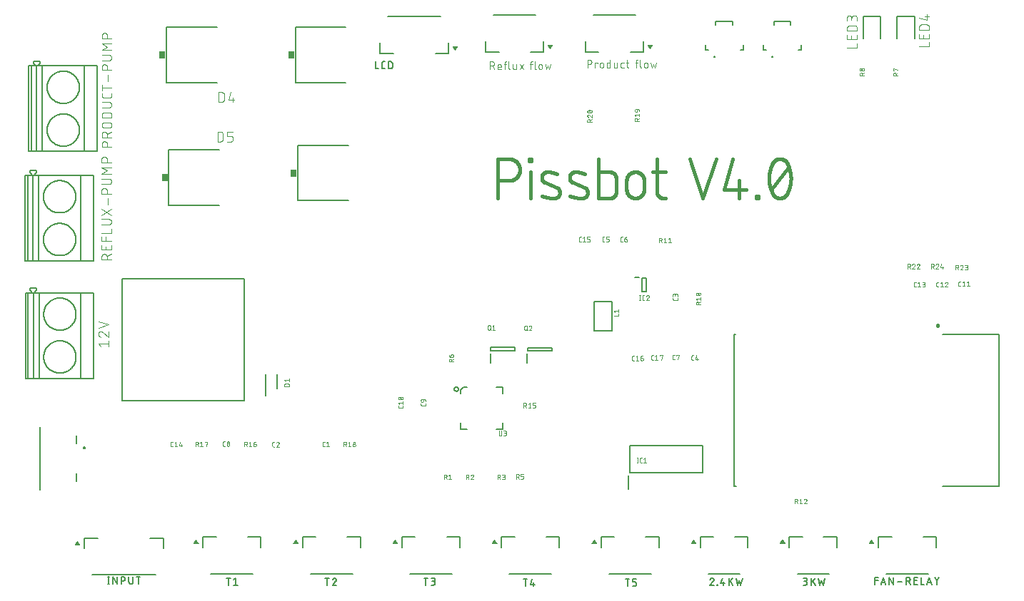
<source format=gbr>
G04 EAGLE Gerber X2 export*
%TF.Part,Single*%
%TF.FileFunction,Legend,Top,1*%
%TF.FilePolarity,Positive*%
%TF.GenerationSoftware,Autodesk,EAGLE,8.6.1*%
%TF.CreationDate,2020-03-17T08:17:51Z*%
G75*
%MOMM*%
%FSLAX34Y34*%
%LPD*%
%AMOC8*
5,1,8,0,0,1.08239X$1,22.5*%
G01*
%ADD10C,0.406400*%
%ADD11C,0.050800*%
%ADD12C,0.200000*%
%ADD13C,0.101600*%
%ADD14C,0.127000*%
%ADD15C,0.240000*%
%ADD16C,0.203200*%
%ADD17C,0.177800*%
%ADD18R,0.762000X0.863600*%

G36*
X83917Y51091D02*
X83917Y51091D01*
X83943Y51088D01*
X84026Y51110D01*
X84111Y51125D01*
X84134Y51139D01*
X84160Y51146D01*
X84230Y51196D01*
X84304Y51240D01*
X84321Y51260D01*
X84343Y51276D01*
X84391Y51347D01*
X84445Y51414D01*
X84454Y51439D01*
X84469Y51461D01*
X84490Y51545D01*
X84517Y51626D01*
X84517Y51653D01*
X84523Y51679D01*
X84513Y51765D01*
X84511Y51851D01*
X84501Y51875D01*
X84498Y51902D01*
X84441Y52022D01*
X84426Y52058D01*
X84421Y52064D01*
X84418Y52072D01*
X81878Y55882D01*
X81824Y55938D01*
X81776Y56000D01*
X81751Y56016D01*
X81738Y56030D01*
X81733Y56032D01*
X81722Y56044D01*
X81652Y56077D01*
X81586Y56119D01*
X81552Y56126D01*
X81520Y56141D01*
X81443Y56148D01*
X81366Y56164D01*
X81331Y56159D01*
X81297Y56162D01*
X81221Y56142D01*
X81144Y56130D01*
X81127Y56120D01*
X81126Y56120D01*
X81121Y56117D01*
X81114Y56113D01*
X81080Y56104D01*
X81016Y56059D01*
X80948Y56021D01*
X80937Y56008D01*
X80933Y56006D01*
X80921Y55991D01*
X80897Y55974D01*
X80871Y55935D01*
X80822Y55882D01*
X78282Y52072D01*
X78272Y52047D01*
X78255Y52026D01*
X78227Y51945D01*
X78193Y51866D01*
X78191Y51839D01*
X78183Y51814D01*
X78185Y51728D01*
X78181Y51642D01*
X78189Y51616D01*
X78189Y51589D01*
X78222Y51510D01*
X78247Y51428D01*
X78264Y51406D01*
X78274Y51382D01*
X78332Y51318D01*
X78384Y51250D01*
X78407Y51236D01*
X78425Y51216D01*
X78502Y51177D01*
X78574Y51131D01*
X78601Y51126D01*
X78625Y51113D01*
X78755Y51094D01*
X78794Y51086D01*
X78801Y51087D01*
X78810Y51086D01*
X83890Y51086D01*
X83917Y51091D01*
G37*
G36*
X696392Y52591D02*
X696392Y52591D01*
X696418Y52588D01*
X696501Y52610D01*
X696586Y52625D01*
X696609Y52639D01*
X696635Y52646D01*
X696705Y52696D01*
X696779Y52740D01*
X696796Y52760D01*
X696818Y52776D01*
X696866Y52847D01*
X696920Y52914D01*
X696929Y52939D01*
X696944Y52961D01*
X696965Y53045D01*
X696992Y53126D01*
X696992Y53153D01*
X696998Y53179D01*
X696988Y53265D01*
X696986Y53351D01*
X696976Y53375D01*
X696973Y53402D01*
X696916Y53522D01*
X696901Y53558D01*
X696896Y53564D01*
X696893Y53572D01*
X694353Y57382D01*
X694299Y57438D01*
X694251Y57500D01*
X694225Y57516D01*
X694213Y57530D01*
X694208Y57532D01*
X694197Y57544D01*
X694127Y57577D01*
X694061Y57619D01*
X694027Y57626D01*
X693995Y57641D01*
X693918Y57648D01*
X693841Y57664D01*
X693806Y57659D01*
X693772Y57662D01*
X693696Y57642D01*
X693619Y57630D01*
X693602Y57620D01*
X693601Y57620D01*
X693596Y57617D01*
X693589Y57613D01*
X693555Y57604D01*
X693491Y57559D01*
X693423Y57521D01*
X693412Y57508D01*
X693408Y57506D01*
X693396Y57491D01*
X693372Y57474D01*
X693346Y57435D01*
X693297Y57382D01*
X690757Y53572D01*
X690747Y53547D01*
X690730Y53526D01*
X690702Y53445D01*
X690668Y53366D01*
X690666Y53339D01*
X690658Y53314D01*
X690660Y53228D01*
X690656Y53142D01*
X690664Y53116D01*
X690664Y53089D01*
X690697Y53010D01*
X690722Y52928D01*
X690739Y52906D01*
X690749Y52882D01*
X690807Y52818D01*
X690859Y52750D01*
X690882Y52736D01*
X690900Y52716D01*
X690977Y52677D01*
X691049Y52631D01*
X691076Y52626D01*
X691100Y52613D01*
X691230Y52594D01*
X691269Y52586D01*
X691276Y52587D01*
X691285Y52586D01*
X696365Y52586D01*
X696392Y52591D01*
G37*
G36*
X578417Y52591D02*
X578417Y52591D01*
X578443Y52588D01*
X578526Y52610D01*
X578611Y52625D01*
X578634Y52639D01*
X578660Y52646D01*
X578730Y52696D01*
X578804Y52740D01*
X578821Y52760D01*
X578843Y52776D01*
X578891Y52847D01*
X578945Y52914D01*
X578954Y52939D01*
X578969Y52961D01*
X578990Y53045D01*
X579017Y53126D01*
X579017Y53153D01*
X579023Y53179D01*
X579013Y53265D01*
X579011Y53351D01*
X579001Y53375D01*
X578998Y53402D01*
X578941Y53522D01*
X578926Y53558D01*
X578921Y53564D01*
X578918Y53572D01*
X576378Y57382D01*
X576324Y57438D01*
X576276Y57500D01*
X576250Y57516D01*
X576238Y57530D01*
X576233Y57532D01*
X576222Y57544D01*
X576152Y57577D01*
X576086Y57619D01*
X576052Y57626D01*
X576020Y57641D01*
X575943Y57648D01*
X575866Y57664D01*
X575831Y57659D01*
X575797Y57662D01*
X575721Y57642D01*
X575644Y57630D01*
X575627Y57620D01*
X575626Y57620D01*
X575621Y57617D01*
X575614Y57613D01*
X575580Y57604D01*
X575516Y57559D01*
X575448Y57521D01*
X575437Y57508D01*
X575433Y57506D01*
X575421Y57491D01*
X575397Y57474D01*
X575371Y57435D01*
X575322Y57382D01*
X572782Y53572D01*
X572772Y53547D01*
X572755Y53526D01*
X572727Y53445D01*
X572693Y53366D01*
X572691Y53339D01*
X572683Y53314D01*
X572685Y53228D01*
X572681Y53142D01*
X572689Y53116D01*
X572689Y53089D01*
X572722Y53010D01*
X572747Y52928D01*
X572764Y52906D01*
X572774Y52882D01*
X572832Y52818D01*
X572884Y52750D01*
X572907Y52736D01*
X572925Y52716D01*
X573002Y52677D01*
X573074Y52631D01*
X573101Y52626D01*
X573125Y52613D01*
X573255Y52594D01*
X573294Y52586D01*
X573301Y52587D01*
X573310Y52586D01*
X578390Y52586D01*
X578417Y52591D01*
G37*
G36*
X342467Y52591D02*
X342467Y52591D01*
X342493Y52588D01*
X342576Y52610D01*
X342661Y52625D01*
X342684Y52639D01*
X342710Y52646D01*
X342780Y52696D01*
X342854Y52740D01*
X342871Y52760D01*
X342893Y52776D01*
X342941Y52847D01*
X342995Y52914D01*
X343004Y52939D01*
X343019Y52961D01*
X343040Y53045D01*
X343067Y53126D01*
X343067Y53153D01*
X343073Y53179D01*
X343063Y53265D01*
X343061Y53351D01*
X343051Y53375D01*
X343048Y53402D01*
X342991Y53522D01*
X342976Y53558D01*
X342971Y53564D01*
X342968Y53572D01*
X340428Y57382D01*
X340374Y57438D01*
X340326Y57500D01*
X340300Y57516D01*
X340288Y57530D01*
X340283Y57532D01*
X340272Y57544D01*
X340202Y57577D01*
X340136Y57619D01*
X340102Y57626D01*
X340070Y57641D01*
X339993Y57648D01*
X339916Y57664D01*
X339881Y57659D01*
X339847Y57662D01*
X339771Y57642D01*
X339694Y57630D01*
X339677Y57620D01*
X339676Y57620D01*
X339671Y57617D01*
X339664Y57613D01*
X339630Y57604D01*
X339566Y57559D01*
X339498Y57521D01*
X339487Y57508D01*
X339483Y57506D01*
X339471Y57491D01*
X339447Y57474D01*
X339421Y57435D01*
X339372Y57382D01*
X336832Y53572D01*
X336822Y53547D01*
X336805Y53526D01*
X336777Y53445D01*
X336743Y53366D01*
X336741Y53339D01*
X336733Y53314D01*
X336735Y53228D01*
X336731Y53142D01*
X336739Y53116D01*
X336739Y53089D01*
X336772Y53010D01*
X336797Y52928D01*
X336814Y52906D01*
X336824Y52882D01*
X336882Y52818D01*
X336934Y52750D01*
X336957Y52736D01*
X336975Y52716D01*
X337052Y52677D01*
X337124Y52631D01*
X337151Y52626D01*
X337175Y52613D01*
X337305Y52594D01*
X337344Y52586D01*
X337351Y52587D01*
X337360Y52586D01*
X342440Y52586D01*
X342467Y52591D01*
G37*
G36*
X460442Y52591D02*
X460442Y52591D01*
X460468Y52588D01*
X460551Y52610D01*
X460636Y52625D01*
X460659Y52639D01*
X460685Y52646D01*
X460755Y52696D01*
X460829Y52740D01*
X460846Y52760D01*
X460868Y52776D01*
X460916Y52847D01*
X460970Y52914D01*
X460979Y52939D01*
X460994Y52961D01*
X461015Y53045D01*
X461042Y53126D01*
X461042Y53153D01*
X461048Y53179D01*
X461038Y53265D01*
X461036Y53351D01*
X461026Y53375D01*
X461023Y53402D01*
X460966Y53522D01*
X460951Y53558D01*
X460946Y53564D01*
X460943Y53572D01*
X458403Y57382D01*
X458349Y57438D01*
X458301Y57500D01*
X458275Y57516D01*
X458263Y57530D01*
X458258Y57532D01*
X458247Y57544D01*
X458177Y57577D01*
X458111Y57619D01*
X458077Y57626D01*
X458045Y57641D01*
X457968Y57648D01*
X457891Y57664D01*
X457856Y57659D01*
X457822Y57662D01*
X457746Y57642D01*
X457669Y57630D01*
X457652Y57620D01*
X457651Y57620D01*
X457646Y57617D01*
X457639Y57613D01*
X457605Y57604D01*
X457541Y57559D01*
X457473Y57521D01*
X457462Y57508D01*
X457458Y57506D01*
X457446Y57491D01*
X457422Y57474D01*
X457396Y57435D01*
X457347Y57382D01*
X454807Y53572D01*
X454797Y53547D01*
X454780Y53526D01*
X454752Y53445D01*
X454718Y53366D01*
X454716Y53339D01*
X454708Y53314D01*
X454710Y53228D01*
X454706Y53142D01*
X454714Y53116D01*
X454714Y53089D01*
X454747Y53010D01*
X454772Y52928D01*
X454789Y52906D01*
X454799Y52882D01*
X454857Y52818D01*
X454909Y52750D01*
X454932Y52736D01*
X454950Y52716D01*
X455027Y52677D01*
X455099Y52631D01*
X455126Y52626D01*
X455150Y52613D01*
X455280Y52594D01*
X455319Y52586D01*
X455326Y52587D01*
X455335Y52586D01*
X460415Y52586D01*
X460442Y52591D01*
G37*
G36*
X1025317Y52591D02*
X1025317Y52591D01*
X1025343Y52588D01*
X1025426Y52610D01*
X1025511Y52625D01*
X1025534Y52639D01*
X1025560Y52646D01*
X1025630Y52696D01*
X1025704Y52740D01*
X1025721Y52760D01*
X1025743Y52776D01*
X1025791Y52847D01*
X1025845Y52914D01*
X1025854Y52939D01*
X1025869Y52961D01*
X1025890Y53045D01*
X1025917Y53126D01*
X1025917Y53153D01*
X1025923Y53179D01*
X1025913Y53265D01*
X1025911Y53351D01*
X1025901Y53375D01*
X1025898Y53402D01*
X1025841Y53522D01*
X1025826Y53558D01*
X1025821Y53564D01*
X1025818Y53572D01*
X1023278Y57382D01*
X1023224Y57438D01*
X1023176Y57500D01*
X1023150Y57516D01*
X1023138Y57530D01*
X1023133Y57532D01*
X1023122Y57544D01*
X1023052Y57577D01*
X1022986Y57619D01*
X1022952Y57626D01*
X1022920Y57641D01*
X1022843Y57648D01*
X1022766Y57664D01*
X1022731Y57659D01*
X1022697Y57662D01*
X1022621Y57642D01*
X1022544Y57630D01*
X1022527Y57620D01*
X1022526Y57620D01*
X1022521Y57617D01*
X1022514Y57613D01*
X1022480Y57604D01*
X1022416Y57559D01*
X1022348Y57521D01*
X1022337Y57508D01*
X1022333Y57506D01*
X1022321Y57491D01*
X1022297Y57474D01*
X1022271Y57435D01*
X1022222Y57382D01*
X1019682Y53572D01*
X1019672Y53547D01*
X1019655Y53526D01*
X1019627Y53445D01*
X1019593Y53366D01*
X1019591Y53339D01*
X1019583Y53314D01*
X1019585Y53228D01*
X1019581Y53142D01*
X1019589Y53116D01*
X1019589Y53089D01*
X1019622Y53010D01*
X1019647Y52928D01*
X1019664Y52906D01*
X1019674Y52882D01*
X1019732Y52818D01*
X1019784Y52750D01*
X1019807Y52736D01*
X1019825Y52716D01*
X1019902Y52677D01*
X1019974Y52631D01*
X1020001Y52626D01*
X1020025Y52613D01*
X1020155Y52594D01*
X1020194Y52586D01*
X1020201Y52587D01*
X1020210Y52586D01*
X1025290Y52586D01*
X1025317Y52591D01*
G37*
G36*
X814367Y52591D02*
X814367Y52591D01*
X814393Y52588D01*
X814476Y52610D01*
X814561Y52625D01*
X814584Y52639D01*
X814610Y52646D01*
X814680Y52696D01*
X814754Y52740D01*
X814771Y52760D01*
X814793Y52776D01*
X814841Y52847D01*
X814895Y52914D01*
X814904Y52939D01*
X814919Y52961D01*
X814940Y53045D01*
X814967Y53126D01*
X814967Y53153D01*
X814973Y53179D01*
X814963Y53265D01*
X814961Y53351D01*
X814951Y53375D01*
X814948Y53402D01*
X814891Y53522D01*
X814876Y53558D01*
X814871Y53564D01*
X814868Y53572D01*
X812328Y57382D01*
X812274Y57438D01*
X812226Y57500D01*
X812200Y57516D01*
X812188Y57530D01*
X812183Y57532D01*
X812172Y57544D01*
X812102Y57577D01*
X812036Y57619D01*
X812002Y57626D01*
X811970Y57641D01*
X811893Y57648D01*
X811816Y57664D01*
X811781Y57659D01*
X811747Y57662D01*
X811671Y57642D01*
X811594Y57630D01*
X811577Y57620D01*
X811576Y57620D01*
X811571Y57617D01*
X811564Y57613D01*
X811530Y57604D01*
X811466Y57559D01*
X811398Y57521D01*
X811387Y57508D01*
X811383Y57506D01*
X811371Y57491D01*
X811347Y57474D01*
X811321Y57435D01*
X811272Y57382D01*
X808732Y53572D01*
X808722Y53547D01*
X808705Y53526D01*
X808677Y53445D01*
X808643Y53366D01*
X808641Y53339D01*
X808633Y53314D01*
X808635Y53228D01*
X808631Y53142D01*
X808639Y53116D01*
X808639Y53089D01*
X808672Y53010D01*
X808697Y52928D01*
X808714Y52906D01*
X808724Y52882D01*
X808782Y52818D01*
X808834Y52750D01*
X808857Y52736D01*
X808875Y52716D01*
X808952Y52677D01*
X809024Y52631D01*
X809051Y52626D01*
X809075Y52613D01*
X809205Y52594D01*
X809244Y52586D01*
X809251Y52587D01*
X809260Y52586D01*
X814340Y52586D01*
X814367Y52591D01*
G37*
G36*
X224492Y52591D02*
X224492Y52591D01*
X224518Y52588D01*
X224601Y52610D01*
X224686Y52625D01*
X224709Y52639D01*
X224735Y52646D01*
X224805Y52696D01*
X224879Y52740D01*
X224896Y52760D01*
X224918Y52776D01*
X224966Y52847D01*
X225020Y52914D01*
X225029Y52939D01*
X225044Y52961D01*
X225065Y53045D01*
X225092Y53126D01*
X225092Y53153D01*
X225098Y53179D01*
X225088Y53265D01*
X225086Y53351D01*
X225076Y53375D01*
X225073Y53402D01*
X225016Y53522D01*
X225001Y53558D01*
X224996Y53564D01*
X224993Y53572D01*
X222453Y57382D01*
X222399Y57438D01*
X222351Y57500D01*
X222325Y57516D01*
X222313Y57530D01*
X222308Y57532D01*
X222297Y57544D01*
X222227Y57577D01*
X222161Y57619D01*
X222127Y57626D01*
X222095Y57641D01*
X222018Y57648D01*
X221941Y57664D01*
X221906Y57659D01*
X221872Y57662D01*
X221796Y57642D01*
X221719Y57630D01*
X221702Y57620D01*
X221701Y57620D01*
X221696Y57617D01*
X221689Y57613D01*
X221655Y57604D01*
X221591Y57559D01*
X221523Y57521D01*
X221512Y57508D01*
X221508Y57506D01*
X221496Y57491D01*
X221472Y57474D01*
X221446Y57435D01*
X221397Y57382D01*
X218857Y53572D01*
X218847Y53547D01*
X218830Y53526D01*
X218802Y53445D01*
X218768Y53366D01*
X218766Y53339D01*
X218758Y53314D01*
X218760Y53228D01*
X218756Y53142D01*
X218764Y53116D01*
X218764Y53089D01*
X218797Y53010D01*
X218822Y52928D01*
X218839Y52906D01*
X218849Y52882D01*
X218907Y52818D01*
X218959Y52750D01*
X218982Y52736D01*
X219000Y52716D01*
X219077Y52677D01*
X219149Y52631D01*
X219176Y52626D01*
X219200Y52613D01*
X219330Y52594D01*
X219369Y52586D01*
X219376Y52587D01*
X219385Y52586D01*
X224465Y52586D01*
X224492Y52591D01*
G37*
G36*
X919842Y52591D02*
X919842Y52591D01*
X919868Y52588D01*
X919951Y52610D01*
X920036Y52625D01*
X920059Y52639D01*
X920085Y52646D01*
X920155Y52696D01*
X920229Y52740D01*
X920246Y52760D01*
X920268Y52776D01*
X920316Y52847D01*
X920370Y52914D01*
X920379Y52939D01*
X920394Y52961D01*
X920415Y53045D01*
X920442Y53126D01*
X920442Y53153D01*
X920448Y53179D01*
X920438Y53265D01*
X920436Y53351D01*
X920426Y53375D01*
X920423Y53402D01*
X920366Y53522D01*
X920351Y53558D01*
X920346Y53564D01*
X920343Y53572D01*
X917803Y57382D01*
X917749Y57438D01*
X917701Y57500D01*
X917675Y57516D01*
X917663Y57530D01*
X917658Y57532D01*
X917647Y57544D01*
X917577Y57577D01*
X917511Y57619D01*
X917477Y57626D01*
X917445Y57641D01*
X917368Y57648D01*
X917291Y57664D01*
X917256Y57659D01*
X917222Y57662D01*
X917146Y57642D01*
X917069Y57630D01*
X917052Y57620D01*
X917051Y57620D01*
X917046Y57617D01*
X917039Y57613D01*
X917005Y57604D01*
X916941Y57559D01*
X916873Y57521D01*
X916862Y57508D01*
X916858Y57506D01*
X916846Y57491D01*
X916822Y57474D01*
X916796Y57435D01*
X916747Y57382D01*
X914207Y53572D01*
X914197Y53547D01*
X914180Y53526D01*
X914152Y53445D01*
X914118Y53366D01*
X914116Y53339D01*
X914108Y53314D01*
X914110Y53228D01*
X914106Y53142D01*
X914114Y53116D01*
X914114Y53089D01*
X914147Y53010D01*
X914172Y52928D01*
X914189Y52906D01*
X914199Y52882D01*
X914257Y52818D01*
X914309Y52750D01*
X914332Y52736D01*
X914350Y52716D01*
X914427Y52677D01*
X914499Y52631D01*
X914526Y52626D01*
X914550Y52613D01*
X914680Y52594D01*
X914719Y52586D01*
X914726Y52587D01*
X914735Y52586D01*
X919815Y52586D01*
X919842Y52591D01*
G37*
G36*
X529219Y638541D02*
X529219Y638541D01*
X529253Y638538D01*
X529329Y638558D01*
X529406Y638570D01*
X529436Y638587D01*
X529470Y638596D01*
X529534Y638641D01*
X529602Y638679D01*
X529628Y638709D01*
X529653Y638726D01*
X529679Y638765D01*
X529728Y638818D01*
X532268Y642628D01*
X532278Y642651D01*
X532292Y642669D01*
X532293Y642671D01*
X532295Y642674D01*
X532323Y642755D01*
X532357Y642834D01*
X532359Y642861D01*
X532367Y642886D01*
X532365Y642972D01*
X532369Y643058D01*
X532361Y643084D01*
X532361Y643111D01*
X532328Y643190D01*
X532303Y643272D01*
X532286Y643294D01*
X532276Y643318D01*
X532218Y643382D01*
X532166Y643450D01*
X532143Y643464D01*
X532125Y643484D01*
X532048Y643523D01*
X531976Y643569D01*
X531949Y643574D01*
X531925Y643587D01*
X531795Y643606D01*
X531756Y643614D01*
X531749Y643613D01*
X531740Y643614D01*
X526660Y643614D01*
X526634Y643610D01*
X526607Y643612D01*
X526524Y643590D01*
X526439Y643575D01*
X526416Y643561D01*
X526390Y643554D01*
X526320Y643504D01*
X526246Y643460D01*
X526229Y643440D01*
X526207Y643424D01*
X526159Y643353D01*
X526105Y643286D01*
X526096Y643261D01*
X526081Y643239D01*
X526060Y643155D01*
X526033Y643074D01*
X526034Y643047D01*
X526027Y643021D01*
X526037Y642935D01*
X526039Y642849D01*
X526049Y642825D01*
X526052Y642798D01*
X526109Y642678D01*
X526124Y642642D01*
X526126Y642639D01*
X526127Y642637D01*
X526130Y642634D01*
X526132Y642628D01*
X528672Y638818D01*
X528726Y638762D01*
X528774Y638700D01*
X528804Y638682D01*
X528828Y638656D01*
X528898Y638623D01*
X528964Y638581D01*
X528999Y638574D01*
X529030Y638559D01*
X529107Y638552D01*
X529184Y638536D01*
X529219Y638541D01*
G37*
G36*
X760269Y640141D02*
X760269Y640141D01*
X760303Y640138D01*
X760379Y640158D01*
X760456Y640170D01*
X760486Y640187D01*
X760520Y640196D01*
X760584Y640241D01*
X760652Y640279D01*
X760678Y640309D01*
X760703Y640326D01*
X760729Y640365D01*
X760778Y640418D01*
X763318Y644228D01*
X763328Y644251D01*
X763342Y644269D01*
X763343Y644271D01*
X763345Y644274D01*
X763373Y644355D01*
X763407Y644434D01*
X763409Y644461D01*
X763417Y644486D01*
X763415Y644572D01*
X763419Y644658D01*
X763411Y644684D01*
X763411Y644711D01*
X763378Y644790D01*
X763353Y644872D01*
X763336Y644894D01*
X763326Y644918D01*
X763268Y644982D01*
X763216Y645050D01*
X763193Y645064D01*
X763175Y645084D01*
X763098Y645123D01*
X763026Y645169D01*
X762999Y645174D01*
X762975Y645187D01*
X762845Y645206D01*
X762806Y645214D01*
X762799Y645213D01*
X762790Y645214D01*
X757710Y645214D01*
X757684Y645210D01*
X757657Y645212D01*
X757574Y645190D01*
X757489Y645175D01*
X757466Y645161D01*
X757440Y645154D01*
X757370Y645104D01*
X757296Y645060D01*
X757279Y645040D01*
X757257Y645024D01*
X757209Y644953D01*
X757155Y644886D01*
X757146Y644861D01*
X757131Y644839D01*
X757110Y644755D01*
X757083Y644674D01*
X757084Y644647D01*
X757077Y644621D01*
X757087Y644535D01*
X757089Y644449D01*
X757099Y644425D01*
X757102Y644398D01*
X757159Y644278D01*
X757174Y644242D01*
X757176Y644239D01*
X757177Y644237D01*
X757180Y644234D01*
X757182Y644228D01*
X759722Y640418D01*
X759776Y640362D01*
X759824Y640300D01*
X759854Y640282D01*
X759878Y640256D01*
X759948Y640223D01*
X760014Y640181D01*
X760049Y640174D01*
X760080Y640159D01*
X760157Y640152D01*
X760234Y640136D01*
X760269Y640141D01*
G37*
G36*
X641869Y640141D02*
X641869Y640141D01*
X641903Y640138D01*
X641979Y640158D01*
X642056Y640170D01*
X642086Y640187D01*
X642120Y640196D01*
X642184Y640241D01*
X642252Y640279D01*
X642278Y640309D01*
X642303Y640326D01*
X642329Y640365D01*
X642378Y640418D01*
X644918Y644228D01*
X644928Y644251D01*
X644942Y644269D01*
X644943Y644271D01*
X644945Y644274D01*
X644973Y644355D01*
X645007Y644434D01*
X645009Y644461D01*
X645017Y644486D01*
X645015Y644572D01*
X645019Y644658D01*
X645011Y644684D01*
X645011Y644711D01*
X644978Y644790D01*
X644953Y644872D01*
X644936Y644894D01*
X644926Y644918D01*
X644868Y644982D01*
X644816Y645050D01*
X644793Y645064D01*
X644775Y645084D01*
X644698Y645123D01*
X644626Y645169D01*
X644599Y645174D01*
X644575Y645187D01*
X644445Y645206D01*
X644406Y645214D01*
X644399Y645213D01*
X644390Y645214D01*
X639310Y645214D01*
X639284Y645210D01*
X639257Y645212D01*
X639174Y645190D01*
X639089Y645175D01*
X639066Y645161D01*
X639040Y645154D01*
X638970Y645104D01*
X638896Y645060D01*
X638879Y645040D01*
X638857Y645024D01*
X638809Y644953D01*
X638755Y644886D01*
X638746Y644861D01*
X638731Y644839D01*
X638710Y644755D01*
X638683Y644674D01*
X638684Y644647D01*
X638677Y644621D01*
X638687Y644535D01*
X638689Y644449D01*
X638699Y644425D01*
X638702Y644398D01*
X638759Y644278D01*
X638774Y644242D01*
X638776Y644239D01*
X638777Y644237D01*
X638780Y644234D01*
X638782Y644228D01*
X641322Y640418D01*
X641376Y640362D01*
X641424Y640300D01*
X641454Y640282D01*
X641478Y640256D01*
X641548Y640223D01*
X641614Y640181D01*
X641649Y640174D01*
X641680Y640159D01*
X641757Y640152D01*
X641834Y640136D01*
X641869Y640141D01*
G37*
D10*
X579600Y463232D02*
X579600Y509968D01*
X592582Y509968D01*
X592898Y509964D01*
X593214Y509953D01*
X593530Y509933D01*
X593845Y509906D01*
X594159Y509872D01*
X594472Y509830D01*
X594784Y509780D01*
X595095Y509722D01*
X595405Y509657D01*
X595712Y509585D01*
X596018Y509505D01*
X596322Y509418D01*
X596624Y509323D01*
X596923Y509221D01*
X597220Y509111D01*
X597513Y508995D01*
X597804Y508871D01*
X598092Y508741D01*
X598377Y508603D01*
X598658Y508458D01*
X598936Y508307D01*
X599209Y508149D01*
X599479Y507984D01*
X599745Y507813D01*
X600007Y507635D01*
X600264Y507451D01*
X600516Y507261D01*
X600764Y507065D01*
X601007Y506863D01*
X601245Y506655D01*
X601478Y506441D01*
X601706Y506221D01*
X601928Y505996D01*
X602144Y505766D01*
X602355Y505531D01*
X602561Y505290D01*
X602760Y505045D01*
X602953Y504795D01*
X603140Y504540D01*
X603321Y504280D01*
X603495Y504017D01*
X603663Y503749D01*
X603825Y503477D01*
X603979Y503201D01*
X604127Y502922D01*
X604269Y502639D01*
X604403Y502353D01*
X604530Y502063D01*
X604650Y501771D01*
X604763Y501476D01*
X604869Y501178D01*
X604967Y500877D01*
X605058Y500574D01*
X605142Y500270D01*
X605218Y499963D01*
X605287Y499654D01*
X605348Y499344D01*
X605402Y499032D01*
X605448Y498720D01*
X605486Y498406D01*
X605517Y498091D01*
X605540Y497776D01*
X605555Y497460D01*
X605563Y497144D01*
X605563Y496828D01*
X605555Y496512D01*
X605540Y496196D01*
X605517Y495881D01*
X605486Y495566D01*
X605448Y495252D01*
X605402Y494940D01*
X605348Y494628D01*
X605287Y494318D01*
X605218Y494009D01*
X605142Y493702D01*
X605058Y493398D01*
X604967Y493095D01*
X604869Y492794D01*
X604763Y492496D01*
X604650Y492201D01*
X604530Y491909D01*
X604403Y491619D01*
X604269Y491333D01*
X604127Y491050D01*
X603979Y490771D01*
X603825Y490495D01*
X603663Y490223D01*
X603495Y489955D01*
X603321Y489692D01*
X603140Y489432D01*
X602953Y489177D01*
X602760Y488927D01*
X602561Y488682D01*
X602355Y488441D01*
X602144Y488206D01*
X601928Y487976D01*
X601706Y487751D01*
X601478Y487531D01*
X601245Y487317D01*
X601007Y487109D01*
X600764Y486907D01*
X600516Y486711D01*
X600264Y486521D01*
X600007Y486337D01*
X599745Y486159D01*
X599479Y485988D01*
X599209Y485823D01*
X598936Y485665D01*
X598658Y485514D01*
X598377Y485369D01*
X598092Y485231D01*
X597804Y485101D01*
X597513Y484977D01*
X597220Y484861D01*
X596923Y484751D01*
X596624Y484649D01*
X596322Y484554D01*
X596018Y484467D01*
X595712Y484387D01*
X595405Y484315D01*
X595095Y484250D01*
X594784Y484192D01*
X594472Y484142D01*
X594159Y484100D01*
X593845Y484066D01*
X593530Y484039D01*
X593214Y484019D01*
X592898Y484008D01*
X592582Y484004D01*
X579600Y484004D01*
X618076Y494389D02*
X618076Y463232D01*
X616778Y507372D02*
X616778Y509968D01*
X619374Y509968D01*
X619374Y507372D01*
X616778Y507372D01*
X635715Y481407D02*
X648697Y476214D01*
X635715Y481407D02*
X635563Y481470D01*
X635414Y481537D01*
X635265Y481607D01*
X635119Y481680D01*
X634974Y481757D01*
X634832Y481838D01*
X634691Y481922D01*
X634552Y482010D01*
X634416Y482100D01*
X634282Y482195D01*
X634150Y482292D01*
X634021Y482392D01*
X633894Y482496D01*
X633769Y482603D01*
X633647Y482713D01*
X633528Y482825D01*
X633412Y482941D01*
X633299Y483059D01*
X633188Y483180D01*
X633081Y483304D01*
X632976Y483430D01*
X632875Y483559D01*
X632777Y483690D01*
X632682Y483824D01*
X632590Y483959D01*
X632502Y484097D01*
X632417Y484238D01*
X632335Y484380D01*
X632257Y484524D01*
X632183Y484670D01*
X632112Y484818D01*
X632044Y484967D01*
X631981Y485118D01*
X631921Y485270D01*
X631864Y485424D01*
X631812Y485580D01*
X631763Y485736D01*
X631718Y485894D01*
X631677Y486052D01*
X631640Y486212D01*
X631607Y486373D01*
X631578Y486534D01*
X631552Y486696D01*
X631531Y486858D01*
X631513Y487021D01*
X631500Y487184D01*
X631490Y487348D01*
X631485Y487512D01*
X631483Y487676D01*
X631485Y487840D01*
X631492Y488003D01*
X631502Y488167D01*
X631517Y488330D01*
X631535Y488493D01*
X631557Y488655D01*
X631584Y488817D01*
X631614Y488978D01*
X631648Y489139D01*
X631686Y489298D01*
X631728Y489456D01*
X631773Y489614D01*
X631823Y489770D01*
X631876Y489925D01*
X631933Y490079D01*
X631994Y490231D01*
X632059Y490382D01*
X632127Y490531D01*
X632198Y490678D01*
X632274Y490824D01*
X632352Y490967D01*
X632435Y491109D01*
X632521Y491249D01*
X632610Y491386D01*
X632702Y491522D01*
X632798Y491655D01*
X632897Y491785D01*
X632999Y491914D01*
X633104Y492039D01*
X633212Y492162D01*
X633323Y492283D01*
X633437Y492401D01*
X633554Y492515D01*
X633674Y492627D01*
X633796Y492737D01*
X633921Y492843D01*
X634048Y492946D01*
X634178Y493045D01*
X634311Y493142D01*
X634445Y493236D01*
X634582Y493326D01*
X634721Y493412D01*
X634862Y493496D01*
X635005Y493576D01*
X635150Y493652D01*
X635297Y493725D01*
X635446Y493794D01*
X635596Y493860D01*
X635748Y493922D01*
X635901Y493980D01*
X636056Y494034D01*
X636211Y494085D01*
X636368Y494132D01*
X636527Y494175D01*
X636686Y494214D01*
X636846Y494249D01*
X637007Y494281D01*
X637168Y494308D01*
X637330Y494332D01*
X637493Y494351D01*
X637656Y494367D01*
X637820Y494378D01*
X637983Y494386D01*
X638147Y494390D01*
X638311Y494389D01*
X639020Y494370D01*
X639728Y494335D01*
X640435Y494282D01*
X641140Y494212D01*
X641844Y494126D01*
X642545Y494022D01*
X643244Y493902D01*
X643940Y493765D01*
X644632Y493611D01*
X645320Y493441D01*
X646004Y493254D01*
X646683Y493050D01*
X647357Y492831D01*
X648026Y492595D01*
X648689Y492343D01*
X649345Y492076D01*
X649995Y491793D01*
X648697Y476215D02*
X648849Y476152D01*
X648998Y476085D01*
X649147Y476015D01*
X649293Y475942D01*
X649438Y475865D01*
X649580Y475784D01*
X649721Y475700D01*
X649860Y475612D01*
X649996Y475522D01*
X650130Y475428D01*
X650262Y475330D01*
X650391Y475230D01*
X650518Y475126D01*
X650643Y475019D01*
X650764Y474909D01*
X650884Y474797D01*
X651000Y474681D01*
X651113Y474563D01*
X651224Y474442D01*
X651331Y474318D01*
X651436Y474192D01*
X651537Y474063D01*
X651635Y473932D01*
X651730Y473798D01*
X651822Y473663D01*
X651910Y473525D01*
X651995Y473384D01*
X652077Y473242D01*
X652155Y473098D01*
X652229Y472952D01*
X652300Y472805D01*
X652368Y472655D01*
X652431Y472504D01*
X652491Y472352D01*
X652548Y472198D01*
X652600Y472042D01*
X652649Y471886D01*
X652694Y471728D01*
X652735Y471570D01*
X652772Y471410D01*
X652805Y471249D01*
X652834Y471088D01*
X652860Y470926D01*
X652881Y470764D01*
X652899Y470601D01*
X652912Y470438D01*
X652922Y470274D01*
X652927Y470110D01*
X652929Y469946D01*
X652927Y469782D01*
X652920Y469619D01*
X652910Y469455D01*
X652895Y469292D01*
X652877Y469129D01*
X652855Y468967D01*
X652828Y468805D01*
X652798Y468644D01*
X652764Y468483D01*
X652726Y468324D01*
X652684Y468166D01*
X652639Y468008D01*
X652589Y467852D01*
X652536Y467697D01*
X652479Y467543D01*
X652418Y467391D01*
X652353Y467240D01*
X652285Y467091D01*
X652214Y466944D01*
X652138Y466798D01*
X652060Y466655D01*
X651977Y466513D01*
X651891Y466373D01*
X651802Y466236D01*
X651710Y466100D01*
X651614Y465967D01*
X651515Y465837D01*
X651413Y465708D01*
X651308Y465583D01*
X651200Y465460D01*
X651089Y465339D01*
X650975Y465221D01*
X650858Y465107D01*
X650738Y464995D01*
X650616Y464885D01*
X650491Y464779D01*
X650364Y464676D01*
X650234Y464577D01*
X650101Y464480D01*
X649967Y464386D01*
X649830Y464296D01*
X649691Y464210D01*
X649550Y464126D01*
X649407Y464046D01*
X649262Y463970D01*
X649115Y463897D01*
X648966Y463828D01*
X648816Y463762D01*
X648664Y463700D01*
X648511Y463642D01*
X648356Y463588D01*
X648201Y463537D01*
X648044Y463490D01*
X647885Y463447D01*
X647726Y463408D01*
X647566Y463373D01*
X647405Y463341D01*
X647244Y463314D01*
X647082Y463290D01*
X646919Y463271D01*
X646756Y463255D01*
X646592Y463244D01*
X646429Y463236D01*
X646265Y463232D01*
X646101Y463233D01*
X646100Y463232D02*
X645059Y463260D01*
X644019Y463311D01*
X642980Y463388D01*
X641944Y463489D01*
X640910Y463614D01*
X639879Y463764D01*
X638852Y463938D01*
X637830Y464137D01*
X636812Y464359D01*
X635800Y464606D01*
X634795Y464876D01*
X633796Y465170D01*
X632804Y465488D01*
X631820Y465829D01*
X668735Y481407D02*
X681717Y476214D01*
X668735Y481407D02*
X668583Y481470D01*
X668434Y481537D01*
X668285Y481607D01*
X668139Y481680D01*
X667994Y481757D01*
X667852Y481838D01*
X667711Y481922D01*
X667572Y482010D01*
X667436Y482100D01*
X667302Y482195D01*
X667170Y482292D01*
X667041Y482392D01*
X666914Y482496D01*
X666789Y482603D01*
X666667Y482713D01*
X666548Y482825D01*
X666432Y482941D01*
X666319Y483059D01*
X666208Y483180D01*
X666101Y483304D01*
X665996Y483430D01*
X665895Y483559D01*
X665797Y483690D01*
X665702Y483824D01*
X665610Y483959D01*
X665522Y484097D01*
X665437Y484238D01*
X665355Y484380D01*
X665277Y484524D01*
X665203Y484670D01*
X665132Y484818D01*
X665064Y484967D01*
X665001Y485118D01*
X664941Y485270D01*
X664884Y485424D01*
X664832Y485580D01*
X664783Y485736D01*
X664738Y485894D01*
X664697Y486052D01*
X664660Y486212D01*
X664627Y486373D01*
X664598Y486534D01*
X664572Y486696D01*
X664551Y486858D01*
X664533Y487021D01*
X664520Y487184D01*
X664510Y487348D01*
X664505Y487512D01*
X664503Y487676D01*
X664505Y487840D01*
X664512Y488003D01*
X664522Y488167D01*
X664537Y488330D01*
X664555Y488493D01*
X664577Y488655D01*
X664604Y488817D01*
X664634Y488978D01*
X664668Y489139D01*
X664706Y489298D01*
X664748Y489456D01*
X664793Y489614D01*
X664843Y489770D01*
X664896Y489925D01*
X664953Y490079D01*
X665014Y490231D01*
X665079Y490382D01*
X665147Y490531D01*
X665218Y490678D01*
X665294Y490824D01*
X665372Y490967D01*
X665455Y491109D01*
X665541Y491249D01*
X665630Y491386D01*
X665722Y491522D01*
X665818Y491655D01*
X665917Y491785D01*
X666019Y491914D01*
X666124Y492039D01*
X666232Y492162D01*
X666343Y492283D01*
X666457Y492401D01*
X666574Y492515D01*
X666694Y492627D01*
X666816Y492737D01*
X666941Y492843D01*
X667068Y492946D01*
X667198Y493045D01*
X667331Y493142D01*
X667465Y493236D01*
X667602Y493326D01*
X667741Y493412D01*
X667882Y493496D01*
X668025Y493576D01*
X668170Y493652D01*
X668317Y493725D01*
X668466Y493794D01*
X668616Y493860D01*
X668768Y493922D01*
X668921Y493980D01*
X669076Y494034D01*
X669231Y494085D01*
X669388Y494132D01*
X669547Y494175D01*
X669706Y494214D01*
X669866Y494249D01*
X670027Y494281D01*
X670188Y494308D01*
X670350Y494332D01*
X670513Y494351D01*
X670676Y494367D01*
X670840Y494378D01*
X671003Y494386D01*
X671167Y494390D01*
X671331Y494389D01*
X672040Y494370D01*
X672748Y494335D01*
X673455Y494282D01*
X674160Y494212D01*
X674864Y494126D01*
X675565Y494022D01*
X676264Y493902D01*
X676960Y493765D01*
X677652Y493611D01*
X678340Y493441D01*
X679024Y493254D01*
X679703Y493050D01*
X680377Y492831D01*
X681046Y492595D01*
X681709Y492343D01*
X682365Y492076D01*
X683015Y491793D01*
X681717Y476215D02*
X681869Y476152D01*
X682018Y476085D01*
X682167Y476015D01*
X682313Y475942D01*
X682458Y475865D01*
X682600Y475784D01*
X682741Y475700D01*
X682880Y475612D01*
X683016Y475522D01*
X683150Y475428D01*
X683282Y475330D01*
X683411Y475230D01*
X683538Y475126D01*
X683663Y475019D01*
X683784Y474909D01*
X683904Y474797D01*
X684020Y474681D01*
X684133Y474563D01*
X684244Y474442D01*
X684351Y474318D01*
X684456Y474192D01*
X684557Y474063D01*
X684655Y473932D01*
X684750Y473798D01*
X684842Y473663D01*
X684930Y473525D01*
X685015Y473384D01*
X685097Y473242D01*
X685175Y473098D01*
X685249Y472952D01*
X685320Y472805D01*
X685388Y472655D01*
X685451Y472504D01*
X685511Y472352D01*
X685568Y472198D01*
X685620Y472042D01*
X685669Y471886D01*
X685714Y471728D01*
X685755Y471570D01*
X685792Y471410D01*
X685825Y471249D01*
X685854Y471088D01*
X685880Y470926D01*
X685901Y470764D01*
X685919Y470601D01*
X685932Y470438D01*
X685942Y470274D01*
X685947Y470110D01*
X685949Y469946D01*
X685947Y469782D01*
X685940Y469619D01*
X685930Y469455D01*
X685915Y469292D01*
X685897Y469129D01*
X685875Y468967D01*
X685848Y468805D01*
X685818Y468644D01*
X685784Y468483D01*
X685746Y468324D01*
X685704Y468166D01*
X685659Y468008D01*
X685609Y467852D01*
X685556Y467697D01*
X685499Y467543D01*
X685438Y467391D01*
X685373Y467240D01*
X685305Y467091D01*
X685234Y466944D01*
X685158Y466798D01*
X685080Y466655D01*
X684997Y466513D01*
X684911Y466373D01*
X684822Y466236D01*
X684730Y466100D01*
X684634Y465967D01*
X684535Y465837D01*
X684433Y465708D01*
X684328Y465583D01*
X684220Y465460D01*
X684109Y465339D01*
X683995Y465221D01*
X683878Y465107D01*
X683758Y464995D01*
X683636Y464885D01*
X683511Y464779D01*
X683384Y464676D01*
X683254Y464577D01*
X683121Y464480D01*
X682987Y464386D01*
X682850Y464296D01*
X682711Y464210D01*
X682570Y464126D01*
X682427Y464046D01*
X682282Y463970D01*
X682135Y463897D01*
X681986Y463828D01*
X681836Y463762D01*
X681684Y463700D01*
X681531Y463642D01*
X681376Y463588D01*
X681221Y463537D01*
X681064Y463490D01*
X680905Y463447D01*
X680746Y463408D01*
X680586Y463373D01*
X680425Y463341D01*
X680264Y463314D01*
X680102Y463290D01*
X679939Y463271D01*
X679776Y463255D01*
X679612Y463244D01*
X679449Y463236D01*
X679285Y463232D01*
X679121Y463233D01*
X679120Y463232D02*
X678079Y463260D01*
X677039Y463311D01*
X676000Y463388D01*
X674964Y463489D01*
X673930Y463614D01*
X672899Y463764D01*
X671872Y463938D01*
X670850Y464137D01*
X669832Y464359D01*
X668820Y464606D01*
X667815Y464876D01*
X666816Y465170D01*
X665824Y465488D01*
X664840Y465829D01*
X699098Y463232D02*
X699098Y509968D01*
X699098Y463232D02*
X712080Y463232D01*
X712268Y463234D01*
X712456Y463241D01*
X712644Y463252D01*
X712832Y463268D01*
X713019Y463289D01*
X713205Y463314D01*
X713391Y463343D01*
X713576Y463377D01*
X713761Y463416D01*
X713944Y463458D01*
X714126Y463506D01*
X714307Y463557D01*
X714487Y463613D01*
X714665Y463674D01*
X714842Y463738D01*
X715017Y463807D01*
X715191Y463880D01*
X715362Y463957D01*
X715532Y464039D01*
X715700Y464124D01*
X715865Y464214D01*
X716029Y464307D01*
X716190Y464404D01*
X716348Y464506D01*
X716505Y464611D01*
X716658Y464720D01*
X716809Y464832D01*
X716957Y464948D01*
X717103Y465068D01*
X717245Y465191D01*
X717384Y465317D01*
X717521Y465447D01*
X717654Y465580D01*
X717784Y465717D01*
X717910Y465856D01*
X718033Y465998D01*
X718153Y466144D01*
X718269Y466292D01*
X718381Y466443D01*
X718490Y466596D01*
X718595Y466753D01*
X718697Y466911D01*
X718794Y467072D01*
X718887Y467236D01*
X718977Y467401D01*
X719062Y467569D01*
X719144Y467739D01*
X719221Y467910D01*
X719294Y468084D01*
X719363Y468259D01*
X719427Y468436D01*
X719488Y468614D01*
X719544Y468794D01*
X719595Y468975D01*
X719643Y469157D01*
X719685Y469340D01*
X719724Y469525D01*
X719758Y469710D01*
X719787Y469896D01*
X719812Y470082D01*
X719833Y470269D01*
X719849Y470457D01*
X719860Y470645D01*
X719867Y470833D01*
X719869Y471021D01*
X719869Y486600D01*
X719867Y486788D01*
X719860Y486976D01*
X719849Y487164D01*
X719833Y487352D01*
X719812Y487539D01*
X719787Y487725D01*
X719758Y487911D01*
X719724Y488096D01*
X719685Y488281D01*
X719643Y488464D01*
X719595Y488646D01*
X719544Y488827D01*
X719488Y489007D01*
X719427Y489185D01*
X719363Y489362D01*
X719294Y489537D01*
X719221Y489711D01*
X719144Y489882D01*
X719062Y490052D01*
X718977Y490220D01*
X718887Y490385D01*
X718794Y490549D01*
X718697Y490710D01*
X718595Y490868D01*
X718490Y491025D01*
X718381Y491178D01*
X718269Y491329D01*
X718153Y491477D01*
X718033Y491623D01*
X717910Y491765D01*
X717784Y491904D01*
X717654Y492041D01*
X717521Y492174D01*
X717384Y492304D01*
X717245Y492430D01*
X717103Y492553D01*
X716957Y492673D01*
X716809Y492789D01*
X716658Y492901D01*
X716505Y493010D01*
X716348Y493115D01*
X716190Y493217D01*
X716029Y493314D01*
X715865Y493407D01*
X715700Y493497D01*
X715532Y493582D01*
X715362Y493664D01*
X715191Y493741D01*
X715017Y493814D01*
X714842Y493883D01*
X714665Y493947D01*
X714487Y494008D01*
X714307Y494064D01*
X714126Y494115D01*
X713944Y494163D01*
X713761Y494205D01*
X713576Y494244D01*
X713391Y494278D01*
X713205Y494307D01*
X713019Y494332D01*
X712832Y494353D01*
X712644Y494369D01*
X712456Y494380D01*
X712268Y494387D01*
X712080Y494389D01*
X699098Y494389D01*
X732150Y484004D02*
X732150Y473618D01*
X732150Y484004D02*
X732153Y484257D01*
X732162Y484510D01*
X732178Y484762D01*
X732199Y485014D01*
X732227Y485266D01*
X732261Y485516D01*
X732301Y485766D01*
X732346Y486015D01*
X732398Y486262D01*
X732456Y486508D01*
X732520Y486753D01*
X732590Y486996D01*
X732666Y487237D01*
X732748Y487477D01*
X732835Y487714D01*
X732929Y487949D01*
X733027Y488182D01*
X733132Y488412D01*
X733242Y488640D01*
X733358Y488865D01*
X733479Y489087D01*
X733605Y489306D01*
X733737Y489522D01*
X733874Y489735D01*
X734016Y489944D01*
X734163Y490150D01*
X734316Y490352D01*
X734473Y490550D01*
X734634Y490744D01*
X734801Y490935D01*
X734972Y491121D01*
X735147Y491303D01*
X735327Y491481D01*
X735512Y491654D01*
X735700Y491823D01*
X735892Y491987D01*
X736089Y492147D01*
X736289Y492301D01*
X736493Y492451D01*
X736700Y492595D01*
X736911Y492735D01*
X737126Y492869D01*
X737343Y492999D01*
X737564Y493122D01*
X737787Y493241D01*
X738013Y493354D01*
X738242Y493461D01*
X738474Y493563D01*
X738708Y493659D01*
X738944Y493749D01*
X739183Y493834D01*
X739423Y493912D01*
X739665Y493985D01*
X739909Y494052D01*
X740154Y494113D01*
X740401Y494168D01*
X740650Y494217D01*
X740899Y494260D01*
X741149Y494297D01*
X741400Y494328D01*
X741652Y494352D01*
X741904Y494371D01*
X742157Y494383D01*
X742410Y494389D01*
X742662Y494389D01*
X742915Y494383D01*
X743168Y494371D01*
X743420Y494352D01*
X743672Y494328D01*
X743923Y494297D01*
X744173Y494260D01*
X744422Y494217D01*
X744671Y494168D01*
X744918Y494113D01*
X745163Y494052D01*
X745407Y493985D01*
X745649Y493912D01*
X745889Y493834D01*
X746128Y493749D01*
X746364Y493659D01*
X746598Y493563D01*
X746830Y493461D01*
X747059Y493354D01*
X747285Y493241D01*
X747508Y493122D01*
X747729Y492999D01*
X747946Y492869D01*
X748161Y492735D01*
X748372Y492595D01*
X748579Y492451D01*
X748783Y492301D01*
X748983Y492147D01*
X749180Y491987D01*
X749372Y491823D01*
X749560Y491654D01*
X749745Y491481D01*
X749925Y491303D01*
X750100Y491121D01*
X750271Y490935D01*
X750438Y490744D01*
X750599Y490550D01*
X750756Y490352D01*
X750909Y490150D01*
X751056Y489944D01*
X751198Y489735D01*
X751335Y489522D01*
X751467Y489306D01*
X751593Y489087D01*
X751714Y488865D01*
X751830Y488640D01*
X751940Y488412D01*
X752045Y488182D01*
X752143Y487949D01*
X752237Y487714D01*
X752324Y487477D01*
X752406Y487237D01*
X752482Y486996D01*
X752552Y486753D01*
X752616Y486508D01*
X752674Y486262D01*
X752726Y486015D01*
X752771Y485766D01*
X752811Y485516D01*
X752845Y485266D01*
X752873Y485014D01*
X752894Y484762D01*
X752910Y484510D01*
X752919Y484257D01*
X752922Y484004D01*
X752922Y473618D01*
X752919Y473365D01*
X752910Y473112D01*
X752894Y472860D01*
X752873Y472608D01*
X752845Y472356D01*
X752811Y472106D01*
X752771Y471856D01*
X752726Y471607D01*
X752674Y471360D01*
X752616Y471114D01*
X752552Y470869D01*
X752482Y470626D01*
X752406Y470385D01*
X752324Y470145D01*
X752237Y469908D01*
X752143Y469673D01*
X752045Y469440D01*
X751940Y469210D01*
X751830Y468982D01*
X751714Y468757D01*
X751593Y468535D01*
X751467Y468316D01*
X751335Y468100D01*
X751198Y467887D01*
X751056Y467678D01*
X750909Y467472D01*
X750756Y467270D01*
X750599Y467072D01*
X750438Y466878D01*
X750271Y466687D01*
X750100Y466501D01*
X749925Y466319D01*
X749745Y466141D01*
X749560Y465968D01*
X749372Y465799D01*
X749180Y465635D01*
X748983Y465475D01*
X748783Y465321D01*
X748579Y465171D01*
X748372Y465027D01*
X748161Y464887D01*
X747946Y464753D01*
X747729Y464623D01*
X747508Y464500D01*
X747285Y464381D01*
X747059Y464268D01*
X746830Y464161D01*
X746598Y464059D01*
X746364Y463963D01*
X746128Y463873D01*
X745889Y463788D01*
X745649Y463710D01*
X745407Y463637D01*
X745163Y463570D01*
X744918Y463509D01*
X744671Y463454D01*
X744422Y463405D01*
X744173Y463362D01*
X743923Y463325D01*
X743672Y463294D01*
X743420Y463270D01*
X743168Y463251D01*
X742915Y463239D01*
X742662Y463233D01*
X742410Y463233D01*
X742157Y463239D01*
X741904Y463251D01*
X741652Y463270D01*
X741400Y463294D01*
X741149Y463325D01*
X740899Y463362D01*
X740650Y463405D01*
X740401Y463454D01*
X740154Y463509D01*
X739909Y463570D01*
X739665Y463637D01*
X739423Y463710D01*
X739183Y463788D01*
X738944Y463873D01*
X738708Y463963D01*
X738474Y464059D01*
X738242Y464161D01*
X738013Y464268D01*
X737787Y464381D01*
X737564Y464500D01*
X737343Y464623D01*
X737126Y464753D01*
X736911Y464887D01*
X736700Y465027D01*
X736493Y465171D01*
X736289Y465321D01*
X736089Y465475D01*
X735892Y465635D01*
X735700Y465799D01*
X735512Y465968D01*
X735327Y466141D01*
X735147Y466319D01*
X734972Y466501D01*
X734801Y466687D01*
X734634Y466878D01*
X734473Y467072D01*
X734316Y467270D01*
X734163Y467472D01*
X734016Y467678D01*
X733874Y467887D01*
X733737Y468100D01*
X733605Y468316D01*
X733479Y468535D01*
X733358Y468757D01*
X733242Y468982D01*
X733132Y469210D01*
X733027Y469440D01*
X732929Y469673D01*
X732835Y469908D01*
X732748Y470145D01*
X732666Y470385D01*
X732590Y470626D01*
X732520Y470869D01*
X732456Y471114D01*
X732398Y471360D01*
X732346Y471607D01*
X732301Y471856D01*
X732261Y472106D01*
X732227Y472356D01*
X732199Y472608D01*
X732178Y472860D01*
X732162Y473112D01*
X732153Y473365D01*
X732150Y473618D01*
X762743Y494389D02*
X778322Y494389D01*
X767936Y509968D02*
X767936Y471021D01*
X767938Y470833D01*
X767945Y470645D01*
X767956Y470457D01*
X767972Y470269D01*
X767993Y470082D01*
X768018Y469896D01*
X768047Y469710D01*
X768081Y469525D01*
X768120Y469340D01*
X768162Y469157D01*
X768210Y468975D01*
X768261Y468794D01*
X768317Y468614D01*
X768378Y468436D01*
X768442Y468259D01*
X768511Y468084D01*
X768584Y467910D01*
X768661Y467739D01*
X768743Y467569D01*
X768828Y467401D01*
X768918Y467236D01*
X769011Y467072D01*
X769109Y466911D01*
X769210Y466753D01*
X769315Y466596D01*
X769424Y466443D01*
X769536Y466292D01*
X769652Y466144D01*
X769772Y465998D01*
X769895Y465856D01*
X770021Y465717D01*
X770151Y465580D01*
X770284Y465447D01*
X770421Y465317D01*
X770560Y465191D01*
X770702Y465068D01*
X770848Y464948D01*
X770996Y464832D01*
X771147Y464720D01*
X771300Y464611D01*
X771457Y464506D01*
X771615Y464404D01*
X771776Y464307D01*
X771940Y464214D01*
X772105Y464124D01*
X772273Y464039D01*
X772443Y463957D01*
X772614Y463880D01*
X772788Y463807D01*
X772963Y463738D01*
X773140Y463674D01*
X773318Y463613D01*
X773498Y463557D01*
X773679Y463506D01*
X773861Y463458D01*
X774044Y463415D01*
X774229Y463377D01*
X774414Y463343D01*
X774600Y463314D01*
X774786Y463289D01*
X774973Y463268D01*
X775161Y463252D01*
X775349Y463241D01*
X775537Y463234D01*
X775725Y463232D01*
X778322Y463232D01*
X822546Y463232D02*
X806967Y509968D01*
X838124Y509968D02*
X822546Y463232D01*
X847664Y473618D02*
X858049Y509968D01*
X847664Y473618D02*
X873628Y473618D01*
X865839Y484004D02*
X865839Y463232D01*
X886018Y463232D02*
X886018Y465828D01*
X888614Y465828D01*
X888614Y463232D01*
X886018Y463232D01*
X901004Y486600D02*
X901015Y487519D01*
X901048Y488438D01*
X901103Y489356D01*
X901179Y490272D01*
X901278Y491186D01*
X901398Y492098D01*
X901541Y493006D01*
X901704Y493911D01*
X901890Y494812D01*
X902096Y495708D01*
X902324Y496598D01*
X902574Y497483D01*
X902844Y498362D01*
X903135Y499234D01*
X903447Y500099D01*
X903780Y500956D01*
X904133Y501805D01*
X904506Y502646D01*
X904899Y503477D01*
X904898Y503477D02*
X904977Y503697D01*
X905061Y503915D01*
X905150Y504131D01*
X905244Y504345D01*
X905343Y504556D01*
X905448Y504765D01*
X905558Y504972D01*
X905672Y505175D01*
X905792Y505376D01*
X905916Y505574D01*
X906045Y505768D01*
X906179Y505960D01*
X906318Y506148D01*
X906461Y506333D01*
X906608Y506514D01*
X906760Y506692D01*
X906916Y506866D01*
X907076Y507036D01*
X907241Y507202D01*
X907409Y507364D01*
X907581Y507522D01*
X907758Y507675D01*
X907937Y507825D01*
X908121Y507970D01*
X908307Y508110D01*
X908498Y508246D01*
X908691Y508377D01*
X908887Y508503D01*
X909087Y508625D01*
X909289Y508742D01*
X909495Y508853D01*
X909703Y508960D01*
X909913Y509062D01*
X910126Y509158D01*
X910341Y509250D01*
X910558Y509336D01*
X910777Y509416D01*
X910999Y509492D01*
X911222Y509562D01*
X911446Y509626D01*
X911672Y509685D01*
X911900Y509739D01*
X912128Y509787D01*
X912358Y509829D01*
X912589Y509866D01*
X912820Y509897D01*
X913053Y509923D01*
X913286Y509942D01*
X913519Y509957D01*
X913752Y509965D01*
X913986Y509968D01*
X914220Y509965D01*
X914453Y509957D01*
X914686Y509942D01*
X914919Y509923D01*
X915152Y509897D01*
X915383Y509866D01*
X915614Y509829D01*
X915844Y509787D01*
X916072Y509739D01*
X916300Y509685D01*
X916526Y509626D01*
X916750Y509562D01*
X916973Y509492D01*
X917195Y509416D01*
X917414Y509336D01*
X917631Y509250D01*
X917846Y509158D01*
X918059Y509062D01*
X918270Y508960D01*
X918477Y508853D01*
X918683Y508742D01*
X918885Y508625D01*
X919085Y508503D01*
X919281Y508377D01*
X919474Y508246D01*
X919665Y508110D01*
X919851Y507970D01*
X920035Y507825D01*
X920214Y507675D01*
X920391Y507522D01*
X920563Y507364D01*
X920731Y507202D01*
X920896Y507036D01*
X921056Y506866D01*
X921212Y506692D01*
X921364Y506514D01*
X921511Y506333D01*
X921654Y506148D01*
X921793Y505960D01*
X921927Y505768D01*
X922056Y505574D01*
X922180Y505376D01*
X922300Y505175D01*
X922414Y504972D01*
X922524Y504765D01*
X922629Y504556D01*
X922728Y504345D01*
X922822Y504131D01*
X922911Y503915D01*
X922995Y503697D01*
X923074Y503477D01*
X923073Y503477D02*
X923466Y502646D01*
X923839Y501805D01*
X924192Y500956D01*
X924525Y500099D01*
X924837Y499234D01*
X925128Y498362D01*
X925398Y497483D01*
X925648Y496598D01*
X925876Y495708D01*
X926082Y494812D01*
X926268Y493911D01*
X926431Y493006D01*
X926574Y492098D01*
X926694Y491186D01*
X926793Y490272D01*
X926869Y489356D01*
X926924Y488438D01*
X926957Y487519D01*
X926968Y486600D01*
X901004Y486600D02*
X901015Y485681D01*
X901048Y484762D01*
X901103Y483844D01*
X901179Y482928D01*
X901278Y482014D01*
X901398Y481102D01*
X901541Y480194D01*
X901704Y479289D01*
X901890Y478388D01*
X902096Y477492D01*
X902324Y476602D01*
X902574Y475717D01*
X902844Y474838D01*
X903135Y473966D01*
X903447Y473101D01*
X903780Y472244D01*
X904133Y471395D01*
X904506Y470554D01*
X904899Y469723D01*
X904898Y469723D02*
X904977Y469503D01*
X905061Y469285D01*
X905150Y469069D01*
X905244Y468855D01*
X905343Y468644D01*
X905448Y468435D01*
X905558Y468228D01*
X905672Y468025D01*
X905792Y467824D01*
X905916Y467626D01*
X906045Y467431D01*
X906179Y467240D01*
X906318Y467052D01*
X906461Y466867D01*
X906608Y466686D01*
X906760Y466508D01*
X906916Y466334D01*
X907076Y466164D01*
X907241Y465998D01*
X907409Y465836D01*
X907581Y465678D01*
X907758Y465525D01*
X907937Y465375D01*
X908121Y465230D01*
X908307Y465090D01*
X908498Y464954D01*
X908691Y464823D01*
X908887Y464697D01*
X909087Y464575D01*
X909289Y464458D01*
X909495Y464347D01*
X909703Y464240D01*
X909913Y464138D01*
X910126Y464042D01*
X910341Y463950D01*
X910558Y463864D01*
X910777Y463784D01*
X910999Y463708D01*
X911222Y463638D01*
X911446Y463574D01*
X911672Y463515D01*
X911900Y463461D01*
X912128Y463413D01*
X912358Y463371D01*
X912589Y463334D01*
X912820Y463303D01*
X913053Y463277D01*
X913286Y463258D01*
X913519Y463243D01*
X913752Y463235D01*
X913986Y463232D01*
X923073Y469723D02*
X923466Y470554D01*
X923839Y471395D01*
X924192Y472244D01*
X924525Y473101D01*
X924837Y473966D01*
X925128Y474838D01*
X925398Y475717D01*
X925648Y476602D01*
X925876Y477492D01*
X926082Y478388D01*
X926268Y479289D01*
X926431Y480194D01*
X926574Y481102D01*
X926694Y482014D01*
X926793Y482928D01*
X926869Y483844D01*
X926924Y484762D01*
X926957Y485681D01*
X926968Y486600D01*
X923074Y469723D02*
X922995Y469503D01*
X922911Y469285D01*
X922822Y469069D01*
X922728Y468855D01*
X922629Y468644D01*
X922524Y468435D01*
X922414Y468228D01*
X922300Y468025D01*
X922180Y467824D01*
X922056Y467626D01*
X921927Y467432D01*
X921793Y467240D01*
X921654Y467052D01*
X921511Y466867D01*
X921364Y466686D01*
X921212Y466508D01*
X921056Y466334D01*
X920896Y466164D01*
X920731Y465998D01*
X920563Y465836D01*
X920391Y465678D01*
X920214Y465525D01*
X920035Y465375D01*
X919851Y465230D01*
X919665Y465090D01*
X919474Y464954D01*
X919281Y464823D01*
X919085Y464697D01*
X918885Y464575D01*
X918683Y464458D01*
X918477Y464347D01*
X918269Y464240D01*
X918059Y464138D01*
X917846Y464042D01*
X917631Y463950D01*
X917414Y463864D01*
X917195Y463784D01*
X916973Y463708D01*
X916750Y463638D01*
X916526Y463574D01*
X916300Y463515D01*
X916072Y463461D01*
X915844Y463413D01*
X915614Y463371D01*
X915383Y463334D01*
X915152Y463303D01*
X914919Y463277D01*
X914686Y463258D01*
X914453Y463243D01*
X914220Y463235D01*
X913986Y463232D01*
X903600Y473618D02*
X924372Y499582D01*
D11*
X792692Y344537D02*
X792692Y343295D01*
X792690Y343225D01*
X792684Y343156D01*
X792674Y343087D01*
X792661Y343019D01*
X792643Y342951D01*
X792622Y342885D01*
X792597Y342820D01*
X792569Y342756D01*
X792537Y342694D01*
X792502Y342634D01*
X792463Y342576D01*
X792421Y342521D01*
X792376Y342467D01*
X792328Y342417D01*
X792278Y342369D01*
X792224Y342324D01*
X792169Y342282D01*
X792111Y342243D01*
X792051Y342208D01*
X791989Y342176D01*
X791925Y342148D01*
X791860Y342123D01*
X791794Y342102D01*
X791726Y342084D01*
X791658Y342071D01*
X791589Y342061D01*
X791520Y342055D01*
X791450Y342053D01*
X788346Y342053D01*
X788276Y342055D01*
X788207Y342061D01*
X788138Y342071D01*
X788070Y342084D01*
X788002Y342102D01*
X787936Y342123D01*
X787871Y342148D01*
X787807Y342176D01*
X787745Y342208D01*
X787685Y342243D01*
X787627Y342282D01*
X787572Y342324D01*
X787518Y342369D01*
X787468Y342417D01*
X787420Y342467D01*
X787375Y342521D01*
X787333Y342576D01*
X787294Y342634D01*
X787259Y342694D01*
X787227Y342756D01*
X787199Y342820D01*
X787174Y342885D01*
X787153Y342951D01*
X787135Y343019D01*
X787122Y343087D01*
X787112Y343156D01*
X787106Y343225D01*
X787104Y343295D01*
X787104Y344537D01*
X792692Y346642D02*
X792692Y348194D01*
X792690Y348271D01*
X792684Y348349D01*
X792675Y348425D01*
X792661Y348502D01*
X792644Y348577D01*
X792623Y348651D01*
X792598Y348725D01*
X792570Y348797D01*
X792538Y348867D01*
X792503Y348936D01*
X792464Y349003D01*
X792422Y349068D01*
X792377Y349131D01*
X792329Y349192D01*
X792278Y349250D01*
X792224Y349305D01*
X792167Y349358D01*
X792108Y349407D01*
X792046Y349454D01*
X791982Y349498D01*
X791916Y349538D01*
X791848Y349575D01*
X791778Y349609D01*
X791707Y349639D01*
X791634Y349665D01*
X791560Y349688D01*
X791485Y349707D01*
X791410Y349722D01*
X791333Y349734D01*
X791256Y349742D01*
X791179Y349746D01*
X791101Y349746D01*
X791024Y349742D01*
X790947Y349734D01*
X790870Y349722D01*
X790795Y349707D01*
X790720Y349688D01*
X790646Y349665D01*
X790573Y349639D01*
X790502Y349609D01*
X790432Y349575D01*
X790364Y349538D01*
X790298Y349498D01*
X790234Y349454D01*
X790172Y349407D01*
X790113Y349358D01*
X790056Y349305D01*
X790002Y349250D01*
X789951Y349192D01*
X789903Y349131D01*
X789858Y349068D01*
X789816Y349003D01*
X789777Y348936D01*
X789742Y348867D01*
X789710Y348797D01*
X789682Y348725D01*
X789657Y348651D01*
X789636Y348577D01*
X789619Y348502D01*
X789605Y348425D01*
X789596Y348349D01*
X789590Y348271D01*
X789588Y348194D01*
X787104Y348504D02*
X787104Y346642D01*
X787104Y348504D02*
X787106Y348574D01*
X787112Y348643D01*
X787122Y348712D01*
X787135Y348780D01*
X787153Y348848D01*
X787174Y348914D01*
X787199Y348979D01*
X787227Y349043D01*
X787259Y349105D01*
X787294Y349165D01*
X787333Y349223D01*
X787375Y349278D01*
X787420Y349332D01*
X787468Y349382D01*
X787518Y349430D01*
X787572Y349475D01*
X787627Y349517D01*
X787685Y349556D01*
X787745Y349591D01*
X787807Y349623D01*
X787871Y349651D01*
X787936Y349676D01*
X788002Y349697D01*
X788070Y349715D01*
X788138Y349728D01*
X788207Y349738D01*
X788276Y349744D01*
X788346Y349746D01*
X788416Y349744D01*
X788485Y349738D01*
X788554Y349728D01*
X788622Y349715D01*
X788690Y349697D01*
X788756Y349676D01*
X788821Y349651D01*
X788885Y349623D01*
X788947Y349591D01*
X789007Y349556D01*
X789065Y349517D01*
X789120Y349475D01*
X789174Y349430D01*
X789224Y349382D01*
X789272Y349332D01*
X789317Y349278D01*
X789359Y349223D01*
X789398Y349165D01*
X789433Y349105D01*
X789465Y349043D01*
X789493Y348979D01*
X789518Y348914D01*
X789539Y348848D01*
X789557Y348780D01*
X789570Y348712D01*
X789580Y348643D01*
X789586Y348574D01*
X789588Y348504D01*
X789588Y347262D01*
X705937Y411833D02*
X704695Y411833D01*
X704625Y411835D01*
X704556Y411841D01*
X704487Y411851D01*
X704419Y411864D01*
X704351Y411882D01*
X704285Y411903D01*
X704220Y411928D01*
X704156Y411956D01*
X704094Y411988D01*
X704034Y412023D01*
X703976Y412062D01*
X703921Y412104D01*
X703867Y412149D01*
X703817Y412197D01*
X703769Y412247D01*
X703724Y412301D01*
X703682Y412356D01*
X703643Y412414D01*
X703608Y412474D01*
X703576Y412536D01*
X703548Y412600D01*
X703523Y412665D01*
X703502Y412731D01*
X703484Y412799D01*
X703471Y412867D01*
X703461Y412936D01*
X703455Y413005D01*
X703453Y413075D01*
X703453Y416179D01*
X703455Y416249D01*
X703461Y416318D01*
X703471Y416387D01*
X703484Y416455D01*
X703502Y416523D01*
X703523Y416589D01*
X703548Y416654D01*
X703576Y416718D01*
X703608Y416780D01*
X703643Y416840D01*
X703682Y416898D01*
X703724Y416953D01*
X703769Y417007D01*
X703817Y417057D01*
X703867Y417105D01*
X703921Y417150D01*
X703976Y417192D01*
X704034Y417231D01*
X704094Y417266D01*
X704156Y417298D01*
X704220Y417326D01*
X704285Y417351D01*
X704351Y417372D01*
X704419Y417390D01*
X704487Y417403D01*
X704556Y417413D01*
X704625Y417419D01*
X704695Y417421D01*
X705937Y417421D01*
X708042Y411833D02*
X709904Y411833D01*
X709974Y411835D01*
X710043Y411841D01*
X710112Y411851D01*
X710180Y411864D01*
X710248Y411882D01*
X710314Y411903D01*
X710379Y411928D01*
X710443Y411956D01*
X710505Y411988D01*
X710565Y412023D01*
X710623Y412062D01*
X710678Y412104D01*
X710732Y412149D01*
X710782Y412197D01*
X710830Y412247D01*
X710875Y412301D01*
X710917Y412356D01*
X710956Y412414D01*
X710991Y412474D01*
X711023Y412536D01*
X711051Y412600D01*
X711076Y412665D01*
X711097Y412731D01*
X711115Y412799D01*
X711128Y412867D01*
X711138Y412936D01*
X711144Y413005D01*
X711146Y413075D01*
X711146Y413696D01*
X711144Y413766D01*
X711138Y413835D01*
X711128Y413904D01*
X711115Y413972D01*
X711097Y414040D01*
X711076Y414106D01*
X711051Y414171D01*
X711023Y414235D01*
X710991Y414297D01*
X710956Y414357D01*
X710917Y414415D01*
X710875Y414470D01*
X710830Y414524D01*
X710782Y414574D01*
X710732Y414622D01*
X710678Y414667D01*
X710623Y414709D01*
X710565Y414748D01*
X710505Y414783D01*
X710443Y414815D01*
X710379Y414843D01*
X710314Y414868D01*
X710248Y414889D01*
X710180Y414907D01*
X710112Y414920D01*
X710043Y414930D01*
X709974Y414936D01*
X709904Y414938D01*
X709904Y414937D02*
X708042Y414937D01*
X708042Y417421D01*
X711146Y417421D01*
X788062Y271504D02*
X789304Y271504D01*
X788062Y271504D02*
X787992Y271506D01*
X787923Y271512D01*
X787854Y271522D01*
X787786Y271535D01*
X787718Y271553D01*
X787652Y271574D01*
X787587Y271599D01*
X787523Y271627D01*
X787461Y271659D01*
X787401Y271694D01*
X787343Y271733D01*
X787288Y271775D01*
X787234Y271820D01*
X787184Y271868D01*
X787136Y271918D01*
X787091Y271972D01*
X787049Y272027D01*
X787010Y272085D01*
X786975Y272145D01*
X786943Y272207D01*
X786915Y272271D01*
X786890Y272336D01*
X786869Y272402D01*
X786851Y272470D01*
X786838Y272538D01*
X786828Y272607D01*
X786822Y272676D01*
X786820Y272746D01*
X786821Y272746D02*
X786821Y275850D01*
X786820Y275850D02*
X786822Y275920D01*
X786828Y275989D01*
X786838Y276058D01*
X786851Y276126D01*
X786869Y276194D01*
X786890Y276260D01*
X786915Y276325D01*
X786943Y276389D01*
X786975Y276451D01*
X787010Y276511D01*
X787049Y276569D01*
X787091Y276624D01*
X787136Y276678D01*
X787184Y276728D01*
X787234Y276776D01*
X787288Y276821D01*
X787343Y276863D01*
X787401Y276902D01*
X787461Y276937D01*
X787523Y276969D01*
X787587Y276997D01*
X787652Y277022D01*
X787718Y277043D01*
X787786Y277061D01*
X787854Y277074D01*
X787923Y277084D01*
X787992Y277090D01*
X788062Y277092D01*
X789304Y277092D01*
X791409Y277092D02*
X791409Y276471D01*
X791409Y277092D02*
X794513Y277092D01*
X792961Y271504D01*
X814354Y336955D02*
X819942Y336955D01*
X814354Y336955D02*
X814354Y338507D01*
X814356Y338584D01*
X814362Y338662D01*
X814371Y338738D01*
X814385Y338815D01*
X814402Y338890D01*
X814423Y338964D01*
X814448Y339038D01*
X814476Y339110D01*
X814508Y339180D01*
X814543Y339249D01*
X814582Y339316D01*
X814624Y339381D01*
X814669Y339444D01*
X814717Y339505D01*
X814768Y339563D01*
X814822Y339618D01*
X814879Y339671D01*
X814938Y339720D01*
X815000Y339767D01*
X815064Y339811D01*
X815130Y339851D01*
X815198Y339888D01*
X815268Y339922D01*
X815339Y339952D01*
X815412Y339978D01*
X815486Y340001D01*
X815561Y340020D01*
X815636Y340035D01*
X815713Y340047D01*
X815790Y340055D01*
X815867Y340059D01*
X815945Y340059D01*
X816022Y340055D01*
X816099Y340047D01*
X816176Y340035D01*
X816251Y340020D01*
X816326Y340001D01*
X816400Y339978D01*
X816473Y339952D01*
X816544Y339922D01*
X816614Y339888D01*
X816682Y339851D01*
X816748Y339811D01*
X816812Y339767D01*
X816874Y339720D01*
X816933Y339671D01*
X816990Y339618D01*
X817044Y339563D01*
X817095Y339505D01*
X817143Y339444D01*
X817188Y339381D01*
X817230Y339316D01*
X817269Y339249D01*
X817304Y339180D01*
X817336Y339110D01*
X817364Y339038D01*
X817389Y338964D01*
X817410Y338890D01*
X817427Y338815D01*
X817441Y338738D01*
X817450Y338662D01*
X817456Y338584D01*
X817458Y338507D01*
X817458Y336955D01*
X817458Y338818D02*
X819942Y340059D01*
X815596Y342405D02*
X814354Y343957D01*
X819942Y343957D01*
X819942Y342405D02*
X819942Y345510D01*
X817148Y347892D02*
X817017Y347894D01*
X816887Y347899D01*
X816757Y347909D01*
X816627Y347922D01*
X816497Y347938D01*
X816368Y347958D01*
X816240Y347982D01*
X816113Y348010D01*
X815986Y348041D01*
X815860Y348076D01*
X815735Y348114D01*
X815611Y348156D01*
X815489Y348201D01*
X815368Y348250D01*
X815248Y348302D01*
X815130Y348358D01*
X815130Y348357D02*
X815070Y348380D01*
X815010Y348406D01*
X814953Y348435D01*
X814897Y348468D01*
X814843Y348504D01*
X814791Y348542D01*
X814741Y348584D01*
X814694Y348628D01*
X814649Y348675D01*
X814607Y348725D01*
X814568Y348776D01*
X814532Y348830D01*
X814499Y348886D01*
X814469Y348943D01*
X814442Y349002D01*
X814419Y349063D01*
X814399Y349124D01*
X814383Y349187D01*
X814370Y349251D01*
X814361Y349315D01*
X814356Y349379D01*
X814354Y349444D01*
X814356Y349509D01*
X814361Y349573D01*
X814370Y349637D01*
X814383Y349701D01*
X814399Y349764D01*
X814419Y349825D01*
X814442Y349886D01*
X814469Y349945D01*
X814499Y350002D01*
X814532Y350058D01*
X814568Y350112D01*
X814607Y350163D01*
X814649Y350213D01*
X814694Y350260D01*
X814741Y350304D01*
X814791Y350346D01*
X814843Y350384D01*
X814897Y350420D01*
X814953Y350453D01*
X815010Y350482D01*
X815070Y350508D01*
X815130Y350531D01*
X815130Y350530D02*
X815248Y350586D01*
X815368Y350638D01*
X815489Y350687D01*
X815611Y350732D01*
X815735Y350774D01*
X815860Y350812D01*
X815986Y350847D01*
X816112Y350878D01*
X816240Y350906D01*
X816368Y350930D01*
X816497Y350950D01*
X816627Y350966D01*
X816757Y350979D01*
X816887Y350989D01*
X817017Y350994D01*
X817148Y350996D01*
X817148Y347892D02*
X817279Y347894D01*
X817409Y347899D01*
X817539Y347909D01*
X817669Y347922D01*
X817799Y347938D01*
X817928Y347958D01*
X818056Y347982D01*
X818183Y348010D01*
X818310Y348041D01*
X818436Y348076D01*
X818561Y348114D01*
X818685Y348156D01*
X818807Y348201D01*
X818928Y348250D01*
X819048Y348302D01*
X819166Y348358D01*
X819166Y348357D02*
X819226Y348380D01*
X819286Y348406D01*
X819343Y348435D01*
X819399Y348468D01*
X819453Y348504D01*
X819505Y348542D01*
X819555Y348584D01*
X819602Y348628D01*
X819647Y348675D01*
X819689Y348725D01*
X819728Y348776D01*
X819764Y348830D01*
X819797Y348886D01*
X819827Y348943D01*
X819854Y349002D01*
X819877Y349063D01*
X819897Y349124D01*
X819913Y349187D01*
X819926Y349251D01*
X819935Y349315D01*
X819940Y349379D01*
X819942Y349444D01*
X819166Y350530D02*
X819048Y350586D01*
X818928Y350638D01*
X818807Y350687D01*
X818685Y350732D01*
X818561Y350774D01*
X818436Y350812D01*
X818310Y350847D01*
X818184Y350878D01*
X818056Y350906D01*
X817928Y350930D01*
X817799Y350950D01*
X817669Y350966D01*
X817539Y350979D01*
X817409Y350989D01*
X817279Y350994D01*
X817148Y350996D01*
X819166Y350531D02*
X819226Y350508D01*
X819286Y350482D01*
X819343Y350453D01*
X819399Y350420D01*
X819453Y350384D01*
X819505Y350346D01*
X819555Y350304D01*
X819602Y350260D01*
X819647Y350213D01*
X819689Y350163D01*
X819728Y350112D01*
X819764Y350058D01*
X819797Y350002D01*
X819827Y349945D01*
X819854Y349886D01*
X819877Y349825D01*
X819897Y349764D01*
X819913Y349701D01*
X819926Y349637D01*
X819935Y349573D01*
X819940Y349509D01*
X819942Y349444D01*
X818700Y348202D02*
X815596Y350686D01*
X770805Y410614D02*
X770805Y416202D01*
X772357Y416202D01*
X772434Y416200D01*
X772512Y416194D01*
X772588Y416185D01*
X772665Y416171D01*
X772740Y416154D01*
X772814Y416133D01*
X772888Y416108D01*
X772960Y416080D01*
X773030Y416048D01*
X773099Y416013D01*
X773166Y415974D01*
X773231Y415932D01*
X773294Y415887D01*
X773355Y415839D01*
X773413Y415788D01*
X773468Y415734D01*
X773521Y415677D01*
X773570Y415618D01*
X773617Y415556D01*
X773661Y415492D01*
X773701Y415426D01*
X773738Y415358D01*
X773772Y415288D01*
X773802Y415217D01*
X773828Y415144D01*
X773851Y415070D01*
X773870Y414995D01*
X773885Y414920D01*
X773897Y414843D01*
X773905Y414766D01*
X773909Y414689D01*
X773909Y414611D01*
X773905Y414534D01*
X773897Y414457D01*
X773885Y414380D01*
X773870Y414305D01*
X773851Y414230D01*
X773828Y414156D01*
X773802Y414083D01*
X773772Y414012D01*
X773738Y413942D01*
X773701Y413874D01*
X773661Y413808D01*
X773617Y413744D01*
X773570Y413682D01*
X773521Y413623D01*
X773468Y413566D01*
X773413Y413512D01*
X773355Y413461D01*
X773294Y413413D01*
X773231Y413368D01*
X773166Y413326D01*
X773099Y413287D01*
X773030Y413252D01*
X772960Y413220D01*
X772888Y413192D01*
X772814Y413167D01*
X772740Y413146D01*
X772665Y413129D01*
X772588Y413115D01*
X772512Y413106D01*
X772434Y413100D01*
X772357Y413098D01*
X770805Y413098D01*
X772668Y413098D02*
X773909Y410614D01*
X776255Y414960D02*
X777807Y416202D01*
X777807Y410614D01*
X776255Y410614D02*
X779360Y410614D01*
X781742Y414960D02*
X783294Y416202D01*
X783294Y410614D01*
X781742Y410614D02*
X784846Y410614D01*
D12*
X1073800Y652450D02*
X1073800Y679450D01*
X1052800Y679450D01*
X1052800Y652450D01*
D13*
X1079108Y643254D02*
X1090792Y643254D01*
X1090792Y648447D01*
X1090792Y653160D02*
X1090792Y658353D01*
X1090792Y653160D02*
X1079108Y653160D01*
X1079108Y658353D01*
X1084301Y657055D02*
X1084301Y653160D01*
X1079108Y663044D02*
X1090792Y663044D01*
X1079108Y663044D02*
X1079108Y666289D01*
X1079110Y666402D01*
X1079116Y666515D01*
X1079126Y666628D01*
X1079140Y666741D01*
X1079157Y666853D01*
X1079179Y666964D01*
X1079204Y667074D01*
X1079234Y667184D01*
X1079267Y667292D01*
X1079304Y667399D01*
X1079344Y667505D01*
X1079389Y667609D01*
X1079437Y667712D01*
X1079488Y667813D01*
X1079543Y667912D01*
X1079601Y668009D01*
X1079663Y668104D01*
X1079728Y668197D01*
X1079796Y668287D01*
X1079867Y668375D01*
X1079942Y668461D01*
X1080019Y668544D01*
X1080099Y668624D01*
X1080182Y668701D01*
X1080268Y668776D01*
X1080356Y668847D01*
X1080446Y668915D01*
X1080539Y668980D01*
X1080634Y669042D01*
X1080731Y669100D01*
X1080830Y669155D01*
X1080931Y669206D01*
X1081034Y669254D01*
X1081138Y669299D01*
X1081244Y669339D01*
X1081351Y669376D01*
X1081459Y669409D01*
X1081569Y669439D01*
X1081679Y669464D01*
X1081790Y669486D01*
X1081902Y669503D01*
X1082015Y669517D01*
X1082128Y669527D01*
X1082241Y669533D01*
X1082354Y669535D01*
X1087546Y669535D01*
X1087659Y669533D01*
X1087772Y669527D01*
X1087885Y669517D01*
X1087998Y669503D01*
X1088110Y669486D01*
X1088221Y669464D01*
X1088331Y669439D01*
X1088441Y669409D01*
X1088549Y669376D01*
X1088656Y669339D01*
X1088762Y669299D01*
X1088866Y669254D01*
X1088969Y669206D01*
X1089070Y669155D01*
X1089169Y669100D01*
X1089266Y669042D01*
X1089361Y668980D01*
X1089454Y668915D01*
X1089544Y668847D01*
X1089632Y668776D01*
X1089718Y668701D01*
X1089801Y668624D01*
X1089881Y668544D01*
X1089958Y668461D01*
X1090033Y668375D01*
X1090104Y668287D01*
X1090172Y668197D01*
X1090237Y668104D01*
X1090299Y668009D01*
X1090357Y667912D01*
X1090412Y667813D01*
X1090463Y667712D01*
X1090511Y667609D01*
X1090556Y667505D01*
X1090596Y667399D01*
X1090633Y667292D01*
X1090666Y667184D01*
X1090696Y667074D01*
X1090721Y666964D01*
X1090743Y666853D01*
X1090760Y666741D01*
X1090774Y666628D01*
X1090784Y666515D01*
X1090790Y666402D01*
X1090792Y666289D01*
X1090792Y663044D01*
X1088196Y674855D02*
X1079108Y677451D01*
X1088196Y674855D02*
X1088196Y681346D01*
X1090792Y679398D02*
X1085599Y679398D01*
D11*
X1053896Y608954D02*
X1048308Y608954D01*
X1048308Y610506D01*
X1048310Y610583D01*
X1048316Y610661D01*
X1048325Y610737D01*
X1048339Y610814D01*
X1048356Y610889D01*
X1048377Y610963D01*
X1048402Y611037D01*
X1048430Y611109D01*
X1048462Y611179D01*
X1048497Y611248D01*
X1048536Y611315D01*
X1048578Y611380D01*
X1048623Y611443D01*
X1048671Y611504D01*
X1048722Y611562D01*
X1048776Y611617D01*
X1048833Y611670D01*
X1048892Y611719D01*
X1048954Y611766D01*
X1049018Y611810D01*
X1049084Y611850D01*
X1049152Y611887D01*
X1049222Y611921D01*
X1049293Y611951D01*
X1049366Y611977D01*
X1049440Y612000D01*
X1049515Y612019D01*
X1049590Y612034D01*
X1049667Y612046D01*
X1049744Y612054D01*
X1049821Y612058D01*
X1049899Y612058D01*
X1049976Y612054D01*
X1050053Y612046D01*
X1050130Y612034D01*
X1050205Y612019D01*
X1050280Y612000D01*
X1050354Y611977D01*
X1050427Y611951D01*
X1050498Y611921D01*
X1050568Y611887D01*
X1050636Y611850D01*
X1050702Y611810D01*
X1050766Y611766D01*
X1050828Y611719D01*
X1050887Y611670D01*
X1050944Y611617D01*
X1050998Y611562D01*
X1051049Y611504D01*
X1051097Y611443D01*
X1051142Y611380D01*
X1051184Y611315D01*
X1051223Y611248D01*
X1051258Y611179D01*
X1051290Y611109D01*
X1051318Y611037D01*
X1051343Y610963D01*
X1051364Y610889D01*
X1051381Y610814D01*
X1051395Y610737D01*
X1051404Y610661D01*
X1051410Y610583D01*
X1051412Y610506D01*
X1051412Y608954D01*
X1051412Y610817D02*
X1053896Y612058D01*
X1048929Y614404D02*
X1048308Y614404D01*
X1048308Y617509D01*
X1053896Y615957D01*
D14*
X543000Y239100D02*
X539036Y239100D01*
X535500Y235565D01*
X535500Y231600D01*
X578000Y239100D02*
X585500Y239100D01*
X585500Y231600D01*
X535500Y196600D02*
X535500Y189100D01*
X543000Y189100D01*
X578000Y189100D02*
X585500Y189100D01*
X585500Y196600D01*
X528000Y236600D02*
X528002Y236699D01*
X528008Y236799D01*
X528018Y236898D01*
X528032Y236996D01*
X528049Y237094D01*
X528071Y237191D01*
X528096Y237287D01*
X528125Y237382D01*
X528158Y237476D01*
X528195Y237568D01*
X528235Y237659D01*
X528279Y237748D01*
X528327Y237836D01*
X528378Y237921D01*
X528432Y238004D01*
X528489Y238086D01*
X528550Y238164D01*
X528614Y238241D01*
X528680Y238314D01*
X528750Y238385D01*
X528822Y238453D01*
X528897Y238519D01*
X528975Y238581D01*
X529055Y238640D01*
X529137Y238696D01*
X529221Y238748D01*
X529308Y238797D01*
X529396Y238843D01*
X529486Y238885D01*
X529578Y238924D01*
X529671Y238959D01*
X529765Y238990D01*
X529861Y239017D01*
X529958Y239040D01*
X530055Y239060D01*
X530153Y239076D01*
X530252Y239088D01*
X530351Y239096D01*
X530450Y239100D01*
X530550Y239100D01*
X530649Y239096D01*
X530748Y239088D01*
X530847Y239076D01*
X530945Y239060D01*
X531042Y239040D01*
X531139Y239017D01*
X531235Y238990D01*
X531329Y238959D01*
X531422Y238924D01*
X531514Y238885D01*
X531604Y238843D01*
X531692Y238797D01*
X531779Y238748D01*
X531863Y238696D01*
X531945Y238640D01*
X532025Y238581D01*
X532103Y238519D01*
X532178Y238453D01*
X532250Y238385D01*
X532320Y238314D01*
X532386Y238241D01*
X532450Y238164D01*
X532511Y238086D01*
X532568Y238004D01*
X532622Y237921D01*
X532673Y237836D01*
X532721Y237748D01*
X532765Y237659D01*
X532805Y237568D01*
X532842Y237476D01*
X532875Y237382D01*
X532904Y237287D01*
X532929Y237191D01*
X532951Y237094D01*
X532968Y236996D01*
X532982Y236898D01*
X532992Y236799D01*
X532998Y236699D01*
X533000Y236600D01*
X532998Y236501D01*
X532992Y236401D01*
X532982Y236302D01*
X532968Y236204D01*
X532951Y236106D01*
X532929Y236009D01*
X532904Y235913D01*
X532875Y235818D01*
X532842Y235724D01*
X532805Y235632D01*
X532765Y235541D01*
X532721Y235452D01*
X532673Y235364D01*
X532622Y235279D01*
X532568Y235196D01*
X532511Y235114D01*
X532450Y235036D01*
X532386Y234959D01*
X532320Y234886D01*
X532250Y234815D01*
X532178Y234747D01*
X532103Y234681D01*
X532025Y234619D01*
X531945Y234560D01*
X531863Y234504D01*
X531779Y234452D01*
X531692Y234403D01*
X531604Y234357D01*
X531514Y234315D01*
X531422Y234276D01*
X531329Y234241D01*
X531235Y234210D01*
X531139Y234183D01*
X531042Y234160D01*
X530945Y234140D01*
X530847Y234124D01*
X530748Y234112D01*
X530649Y234104D01*
X530550Y234100D01*
X530450Y234100D01*
X530351Y234104D01*
X530252Y234112D01*
X530153Y234124D01*
X530055Y234140D01*
X529958Y234160D01*
X529861Y234183D01*
X529765Y234210D01*
X529671Y234241D01*
X529578Y234276D01*
X529486Y234315D01*
X529396Y234357D01*
X529308Y234403D01*
X529221Y234452D01*
X529137Y234504D01*
X529055Y234560D01*
X528975Y234619D01*
X528897Y234681D01*
X528822Y234747D01*
X528750Y234815D01*
X528680Y234886D01*
X528614Y234959D01*
X528550Y235036D01*
X528489Y235114D01*
X528432Y235196D01*
X528378Y235279D01*
X528327Y235364D01*
X528279Y235452D01*
X528235Y235541D01*
X528195Y235632D01*
X528158Y235724D01*
X528125Y235818D01*
X528096Y235913D01*
X528071Y236009D01*
X528049Y236106D01*
X528032Y236204D01*
X528018Y236302D01*
X528008Y236401D01*
X528002Y236501D01*
X528000Y236600D01*
D11*
X580748Y186952D02*
X580748Y182915D01*
X580750Y182838D01*
X580756Y182760D01*
X580765Y182684D01*
X580779Y182607D01*
X580796Y182532D01*
X580817Y182457D01*
X580842Y182384D01*
X580870Y182312D01*
X580902Y182241D01*
X580937Y182172D01*
X580976Y182105D01*
X581018Y182040D01*
X581063Y181977D01*
X581111Y181917D01*
X581163Y181859D01*
X581217Y181803D01*
X581273Y181751D01*
X581333Y181701D01*
X581394Y181654D01*
X581458Y181610D01*
X581525Y181570D01*
X581593Y181533D01*
X581662Y181499D01*
X581734Y181469D01*
X581806Y181443D01*
X581880Y181420D01*
X581955Y181401D01*
X582031Y181386D01*
X582108Y181374D01*
X582185Y181366D01*
X582262Y181362D01*
X582340Y181362D01*
X582417Y181366D01*
X582494Y181374D01*
X582571Y181386D01*
X582647Y181401D01*
X582722Y181420D01*
X582796Y181443D01*
X582868Y181469D01*
X582940Y181499D01*
X583009Y181533D01*
X583078Y181570D01*
X583144Y181610D01*
X583208Y181654D01*
X583269Y181701D01*
X583329Y181751D01*
X583385Y181803D01*
X583439Y181859D01*
X583491Y181917D01*
X583539Y181977D01*
X583584Y182040D01*
X583626Y182105D01*
X583665Y182172D01*
X583700Y182241D01*
X583732Y182312D01*
X583760Y182384D01*
X583785Y182457D01*
X583806Y182532D01*
X583823Y182607D01*
X583837Y182684D01*
X583846Y182760D01*
X583852Y182838D01*
X583854Y182915D01*
X583853Y182915D02*
X583853Y186952D01*
X586419Y181362D02*
X587971Y181362D01*
X588048Y181364D01*
X588126Y181370D01*
X588202Y181379D01*
X588279Y181393D01*
X588354Y181410D01*
X588429Y181431D01*
X588502Y181456D01*
X588574Y181484D01*
X588645Y181516D01*
X588714Y181551D01*
X588781Y181590D01*
X588846Y181632D01*
X588909Y181677D01*
X588969Y181725D01*
X589027Y181777D01*
X589083Y181831D01*
X589135Y181887D01*
X589185Y181947D01*
X589232Y182008D01*
X589276Y182072D01*
X589316Y182139D01*
X589353Y182207D01*
X589387Y182276D01*
X589417Y182348D01*
X589443Y182420D01*
X589466Y182494D01*
X589485Y182569D01*
X589500Y182645D01*
X589512Y182722D01*
X589520Y182799D01*
X589524Y182876D01*
X589524Y182954D01*
X589520Y183031D01*
X589512Y183108D01*
X589500Y183185D01*
X589485Y183261D01*
X589466Y183336D01*
X589443Y183410D01*
X589417Y183482D01*
X589387Y183554D01*
X589353Y183623D01*
X589316Y183692D01*
X589276Y183758D01*
X589232Y183822D01*
X589185Y183883D01*
X589135Y183943D01*
X589083Y183999D01*
X589027Y184053D01*
X588969Y184105D01*
X588909Y184153D01*
X588846Y184198D01*
X588781Y184240D01*
X588714Y184279D01*
X588645Y184314D01*
X588574Y184346D01*
X588502Y184374D01*
X588429Y184399D01*
X588354Y184420D01*
X588279Y184437D01*
X588202Y184451D01*
X588126Y184460D01*
X588048Y184466D01*
X587971Y184468D01*
X588282Y186952D02*
X586419Y186952D01*
X588282Y186951D02*
X588352Y186949D01*
X588421Y186943D01*
X588490Y186933D01*
X588558Y186920D01*
X588626Y186902D01*
X588692Y186881D01*
X588757Y186856D01*
X588821Y186828D01*
X588883Y186796D01*
X588943Y186761D01*
X589001Y186722D01*
X589056Y186680D01*
X589110Y186635D01*
X589160Y186587D01*
X589208Y186537D01*
X589253Y186483D01*
X589295Y186428D01*
X589334Y186370D01*
X589369Y186310D01*
X589401Y186248D01*
X589429Y186184D01*
X589454Y186119D01*
X589475Y186053D01*
X589493Y185985D01*
X589506Y185917D01*
X589516Y185848D01*
X589522Y185779D01*
X589524Y185709D01*
X589522Y185639D01*
X589516Y185570D01*
X589506Y185501D01*
X589493Y185433D01*
X589475Y185365D01*
X589454Y185299D01*
X589429Y185234D01*
X589401Y185170D01*
X589369Y185108D01*
X589334Y185048D01*
X589295Y184990D01*
X589253Y184935D01*
X589208Y184881D01*
X589160Y184831D01*
X589110Y184783D01*
X589056Y184738D01*
X589001Y184696D01*
X588943Y184657D01*
X588883Y184622D01*
X588821Y184590D01*
X588757Y184562D01*
X588692Y184537D01*
X588626Y184516D01*
X588558Y184498D01*
X588490Y184485D01*
X588421Y184475D01*
X588352Y184469D01*
X588282Y184467D01*
X587040Y184467D01*
X493896Y217896D02*
X493896Y219138D01*
X493896Y217896D02*
X493894Y217826D01*
X493888Y217757D01*
X493878Y217688D01*
X493865Y217620D01*
X493847Y217552D01*
X493826Y217486D01*
X493801Y217421D01*
X493773Y217357D01*
X493741Y217295D01*
X493706Y217235D01*
X493667Y217177D01*
X493625Y217122D01*
X493580Y217068D01*
X493532Y217018D01*
X493482Y216970D01*
X493428Y216925D01*
X493373Y216883D01*
X493315Y216844D01*
X493255Y216809D01*
X493193Y216777D01*
X493129Y216749D01*
X493064Y216724D01*
X492998Y216703D01*
X492930Y216685D01*
X492862Y216672D01*
X492793Y216662D01*
X492724Y216656D01*
X492654Y216654D01*
X489550Y216654D01*
X489480Y216656D01*
X489411Y216662D01*
X489342Y216672D01*
X489274Y216685D01*
X489206Y216703D01*
X489140Y216724D01*
X489075Y216749D01*
X489011Y216777D01*
X488949Y216809D01*
X488889Y216844D01*
X488831Y216883D01*
X488776Y216925D01*
X488722Y216970D01*
X488672Y217018D01*
X488624Y217068D01*
X488579Y217122D01*
X488537Y217177D01*
X488498Y217235D01*
X488463Y217295D01*
X488431Y217357D01*
X488403Y217421D01*
X488378Y217486D01*
X488357Y217552D01*
X488339Y217620D01*
X488326Y217688D01*
X488316Y217757D01*
X488310Y217826D01*
X488308Y217896D01*
X488308Y219138D01*
X491412Y222484D02*
X491412Y224347D01*
X491413Y222484D02*
X491411Y222414D01*
X491405Y222345D01*
X491395Y222276D01*
X491382Y222208D01*
X491364Y222140D01*
X491343Y222074D01*
X491318Y222009D01*
X491290Y221945D01*
X491258Y221883D01*
X491223Y221823D01*
X491184Y221765D01*
X491142Y221710D01*
X491097Y221656D01*
X491049Y221606D01*
X490999Y221558D01*
X490945Y221513D01*
X490890Y221471D01*
X490832Y221432D01*
X490772Y221397D01*
X490710Y221365D01*
X490646Y221337D01*
X490581Y221312D01*
X490515Y221291D01*
X490447Y221273D01*
X490379Y221260D01*
X490310Y221250D01*
X490241Y221244D01*
X490171Y221242D01*
X489860Y221242D01*
X489783Y221244D01*
X489705Y221250D01*
X489629Y221259D01*
X489552Y221273D01*
X489477Y221290D01*
X489403Y221311D01*
X489329Y221336D01*
X489257Y221364D01*
X489187Y221396D01*
X489118Y221431D01*
X489051Y221470D01*
X488986Y221512D01*
X488923Y221557D01*
X488862Y221605D01*
X488804Y221656D01*
X488749Y221710D01*
X488696Y221767D01*
X488647Y221826D01*
X488600Y221888D01*
X488556Y221952D01*
X488516Y222018D01*
X488479Y222086D01*
X488445Y222156D01*
X488415Y222227D01*
X488389Y222300D01*
X488366Y222374D01*
X488347Y222449D01*
X488332Y222524D01*
X488320Y222601D01*
X488312Y222678D01*
X488308Y222755D01*
X488308Y222833D01*
X488312Y222910D01*
X488320Y222987D01*
X488332Y223064D01*
X488347Y223139D01*
X488366Y223214D01*
X488389Y223288D01*
X488415Y223361D01*
X488445Y223432D01*
X488479Y223502D01*
X488516Y223570D01*
X488556Y223636D01*
X488600Y223700D01*
X488647Y223762D01*
X488696Y223821D01*
X488749Y223878D01*
X488804Y223932D01*
X488862Y223983D01*
X488923Y224031D01*
X488986Y224076D01*
X489051Y224118D01*
X489118Y224157D01*
X489187Y224192D01*
X489257Y224224D01*
X489329Y224252D01*
X489403Y224277D01*
X489477Y224298D01*
X489552Y224315D01*
X489629Y224329D01*
X489705Y224338D01*
X489783Y224344D01*
X489860Y224346D01*
X489860Y224347D02*
X491412Y224347D01*
X491510Y224345D01*
X491607Y224339D01*
X491704Y224330D01*
X491801Y224316D01*
X491897Y224299D01*
X491992Y224278D01*
X492086Y224254D01*
X492180Y224225D01*
X492272Y224193D01*
X492363Y224158D01*
X492452Y224119D01*
X492540Y224076D01*
X492626Y224030D01*
X492710Y223981D01*
X492792Y223928D01*
X492872Y223873D01*
X492950Y223814D01*
X493025Y223752D01*
X493098Y223687D01*
X493168Y223619D01*
X493236Y223549D01*
X493301Y223476D01*
X493363Y223401D01*
X493422Y223323D01*
X493477Y223243D01*
X493530Y223161D01*
X493579Y223077D01*
X493625Y222991D01*
X493668Y222903D01*
X493707Y222814D01*
X493742Y222723D01*
X493774Y222631D01*
X493803Y222537D01*
X493827Y222443D01*
X493848Y222348D01*
X493865Y222252D01*
X493879Y222155D01*
X493888Y222058D01*
X493894Y221960D01*
X493896Y221863D01*
X466896Y216638D02*
X466896Y215396D01*
X466894Y215326D01*
X466888Y215257D01*
X466878Y215188D01*
X466865Y215120D01*
X466847Y215052D01*
X466826Y214986D01*
X466801Y214921D01*
X466773Y214857D01*
X466741Y214795D01*
X466706Y214735D01*
X466667Y214677D01*
X466625Y214622D01*
X466580Y214568D01*
X466532Y214518D01*
X466482Y214470D01*
X466428Y214425D01*
X466373Y214383D01*
X466315Y214344D01*
X466255Y214309D01*
X466193Y214277D01*
X466129Y214249D01*
X466064Y214224D01*
X465998Y214203D01*
X465930Y214185D01*
X465862Y214172D01*
X465793Y214162D01*
X465724Y214156D01*
X465654Y214154D01*
X462550Y214154D01*
X462480Y214156D01*
X462411Y214162D01*
X462342Y214172D01*
X462274Y214185D01*
X462206Y214203D01*
X462140Y214224D01*
X462075Y214249D01*
X462011Y214277D01*
X461949Y214309D01*
X461889Y214344D01*
X461831Y214383D01*
X461776Y214425D01*
X461722Y214470D01*
X461672Y214518D01*
X461624Y214568D01*
X461579Y214622D01*
X461537Y214677D01*
X461498Y214735D01*
X461463Y214795D01*
X461431Y214857D01*
X461403Y214921D01*
X461378Y214986D01*
X461357Y215052D01*
X461339Y215120D01*
X461326Y215188D01*
X461316Y215257D01*
X461310Y215326D01*
X461308Y215396D01*
X461308Y216638D01*
X462550Y218742D02*
X461308Y220294D01*
X466896Y220294D01*
X466896Y218742D02*
X466896Y221847D01*
X464102Y224229D02*
X463971Y224231D01*
X463841Y224236D01*
X463711Y224246D01*
X463581Y224259D01*
X463451Y224275D01*
X463322Y224295D01*
X463194Y224319D01*
X463067Y224347D01*
X462940Y224378D01*
X462814Y224413D01*
X462689Y224451D01*
X462565Y224493D01*
X462443Y224538D01*
X462322Y224587D01*
X462202Y224639D01*
X462084Y224695D01*
X462084Y224694D02*
X462024Y224717D01*
X461964Y224743D01*
X461907Y224772D01*
X461851Y224805D01*
X461797Y224841D01*
X461745Y224879D01*
X461695Y224921D01*
X461648Y224965D01*
X461603Y225012D01*
X461561Y225062D01*
X461522Y225113D01*
X461486Y225167D01*
X461453Y225223D01*
X461423Y225280D01*
X461396Y225339D01*
X461373Y225400D01*
X461353Y225461D01*
X461337Y225524D01*
X461324Y225588D01*
X461315Y225652D01*
X461310Y225716D01*
X461308Y225781D01*
X461310Y225846D01*
X461315Y225910D01*
X461324Y225974D01*
X461337Y226038D01*
X461353Y226101D01*
X461373Y226162D01*
X461396Y226223D01*
X461423Y226282D01*
X461453Y226339D01*
X461486Y226395D01*
X461522Y226449D01*
X461561Y226500D01*
X461603Y226550D01*
X461648Y226597D01*
X461695Y226641D01*
X461745Y226683D01*
X461797Y226721D01*
X461851Y226757D01*
X461907Y226790D01*
X461964Y226819D01*
X462024Y226845D01*
X462084Y226868D01*
X462084Y226867D02*
X462202Y226923D01*
X462322Y226975D01*
X462443Y227024D01*
X462565Y227069D01*
X462689Y227111D01*
X462814Y227149D01*
X462940Y227184D01*
X463066Y227215D01*
X463194Y227243D01*
X463322Y227267D01*
X463451Y227287D01*
X463581Y227303D01*
X463711Y227316D01*
X463841Y227326D01*
X463971Y227331D01*
X464102Y227333D01*
X464102Y224229D02*
X464233Y224231D01*
X464363Y224236D01*
X464493Y224246D01*
X464623Y224259D01*
X464753Y224275D01*
X464882Y224295D01*
X465010Y224319D01*
X465137Y224347D01*
X465264Y224378D01*
X465390Y224413D01*
X465515Y224451D01*
X465639Y224493D01*
X465761Y224538D01*
X465882Y224587D01*
X466002Y224639D01*
X466120Y224695D01*
X466120Y224694D02*
X466180Y224717D01*
X466240Y224743D01*
X466297Y224772D01*
X466353Y224805D01*
X466407Y224841D01*
X466459Y224879D01*
X466509Y224921D01*
X466556Y224965D01*
X466601Y225012D01*
X466643Y225062D01*
X466682Y225113D01*
X466718Y225167D01*
X466751Y225223D01*
X466781Y225280D01*
X466808Y225339D01*
X466831Y225400D01*
X466851Y225461D01*
X466867Y225524D01*
X466880Y225588D01*
X466889Y225652D01*
X466894Y225716D01*
X466896Y225781D01*
X466120Y226867D02*
X466002Y226923D01*
X465882Y226975D01*
X465761Y227024D01*
X465639Y227069D01*
X465515Y227111D01*
X465390Y227149D01*
X465264Y227184D01*
X465138Y227215D01*
X465010Y227243D01*
X464882Y227267D01*
X464753Y227287D01*
X464623Y227303D01*
X464493Y227316D01*
X464363Y227326D01*
X464233Y227331D01*
X464102Y227333D01*
X466120Y226868D02*
X466180Y226845D01*
X466240Y226819D01*
X466297Y226790D01*
X466353Y226757D01*
X466407Y226721D01*
X466459Y226683D01*
X466509Y226641D01*
X466556Y226597D01*
X466601Y226550D01*
X466643Y226500D01*
X466682Y226449D01*
X466718Y226395D01*
X466751Y226339D01*
X466781Y226282D01*
X466808Y226223D01*
X466831Y226162D01*
X466851Y226101D01*
X466867Y226038D01*
X466880Y225974D01*
X466889Y225910D01*
X466894Y225846D01*
X466896Y225781D01*
X465654Y224539D02*
X462550Y227023D01*
X515791Y135096D02*
X515791Y129508D01*
X515791Y135096D02*
X517344Y135096D01*
X517421Y135094D01*
X517499Y135088D01*
X517575Y135079D01*
X517652Y135065D01*
X517727Y135048D01*
X517801Y135027D01*
X517875Y135002D01*
X517947Y134974D01*
X518017Y134942D01*
X518086Y134907D01*
X518153Y134868D01*
X518218Y134826D01*
X518281Y134781D01*
X518342Y134733D01*
X518400Y134682D01*
X518455Y134628D01*
X518508Y134571D01*
X518557Y134512D01*
X518604Y134450D01*
X518648Y134386D01*
X518688Y134320D01*
X518725Y134252D01*
X518759Y134182D01*
X518789Y134111D01*
X518815Y134038D01*
X518838Y133964D01*
X518857Y133889D01*
X518872Y133814D01*
X518884Y133737D01*
X518892Y133660D01*
X518896Y133583D01*
X518896Y133505D01*
X518892Y133428D01*
X518884Y133351D01*
X518872Y133274D01*
X518857Y133199D01*
X518838Y133124D01*
X518815Y133050D01*
X518789Y132977D01*
X518759Y132906D01*
X518725Y132836D01*
X518688Y132768D01*
X518648Y132702D01*
X518604Y132638D01*
X518557Y132576D01*
X518508Y132517D01*
X518455Y132460D01*
X518400Y132406D01*
X518342Y132355D01*
X518281Y132307D01*
X518218Y132262D01*
X518153Y132220D01*
X518086Y132181D01*
X518017Y132146D01*
X517947Y132114D01*
X517875Y132086D01*
X517801Y132061D01*
X517727Y132040D01*
X517652Y132023D01*
X517575Y132009D01*
X517499Y132000D01*
X517421Y131994D01*
X517344Y131992D01*
X515791Y131992D01*
X517654Y131992D02*
X518896Y129508D01*
X521242Y133854D02*
X522794Y135096D01*
X522794Y129508D01*
X521242Y129508D02*
X524346Y129508D01*
X541991Y129441D02*
X541991Y135029D01*
X543544Y135029D01*
X543621Y135027D01*
X543699Y135021D01*
X543775Y135012D01*
X543852Y134998D01*
X543927Y134981D01*
X544001Y134960D01*
X544075Y134935D01*
X544147Y134907D01*
X544217Y134875D01*
X544286Y134840D01*
X544353Y134801D01*
X544418Y134759D01*
X544481Y134714D01*
X544542Y134666D01*
X544600Y134615D01*
X544655Y134561D01*
X544708Y134504D01*
X544757Y134445D01*
X544804Y134383D01*
X544848Y134319D01*
X544888Y134253D01*
X544925Y134185D01*
X544959Y134115D01*
X544989Y134044D01*
X545015Y133971D01*
X545038Y133897D01*
X545057Y133822D01*
X545072Y133747D01*
X545084Y133670D01*
X545092Y133593D01*
X545096Y133516D01*
X545096Y133438D01*
X545092Y133361D01*
X545084Y133284D01*
X545072Y133207D01*
X545057Y133132D01*
X545038Y133057D01*
X545015Y132983D01*
X544989Y132910D01*
X544959Y132839D01*
X544925Y132769D01*
X544888Y132701D01*
X544848Y132635D01*
X544804Y132571D01*
X544757Y132509D01*
X544708Y132450D01*
X544655Y132393D01*
X544600Y132339D01*
X544542Y132288D01*
X544481Y132240D01*
X544418Y132195D01*
X544353Y132153D01*
X544286Y132114D01*
X544217Y132079D01*
X544147Y132047D01*
X544075Y132019D01*
X544001Y131994D01*
X543927Y131973D01*
X543852Y131956D01*
X543775Y131942D01*
X543699Y131933D01*
X543621Y131927D01*
X543544Y131925D01*
X541991Y131925D01*
X543854Y131925D02*
X545096Y129441D01*
X550546Y133632D02*
X550544Y133705D01*
X550538Y133778D01*
X550529Y133851D01*
X550515Y133922D01*
X550498Y133994D01*
X550478Y134064D01*
X550453Y134133D01*
X550425Y134200D01*
X550394Y134266D01*
X550359Y134331D01*
X550321Y134393D01*
X550279Y134453D01*
X550235Y134511D01*
X550187Y134567D01*
X550137Y134620D01*
X550084Y134670D01*
X550028Y134718D01*
X549970Y134762D01*
X549910Y134804D01*
X549848Y134842D01*
X549783Y134877D01*
X549717Y134908D01*
X549650Y134936D01*
X549581Y134961D01*
X549511Y134981D01*
X549439Y134998D01*
X549368Y135012D01*
X549295Y135021D01*
X549222Y135027D01*
X549149Y135029D01*
X549149Y135030D02*
X549065Y135028D01*
X548982Y135022D01*
X548899Y135013D01*
X548817Y134999D01*
X548735Y134982D01*
X548654Y134960D01*
X548574Y134935D01*
X548496Y134907D01*
X548418Y134875D01*
X548343Y134839D01*
X548269Y134800D01*
X548197Y134757D01*
X548127Y134711D01*
X548060Y134662D01*
X547994Y134609D01*
X547932Y134554D01*
X547872Y134496D01*
X547814Y134435D01*
X547760Y134372D01*
X547708Y134306D01*
X547660Y134238D01*
X547615Y134167D01*
X547573Y134095D01*
X547535Y134020D01*
X547500Y133944D01*
X547469Y133867D01*
X547441Y133788D01*
X550080Y132546D02*
X550134Y132599D01*
X550185Y132656D01*
X550233Y132715D01*
X550278Y132776D01*
X550319Y132839D01*
X550358Y132905D01*
X550393Y132972D01*
X550425Y133041D01*
X550453Y133112D01*
X550477Y133183D01*
X550498Y133256D01*
X550515Y133330D01*
X550529Y133405D01*
X550538Y133480D01*
X550544Y133556D01*
X550546Y133632D01*
X550080Y132546D02*
X547442Y129441D01*
X550546Y129441D01*
X579191Y129375D02*
X579191Y134963D01*
X580744Y134963D01*
X580744Y134962D02*
X580821Y134960D01*
X580899Y134954D01*
X580975Y134945D01*
X581052Y134931D01*
X581127Y134914D01*
X581201Y134893D01*
X581275Y134868D01*
X581347Y134840D01*
X581417Y134808D01*
X581486Y134773D01*
X581553Y134734D01*
X581618Y134692D01*
X581681Y134647D01*
X581742Y134599D01*
X581800Y134548D01*
X581855Y134494D01*
X581908Y134437D01*
X581957Y134378D01*
X582004Y134316D01*
X582048Y134252D01*
X582088Y134186D01*
X582125Y134118D01*
X582159Y134048D01*
X582189Y133977D01*
X582215Y133904D01*
X582238Y133830D01*
X582257Y133755D01*
X582272Y133680D01*
X582284Y133603D01*
X582292Y133526D01*
X582296Y133449D01*
X582296Y133371D01*
X582292Y133294D01*
X582284Y133217D01*
X582272Y133140D01*
X582257Y133065D01*
X582238Y132990D01*
X582215Y132916D01*
X582189Y132843D01*
X582159Y132772D01*
X582125Y132702D01*
X582088Y132634D01*
X582048Y132568D01*
X582004Y132504D01*
X581957Y132442D01*
X581908Y132383D01*
X581855Y132326D01*
X581800Y132272D01*
X581742Y132221D01*
X581681Y132173D01*
X581618Y132128D01*
X581553Y132086D01*
X581486Y132047D01*
X581417Y132012D01*
X581347Y131980D01*
X581275Y131952D01*
X581201Y131927D01*
X581127Y131906D01*
X581052Y131889D01*
X580975Y131875D01*
X580899Y131866D01*
X580821Y131860D01*
X580744Y131858D01*
X579191Y131858D01*
X581054Y131858D02*
X582296Y129375D01*
X584642Y129375D02*
X586194Y129375D01*
X586271Y129377D01*
X586349Y129383D01*
X586425Y129392D01*
X586502Y129406D01*
X586577Y129423D01*
X586651Y129444D01*
X586725Y129469D01*
X586797Y129497D01*
X586867Y129529D01*
X586936Y129564D01*
X587003Y129603D01*
X587068Y129645D01*
X587131Y129690D01*
X587192Y129738D01*
X587250Y129789D01*
X587305Y129843D01*
X587358Y129900D01*
X587407Y129959D01*
X587454Y130021D01*
X587498Y130085D01*
X587538Y130151D01*
X587575Y130219D01*
X587609Y130289D01*
X587639Y130360D01*
X587665Y130433D01*
X587688Y130507D01*
X587707Y130582D01*
X587722Y130657D01*
X587734Y130734D01*
X587742Y130811D01*
X587746Y130888D01*
X587746Y130966D01*
X587742Y131043D01*
X587734Y131120D01*
X587722Y131197D01*
X587707Y131272D01*
X587688Y131347D01*
X587665Y131421D01*
X587639Y131494D01*
X587609Y131565D01*
X587575Y131635D01*
X587538Y131703D01*
X587498Y131769D01*
X587454Y131833D01*
X587407Y131895D01*
X587358Y131954D01*
X587305Y132011D01*
X587250Y132065D01*
X587192Y132116D01*
X587131Y132164D01*
X587068Y132209D01*
X587003Y132251D01*
X586936Y132290D01*
X586867Y132325D01*
X586797Y132357D01*
X586725Y132385D01*
X586651Y132410D01*
X586577Y132431D01*
X586502Y132448D01*
X586425Y132462D01*
X586349Y132471D01*
X586271Y132477D01*
X586194Y132479D01*
X586504Y134963D02*
X584642Y134963D01*
X586504Y134963D02*
X586574Y134961D01*
X586643Y134955D01*
X586712Y134945D01*
X586780Y134932D01*
X586848Y134914D01*
X586914Y134893D01*
X586979Y134868D01*
X587043Y134840D01*
X587105Y134808D01*
X587165Y134773D01*
X587223Y134734D01*
X587278Y134692D01*
X587332Y134647D01*
X587382Y134599D01*
X587430Y134549D01*
X587475Y134495D01*
X587517Y134440D01*
X587556Y134382D01*
X587591Y134322D01*
X587623Y134260D01*
X587651Y134196D01*
X587676Y134131D01*
X587697Y134065D01*
X587715Y133997D01*
X587728Y133929D01*
X587738Y133860D01*
X587744Y133791D01*
X587746Y133721D01*
X587744Y133651D01*
X587738Y133582D01*
X587728Y133513D01*
X587715Y133445D01*
X587697Y133377D01*
X587676Y133311D01*
X587651Y133246D01*
X587623Y133182D01*
X587591Y133120D01*
X587556Y133060D01*
X587517Y133002D01*
X587475Y132947D01*
X587430Y132893D01*
X587382Y132843D01*
X587332Y132795D01*
X587278Y132750D01*
X587223Y132708D01*
X587165Y132669D01*
X587105Y132634D01*
X587043Y132602D01*
X586979Y132574D01*
X586914Y132549D01*
X586848Y132528D01*
X586780Y132510D01*
X586712Y132497D01*
X586643Y132487D01*
X586574Y132481D01*
X586504Y132479D01*
X585262Y132479D01*
X601354Y129904D02*
X601354Y135492D01*
X602906Y135492D01*
X602983Y135490D01*
X603061Y135484D01*
X603137Y135475D01*
X603214Y135461D01*
X603289Y135444D01*
X603363Y135423D01*
X603437Y135398D01*
X603509Y135370D01*
X603579Y135338D01*
X603648Y135303D01*
X603715Y135264D01*
X603780Y135222D01*
X603843Y135177D01*
X603904Y135129D01*
X603962Y135078D01*
X604017Y135024D01*
X604070Y134967D01*
X604119Y134908D01*
X604166Y134846D01*
X604210Y134782D01*
X604250Y134716D01*
X604287Y134648D01*
X604321Y134578D01*
X604351Y134507D01*
X604377Y134434D01*
X604400Y134360D01*
X604419Y134285D01*
X604434Y134210D01*
X604446Y134133D01*
X604454Y134056D01*
X604458Y133979D01*
X604458Y133901D01*
X604454Y133824D01*
X604446Y133747D01*
X604434Y133670D01*
X604419Y133595D01*
X604400Y133520D01*
X604377Y133446D01*
X604351Y133373D01*
X604321Y133302D01*
X604287Y133232D01*
X604250Y133164D01*
X604210Y133098D01*
X604166Y133034D01*
X604119Y132972D01*
X604070Y132913D01*
X604017Y132856D01*
X603962Y132802D01*
X603904Y132751D01*
X603843Y132703D01*
X603780Y132658D01*
X603715Y132616D01*
X603648Y132577D01*
X603579Y132542D01*
X603509Y132510D01*
X603437Y132482D01*
X603363Y132457D01*
X603289Y132436D01*
X603214Y132419D01*
X603137Y132405D01*
X603061Y132396D01*
X602983Y132390D01*
X602906Y132388D01*
X602906Y132387D02*
X601354Y132387D01*
X603217Y132387D02*
X604458Y129904D01*
X606804Y129904D02*
X608667Y129904D01*
X608737Y129906D01*
X608806Y129912D01*
X608875Y129922D01*
X608943Y129935D01*
X609011Y129953D01*
X609077Y129974D01*
X609142Y129999D01*
X609206Y130027D01*
X609268Y130059D01*
X609328Y130094D01*
X609386Y130133D01*
X609441Y130175D01*
X609495Y130220D01*
X609545Y130268D01*
X609593Y130318D01*
X609638Y130372D01*
X609680Y130427D01*
X609719Y130485D01*
X609754Y130545D01*
X609786Y130607D01*
X609814Y130671D01*
X609839Y130736D01*
X609860Y130802D01*
X609878Y130870D01*
X609891Y130938D01*
X609901Y131007D01*
X609907Y131076D01*
X609909Y131146D01*
X609909Y131767D01*
X609907Y131837D01*
X609901Y131906D01*
X609891Y131975D01*
X609878Y132043D01*
X609860Y132111D01*
X609839Y132177D01*
X609814Y132242D01*
X609786Y132306D01*
X609754Y132368D01*
X609719Y132428D01*
X609680Y132486D01*
X609638Y132541D01*
X609593Y132595D01*
X609545Y132645D01*
X609495Y132693D01*
X609441Y132738D01*
X609386Y132780D01*
X609328Y132819D01*
X609268Y132854D01*
X609206Y132886D01*
X609142Y132914D01*
X609077Y132939D01*
X609011Y132960D01*
X608943Y132978D01*
X608875Y132991D01*
X608806Y133001D01*
X608737Y133007D01*
X608667Y133009D01*
X608667Y133008D02*
X606804Y133008D01*
X606804Y135492D01*
X609909Y135492D01*
D12*
X88170Y167100D02*
X88172Y167163D01*
X88178Y167225D01*
X88188Y167287D01*
X88201Y167349D01*
X88219Y167409D01*
X88240Y167468D01*
X88265Y167526D01*
X88294Y167582D01*
X88326Y167636D01*
X88361Y167688D01*
X88399Y167737D01*
X88441Y167785D01*
X88485Y167829D01*
X88533Y167871D01*
X88582Y167909D01*
X88634Y167944D01*
X88688Y167976D01*
X88744Y168005D01*
X88802Y168030D01*
X88861Y168051D01*
X88921Y168069D01*
X88983Y168082D01*
X89045Y168092D01*
X89107Y168098D01*
X89170Y168100D01*
X89233Y168098D01*
X89295Y168092D01*
X89357Y168082D01*
X89419Y168069D01*
X89479Y168051D01*
X89538Y168030D01*
X89596Y168005D01*
X89652Y167976D01*
X89706Y167944D01*
X89758Y167909D01*
X89807Y167871D01*
X89855Y167829D01*
X89899Y167785D01*
X89941Y167737D01*
X89979Y167688D01*
X90014Y167636D01*
X90046Y167582D01*
X90075Y167526D01*
X90100Y167468D01*
X90121Y167409D01*
X90139Y167349D01*
X90152Y167287D01*
X90162Y167225D01*
X90168Y167163D01*
X90170Y167100D01*
X90168Y167037D01*
X90162Y166975D01*
X90152Y166913D01*
X90139Y166851D01*
X90121Y166791D01*
X90100Y166732D01*
X90075Y166674D01*
X90046Y166618D01*
X90014Y166564D01*
X89979Y166512D01*
X89941Y166463D01*
X89899Y166415D01*
X89855Y166371D01*
X89807Y166329D01*
X89758Y166291D01*
X89706Y166256D01*
X89652Y166224D01*
X89596Y166195D01*
X89538Y166170D01*
X89479Y166149D01*
X89419Y166131D01*
X89357Y166118D01*
X89295Y166108D01*
X89233Y166102D01*
X89170Y166100D01*
X89107Y166102D01*
X89045Y166108D01*
X88983Y166118D01*
X88921Y166131D01*
X88861Y166149D01*
X88802Y166170D01*
X88744Y166195D01*
X88688Y166224D01*
X88634Y166256D01*
X88582Y166291D01*
X88533Y166329D01*
X88485Y166371D01*
X88441Y166415D01*
X88399Y166463D01*
X88361Y166512D01*
X88326Y166564D01*
X88294Y166618D01*
X88265Y166674D01*
X88240Y166732D01*
X88219Y166791D01*
X88201Y166851D01*
X88188Y166913D01*
X88178Y166975D01*
X88172Y167037D01*
X88170Y167100D01*
D14*
X36800Y191600D02*
X36800Y116600D01*
X79800Y172100D02*
X79800Y181100D01*
X79800Y136100D02*
X79800Y127100D01*
D12*
X304600Y228400D02*
X304600Y253900D01*
X317600Y253900D02*
X317600Y236900D01*
D11*
X326306Y240013D02*
X331894Y240013D01*
X326306Y240013D02*
X326306Y241565D01*
X326308Y241641D01*
X326313Y241717D01*
X326323Y241793D01*
X326336Y241868D01*
X326353Y241942D01*
X326373Y242016D01*
X326397Y242088D01*
X326424Y242159D01*
X326455Y242229D01*
X326489Y242297D01*
X326527Y242363D01*
X326568Y242427D01*
X326611Y242490D01*
X326658Y242550D01*
X326708Y242607D01*
X326761Y242662D01*
X326816Y242715D01*
X326873Y242765D01*
X326933Y242812D01*
X326996Y242855D01*
X327060Y242896D01*
X327126Y242934D01*
X327194Y242968D01*
X327264Y242999D01*
X327335Y243026D01*
X327408Y243050D01*
X327481Y243070D01*
X327555Y243087D01*
X327630Y243100D01*
X327706Y243110D01*
X327782Y243115D01*
X327858Y243117D01*
X327858Y243118D02*
X330342Y243118D01*
X330342Y243117D02*
X330418Y243115D01*
X330494Y243110D01*
X330570Y243100D01*
X330645Y243087D01*
X330719Y243070D01*
X330793Y243050D01*
X330865Y243026D01*
X330936Y242999D01*
X331006Y242968D01*
X331074Y242934D01*
X331140Y242896D01*
X331204Y242855D01*
X331267Y242812D01*
X331327Y242765D01*
X331384Y242715D01*
X331439Y242662D01*
X331492Y242607D01*
X331542Y242550D01*
X331589Y242490D01*
X331632Y242427D01*
X331673Y242363D01*
X331711Y242297D01*
X331745Y242229D01*
X331776Y242159D01*
X331803Y242088D01*
X331827Y242016D01*
X331847Y241942D01*
X331864Y241868D01*
X331877Y241793D01*
X331887Y241717D01*
X331892Y241641D01*
X331894Y241565D01*
X331894Y240013D01*
X327548Y245682D02*
X326306Y247235D01*
X331894Y247235D01*
X331894Y248787D02*
X331894Y245682D01*
D12*
X1033500Y652450D02*
X1033500Y679450D01*
X1012500Y679450D01*
X1012500Y652450D01*
D13*
X1005392Y642054D02*
X993708Y642054D01*
X1005392Y642054D02*
X1005392Y647247D01*
X1005392Y651960D02*
X1005392Y657153D01*
X1005392Y651960D02*
X993708Y651960D01*
X993708Y657153D01*
X998901Y655855D02*
X998901Y651960D01*
X993708Y661844D02*
X1005392Y661844D01*
X993708Y661844D02*
X993708Y665089D01*
X993710Y665202D01*
X993716Y665315D01*
X993726Y665428D01*
X993740Y665541D01*
X993757Y665653D01*
X993779Y665764D01*
X993804Y665874D01*
X993834Y665984D01*
X993867Y666092D01*
X993904Y666199D01*
X993944Y666305D01*
X993989Y666409D01*
X994037Y666512D01*
X994088Y666613D01*
X994143Y666712D01*
X994201Y666809D01*
X994263Y666904D01*
X994328Y666997D01*
X994396Y667087D01*
X994467Y667175D01*
X994542Y667261D01*
X994619Y667344D01*
X994699Y667424D01*
X994782Y667501D01*
X994868Y667576D01*
X994956Y667647D01*
X995046Y667715D01*
X995139Y667780D01*
X995234Y667842D01*
X995331Y667900D01*
X995430Y667955D01*
X995531Y668006D01*
X995634Y668054D01*
X995738Y668099D01*
X995844Y668139D01*
X995951Y668176D01*
X996059Y668209D01*
X996169Y668239D01*
X996279Y668264D01*
X996390Y668286D01*
X996502Y668303D01*
X996615Y668317D01*
X996728Y668327D01*
X996841Y668333D01*
X996954Y668335D01*
X1002146Y668335D01*
X1002259Y668333D01*
X1002372Y668327D01*
X1002485Y668317D01*
X1002598Y668303D01*
X1002710Y668286D01*
X1002821Y668264D01*
X1002931Y668239D01*
X1003041Y668209D01*
X1003149Y668176D01*
X1003256Y668139D01*
X1003362Y668099D01*
X1003466Y668054D01*
X1003569Y668006D01*
X1003670Y667955D01*
X1003769Y667900D01*
X1003866Y667842D01*
X1003961Y667780D01*
X1004054Y667715D01*
X1004144Y667647D01*
X1004232Y667576D01*
X1004318Y667501D01*
X1004401Y667424D01*
X1004481Y667344D01*
X1004558Y667261D01*
X1004633Y667175D01*
X1004704Y667087D01*
X1004772Y666997D01*
X1004837Y666904D01*
X1004899Y666809D01*
X1004957Y666712D01*
X1005012Y666613D01*
X1005063Y666512D01*
X1005111Y666409D01*
X1005156Y666305D01*
X1005196Y666199D01*
X1005233Y666092D01*
X1005266Y665984D01*
X1005296Y665874D01*
X1005321Y665764D01*
X1005343Y665653D01*
X1005360Y665541D01*
X1005374Y665428D01*
X1005384Y665315D01*
X1005390Y665202D01*
X1005392Y665089D01*
X1005392Y661844D01*
X1005392Y673655D02*
X1005392Y676900D01*
X1005390Y677013D01*
X1005384Y677126D01*
X1005374Y677239D01*
X1005360Y677352D01*
X1005343Y677464D01*
X1005321Y677575D01*
X1005296Y677685D01*
X1005266Y677795D01*
X1005233Y677903D01*
X1005196Y678010D01*
X1005156Y678116D01*
X1005111Y678220D01*
X1005063Y678323D01*
X1005012Y678424D01*
X1004957Y678523D01*
X1004899Y678620D01*
X1004837Y678715D01*
X1004772Y678808D01*
X1004704Y678898D01*
X1004633Y678986D01*
X1004558Y679072D01*
X1004481Y679155D01*
X1004401Y679235D01*
X1004318Y679312D01*
X1004232Y679387D01*
X1004144Y679458D01*
X1004054Y679526D01*
X1003961Y679591D01*
X1003866Y679653D01*
X1003769Y679711D01*
X1003670Y679766D01*
X1003569Y679817D01*
X1003466Y679865D01*
X1003362Y679910D01*
X1003256Y679950D01*
X1003149Y679987D01*
X1003041Y680020D01*
X1002931Y680050D01*
X1002821Y680075D01*
X1002710Y680097D01*
X1002598Y680114D01*
X1002485Y680128D01*
X1002372Y680138D01*
X1002259Y680144D01*
X1002146Y680146D01*
X1002033Y680144D01*
X1001920Y680138D01*
X1001807Y680128D01*
X1001694Y680114D01*
X1001582Y680097D01*
X1001471Y680075D01*
X1001361Y680050D01*
X1001251Y680020D01*
X1001143Y679987D01*
X1001036Y679950D01*
X1000930Y679910D01*
X1000826Y679865D01*
X1000723Y679817D01*
X1000622Y679766D01*
X1000523Y679711D01*
X1000426Y679653D01*
X1000331Y679591D01*
X1000238Y679526D01*
X1000148Y679458D01*
X1000060Y679387D01*
X999974Y679312D01*
X999891Y679235D01*
X999811Y679155D01*
X999734Y679072D01*
X999659Y678986D01*
X999588Y678898D01*
X999520Y678808D01*
X999455Y678715D01*
X999393Y678620D01*
X999335Y678523D01*
X999280Y678424D01*
X999229Y678323D01*
X999181Y678220D01*
X999136Y678116D01*
X999096Y678010D01*
X999059Y677903D01*
X999026Y677795D01*
X998996Y677685D01*
X998971Y677575D01*
X998949Y677464D01*
X998932Y677352D01*
X998918Y677239D01*
X998908Y677126D01*
X998902Y677013D01*
X998900Y676900D01*
X993708Y677549D02*
X993708Y673655D01*
X993708Y677549D02*
X993710Y677650D01*
X993716Y677750D01*
X993726Y677850D01*
X993739Y677950D01*
X993757Y678049D01*
X993778Y678148D01*
X993803Y678245D01*
X993832Y678342D01*
X993865Y678437D01*
X993901Y678531D01*
X993941Y678623D01*
X993984Y678714D01*
X994031Y678803D01*
X994081Y678890D01*
X994135Y678976D01*
X994192Y679059D01*
X994252Y679139D01*
X994315Y679218D01*
X994382Y679294D01*
X994451Y679367D01*
X994523Y679437D01*
X994597Y679505D01*
X994674Y679570D01*
X994754Y679631D01*
X994836Y679690D01*
X994920Y679745D01*
X995006Y679797D01*
X995094Y679846D01*
X995184Y679891D01*
X995276Y679933D01*
X995369Y679971D01*
X995464Y680005D01*
X995559Y680036D01*
X995656Y680063D01*
X995754Y680086D01*
X995853Y680106D01*
X995953Y680121D01*
X996053Y680133D01*
X996153Y680141D01*
X996254Y680145D01*
X996354Y680145D01*
X996455Y680141D01*
X996555Y680133D01*
X996655Y680121D01*
X996755Y680106D01*
X996854Y680086D01*
X996952Y680063D01*
X997049Y680036D01*
X997144Y680005D01*
X997239Y679971D01*
X997332Y679933D01*
X997424Y679891D01*
X997514Y679846D01*
X997602Y679797D01*
X997688Y679745D01*
X997772Y679690D01*
X997854Y679631D01*
X997934Y679570D01*
X998011Y679505D01*
X998085Y679437D01*
X998157Y679367D01*
X998226Y679294D01*
X998293Y679218D01*
X998356Y679139D01*
X998416Y679059D01*
X998473Y678976D01*
X998527Y678890D01*
X998577Y678803D01*
X998624Y678714D01*
X998667Y678623D01*
X998707Y678531D01*
X998743Y678437D01*
X998776Y678342D01*
X998805Y678245D01*
X998830Y678148D01*
X998851Y678049D01*
X998869Y677950D01*
X998882Y677850D01*
X998892Y677750D01*
X998898Y677650D01*
X998900Y677549D01*
X998901Y677549D02*
X998901Y674953D01*
D11*
X1008408Y608954D02*
X1013996Y608954D01*
X1008408Y608954D02*
X1008408Y610506D01*
X1008410Y610583D01*
X1008416Y610661D01*
X1008425Y610737D01*
X1008439Y610814D01*
X1008456Y610889D01*
X1008477Y610963D01*
X1008502Y611037D01*
X1008530Y611109D01*
X1008562Y611179D01*
X1008597Y611248D01*
X1008636Y611315D01*
X1008678Y611380D01*
X1008723Y611443D01*
X1008771Y611504D01*
X1008822Y611562D01*
X1008876Y611617D01*
X1008933Y611670D01*
X1008992Y611719D01*
X1009054Y611766D01*
X1009118Y611810D01*
X1009184Y611850D01*
X1009252Y611887D01*
X1009322Y611921D01*
X1009393Y611951D01*
X1009466Y611977D01*
X1009540Y612000D01*
X1009615Y612019D01*
X1009690Y612034D01*
X1009767Y612046D01*
X1009844Y612054D01*
X1009921Y612058D01*
X1009999Y612058D01*
X1010076Y612054D01*
X1010153Y612046D01*
X1010230Y612034D01*
X1010305Y612019D01*
X1010380Y612000D01*
X1010454Y611977D01*
X1010527Y611951D01*
X1010598Y611921D01*
X1010668Y611887D01*
X1010736Y611850D01*
X1010802Y611810D01*
X1010866Y611766D01*
X1010928Y611719D01*
X1010987Y611670D01*
X1011044Y611617D01*
X1011098Y611562D01*
X1011149Y611504D01*
X1011197Y611443D01*
X1011242Y611380D01*
X1011284Y611315D01*
X1011323Y611248D01*
X1011358Y611179D01*
X1011390Y611109D01*
X1011418Y611037D01*
X1011443Y610963D01*
X1011464Y610889D01*
X1011481Y610814D01*
X1011495Y610737D01*
X1011504Y610661D01*
X1011510Y610583D01*
X1011512Y610506D01*
X1011512Y608954D01*
X1011512Y610817D02*
X1013996Y612058D01*
X1012444Y614405D02*
X1012367Y614407D01*
X1012289Y614413D01*
X1012213Y614422D01*
X1012136Y614436D01*
X1012061Y614453D01*
X1011987Y614474D01*
X1011913Y614499D01*
X1011841Y614527D01*
X1011771Y614559D01*
X1011702Y614594D01*
X1011635Y614633D01*
X1011570Y614675D01*
X1011507Y614720D01*
X1011446Y614768D01*
X1011388Y614819D01*
X1011333Y614873D01*
X1011280Y614930D01*
X1011231Y614989D01*
X1011184Y615051D01*
X1011140Y615115D01*
X1011100Y615181D01*
X1011063Y615249D01*
X1011029Y615319D01*
X1010999Y615390D01*
X1010973Y615463D01*
X1010950Y615537D01*
X1010931Y615612D01*
X1010916Y615687D01*
X1010904Y615764D01*
X1010896Y615841D01*
X1010892Y615918D01*
X1010892Y615996D01*
X1010896Y616073D01*
X1010904Y616150D01*
X1010916Y616227D01*
X1010931Y616302D01*
X1010950Y616377D01*
X1010973Y616451D01*
X1010999Y616524D01*
X1011029Y616595D01*
X1011063Y616665D01*
X1011100Y616733D01*
X1011140Y616799D01*
X1011184Y616863D01*
X1011231Y616925D01*
X1011280Y616984D01*
X1011333Y617041D01*
X1011388Y617095D01*
X1011446Y617146D01*
X1011507Y617194D01*
X1011570Y617239D01*
X1011635Y617281D01*
X1011702Y617320D01*
X1011771Y617355D01*
X1011841Y617387D01*
X1011913Y617415D01*
X1011987Y617440D01*
X1012061Y617461D01*
X1012136Y617478D01*
X1012213Y617492D01*
X1012289Y617501D01*
X1012367Y617507D01*
X1012444Y617509D01*
X1012521Y617507D01*
X1012599Y617501D01*
X1012675Y617492D01*
X1012752Y617478D01*
X1012827Y617461D01*
X1012901Y617440D01*
X1012975Y617415D01*
X1013047Y617387D01*
X1013117Y617355D01*
X1013186Y617320D01*
X1013253Y617281D01*
X1013318Y617239D01*
X1013381Y617194D01*
X1013442Y617146D01*
X1013500Y617095D01*
X1013555Y617041D01*
X1013608Y616984D01*
X1013657Y616925D01*
X1013704Y616863D01*
X1013748Y616799D01*
X1013788Y616733D01*
X1013825Y616665D01*
X1013859Y616595D01*
X1013889Y616524D01*
X1013915Y616451D01*
X1013938Y616377D01*
X1013957Y616302D01*
X1013972Y616227D01*
X1013984Y616150D01*
X1013992Y616073D01*
X1013996Y615996D01*
X1013996Y615918D01*
X1013992Y615841D01*
X1013984Y615764D01*
X1013972Y615687D01*
X1013957Y615612D01*
X1013938Y615537D01*
X1013915Y615463D01*
X1013889Y615390D01*
X1013859Y615319D01*
X1013825Y615249D01*
X1013788Y615181D01*
X1013748Y615115D01*
X1013704Y615051D01*
X1013657Y614989D01*
X1013608Y614930D01*
X1013555Y614873D01*
X1013500Y614819D01*
X1013442Y614768D01*
X1013381Y614720D01*
X1013318Y614675D01*
X1013253Y614633D01*
X1013186Y614594D01*
X1013117Y614559D01*
X1013047Y614527D01*
X1012975Y614499D01*
X1012901Y614474D01*
X1012827Y614453D01*
X1012752Y614436D01*
X1012675Y614422D01*
X1012599Y614413D01*
X1012521Y614407D01*
X1012444Y614405D01*
X1009650Y614715D02*
X1009580Y614717D01*
X1009511Y614723D01*
X1009442Y614733D01*
X1009374Y614746D01*
X1009306Y614764D01*
X1009240Y614785D01*
X1009175Y614810D01*
X1009111Y614838D01*
X1009049Y614870D01*
X1008989Y614905D01*
X1008931Y614944D01*
X1008876Y614986D01*
X1008822Y615031D01*
X1008772Y615079D01*
X1008724Y615129D01*
X1008679Y615183D01*
X1008637Y615238D01*
X1008598Y615296D01*
X1008563Y615356D01*
X1008531Y615418D01*
X1008503Y615482D01*
X1008478Y615547D01*
X1008457Y615613D01*
X1008439Y615681D01*
X1008426Y615749D01*
X1008416Y615818D01*
X1008410Y615887D01*
X1008408Y615957D01*
X1008410Y616027D01*
X1008416Y616096D01*
X1008426Y616165D01*
X1008439Y616233D01*
X1008457Y616301D01*
X1008478Y616367D01*
X1008503Y616432D01*
X1008531Y616496D01*
X1008563Y616558D01*
X1008598Y616618D01*
X1008637Y616676D01*
X1008679Y616731D01*
X1008724Y616785D01*
X1008772Y616835D01*
X1008822Y616883D01*
X1008876Y616928D01*
X1008931Y616970D01*
X1008989Y617009D01*
X1009049Y617044D01*
X1009111Y617076D01*
X1009175Y617104D01*
X1009240Y617129D01*
X1009306Y617150D01*
X1009374Y617168D01*
X1009442Y617181D01*
X1009511Y617191D01*
X1009580Y617197D01*
X1009650Y617199D01*
X1009720Y617197D01*
X1009789Y617191D01*
X1009858Y617181D01*
X1009926Y617168D01*
X1009994Y617150D01*
X1010060Y617129D01*
X1010125Y617104D01*
X1010189Y617076D01*
X1010251Y617044D01*
X1010311Y617009D01*
X1010369Y616970D01*
X1010424Y616928D01*
X1010478Y616883D01*
X1010528Y616835D01*
X1010576Y616785D01*
X1010621Y616731D01*
X1010663Y616676D01*
X1010702Y616618D01*
X1010737Y616558D01*
X1010769Y616496D01*
X1010797Y616432D01*
X1010822Y616367D01*
X1010843Y616301D01*
X1010861Y616233D01*
X1010874Y616165D01*
X1010884Y616096D01*
X1010890Y616027D01*
X1010892Y615957D01*
X1010890Y615887D01*
X1010884Y615818D01*
X1010874Y615749D01*
X1010861Y615681D01*
X1010843Y615613D01*
X1010822Y615547D01*
X1010797Y615482D01*
X1010769Y615418D01*
X1010737Y615356D01*
X1010702Y615296D01*
X1010663Y615238D01*
X1010621Y615183D01*
X1010576Y615129D01*
X1010528Y615079D01*
X1010478Y615031D01*
X1010424Y614986D01*
X1010369Y614944D01*
X1010311Y614905D01*
X1010251Y614870D01*
X1010189Y614838D01*
X1010125Y614810D01*
X1010060Y614785D01*
X1009994Y614764D01*
X1009926Y614746D01*
X1009858Y614733D01*
X1009789Y614723D01*
X1009720Y614717D01*
X1009650Y614715D01*
X1127059Y358708D02*
X1128301Y358708D01*
X1127059Y358708D02*
X1126989Y358710D01*
X1126920Y358716D01*
X1126851Y358726D01*
X1126783Y358739D01*
X1126715Y358757D01*
X1126649Y358778D01*
X1126584Y358803D01*
X1126520Y358831D01*
X1126458Y358863D01*
X1126398Y358898D01*
X1126340Y358937D01*
X1126285Y358979D01*
X1126231Y359024D01*
X1126181Y359072D01*
X1126133Y359122D01*
X1126088Y359176D01*
X1126046Y359231D01*
X1126007Y359289D01*
X1125972Y359349D01*
X1125940Y359411D01*
X1125912Y359475D01*
X1125887Y359540D01*
X1125866Y359606D01*
X1125848Y359674D01*
X1125835Y359742D01*
X1125825Y359811D01*
X1125819Y359880D01*
X1125817Y359950D01*
X1125817Y363054D01*
X1125819Y363124D01*
X1125825Y363193D01*
X1125835Y363262D01*
X1125848Y363330D01*
X1125866Y363398D01*
X1125887Y363464D01*
X1125912Y363529D01*
X1125940Y363593D01*
X1125972Y363655D01*
X1126007Y363715D01*
X1126046Y363773D01*
X1126088Y363828D01*
X1126133Y363882D01*
X1126181Y363932D01*
X1126231Y363980D01*
X1126285Y364025D01*
X1126340Y364067D01*
X1126398Y364106D01*
X1126458Y364141D01*
X1126520Y364173D01*
X1126584Y364201D01*
X1126649Y364226D01*
X1126715Y364247D01*
X1126783Y364265D01*
X1126851Y364278D01*
X1126920Y364288D01*
X1126989Y364294D01*
X1127059Y364296D01*
X1128301Y364296D01*
X1130405Y363054D02*
X1131957Y364296D01*
X1131957Y358708D01*
X1130405Y358708D02*
X1133510Y358708D01*
X1135892Y363054D02*
X1137444Y364296D01*
X1137444Y358708D01*
X1135892Y358708D02*
X1138996Y358708D01*
X1102119Y358046D02*
X1100877Y358046D01*
X1100877Y358045D02*
X1100807Y358047D01*
X1100738Y358053D01*
X1100669Y358063D01*
X1100601Y358076D01*
X1100533Y358094D01*
X1100467Y358115D01*
X1100402Y358140D01*
X1100338Y358168D01*
X1100276Y358200D01*
X1100216Y358235D01*
X1100158Y358274D01*
X1100103Y358316D01*
X1100049Y358361D01*
X1099999Y358409D01*
X1099951Y358459D01*
X1099906Y358513D01*
X1099864Y358568D01*
X1099825Y358626D01*
X1099790Y358686D01*
X1099758Y358748D01*
X1099730Y358812D01*
X1099705Y358877D01*
X1099684Y358943D01*
X1099666Y359011D01*
X1099653Y359079D01*
X1099643Y359148D01*
X1099637Y359217D01*
X1099635Y359287D01*
X1099636Y359287D02*
X1099636Y362392D01*
X1099638Y362462D01*
X1099644Y362531D01*
X1099654Y362600D01*
X1099667Y362668D01*
X1099685Y362736D01*
X1099706Y362802D01*
X1099731Y362867D01*
X1099759Y362931D01*
X1099791Y362993D01*
X1099826Y363053D01*
X1099865Y363111D01*
X1099907Y363166D01*
X1099952Y363220D01*
X1100000Y363270D01*
X1100050Y363318D01*
X1100104Y363363D01*
X1100159Y363405D01*
X1100217Y363444D01*
X1100277Y363479D01*
X1100339Y363511D01*
X1100403Y363539D01*
X1100468Y363564D01*
X1100534Y363585D01*
X1100602Y363603D01*
X1100670Y363616D01*
X1100739Y363626D01*
X1100808Y363632D01*
X1100878Y363634D01*
X1100877Y363634D02*
X1102119Y363634D01*
X1104224Y362392D02*
X1105776Y363634D01*
X1105776Y358046D01*
X1104224Y358046D02*
X1107328Y358046D01*
X1112815Y362237D02*
X1112813Y362310D01*
X1112807Y362383D01*
X1112798Y362456D01*
X1112784Y362527D01*
X1112767Y362599D01*
X1112747Y362669D01*
X1112722Y362738D01*
X1112694Y362805D01*
X1112663Y362871D01*
X1112628Y362936D01*
X1112590Y362998D01*
X1112548Y363058D01*
X1112504Y363116D01*
X1112456Y363172D01*
X1112406Y363225D01*
X1112353Y363275D01*
X1112297Y363323D01*
X1112239Y363367D01*
X1112179Y363409D01*
X1112117Y363447D01*
X1112052Y363482D01*
X1111986Y363513D01*
X1111919Y363541D01*
X1111850Y363566D01*
X1111780Y363586D01*
X1111708Y363603D01*
X1111637Y363617D01*
X1111564Y363626D01*
X1111491Y363632D01*
X1111418Y363634D01*
X1111334Y363632D01*
X1111251Y363626D01*
X1111168Y363617D01*
X1111086Y363603D01*
X1111004Y363586D01*
X1110923Y363564D01*
X1110843Y363539D01*
X1110765Y363511D01*
X1110687Y363479D01*
X1110612Y363443D01*
X1110538Y363404D01*
X1110466Y363361D01*
X1110396Y363315D01*
X1110329Y363266D01*
X1110263Y363213D01*
X1110201Y363158D01*
X1110141Y363100D01*
X1110083Y363039D01*
X1110029Y362976D01*
X1109977Y362910D01*
X1109929Y362842D01*
X1109884Y362771D01*
X1109842Y362699D01*
X1109804Y362624D01*
X1109769Y362548D01*
X1109738Y362471D01*
X1109710Y362392D01*
X1112348Y361151D02*
X1112402Y361204D01*
X1112453Y361261D01*
X1112501Y361320D01*
X1112546Y361381D01*
X1112587Y361444D01*
X1112626Y361510D01*
X1112661Y361577D01*
X1112693Y361646D01*
X1112721Y361717D01*
X1112745Y361788D01*
X1112766Y361861D01*
X1112783Y361935D01*
X1112797Y362010D01*
X1112806Y362085D01*
X1112812Y362161D01*
X1112814Y362237D01*
X1112349Y361150D02*
X1109710Y358046D01*
X1112815Y358046D01*
X1075284Y358037D02*
X1074042Y358037D01*
X1073972Y358039D01*
X1073903Y358045D01*
X1073834Y358055D01*
X1073766Y358068D01*
X1073698Y358086D01*
X1073632Y358107D01*
X1073567Y358132D01*
X1073503Y358160D01*
X1073441Y358192D01*
X1073381Y358227D01*
X1073323Y358266D01*
X1073268Y358308D01*
X1073214Y358353D01*
X1073164Y358401D01*
X1073116Y358451D01*
X1073071Y358505D01*
X1073029Y358560D01*
X1072990Y358618D01*
X1072955Y358678D01*
X1072923Y358740D01*
X1072895Y358804D01*
X1072870Y358869D01*
X1072849Y358935D01*
X1072831Y359003D01*
X1072818Y359071D01*
X1072808Y359140D01*
X1072802Y359209D01*
X1072800Y359279D01*
X1072800Y362383D01*
X1072802Y362453D01*
X1072808Y362522D01*
X1072818Y362591D01*
X1072831Y362659D01*
X1072849Y362727D01*
X1072870Y362793D01*
X1072895Y362858D01*
X1072923Y362922D01*
X1072955Y362984D01*
X1072990Y363044D01*
X1073029Y363102D01*
X1073071Y363157D01*
X1073116Y363211D01*
X1073164Y363261D01*
X1073214Y363309D01*
X1073268Y363354D01*
X1073323Y363396D01*
X1073381Y363435D01*
X1073441Y363470D01*
X1073503Y363502D01*
X1073567Y363530D01*
X1073632Y363555D01*
X1073698Y363576D01*
X1073766Y363594D01*
X1073834Y363607D01*
X1073903Y363617D01*
X1073972Y363623D01*
X1074042Y363625D01*
X1075284Y363625D01*
X1077389Y362383D02*
X1078941Y363625D01*
X1078941Y358037D01*
X1077389Y358037D02*
X1080493Y358037D01*
X1082875Y358037D02*
X1084427Y358037D01*
X1084504Y358039D01*
X1084582Y358045D01*
X1084658Y358054D01*
X1084735Y358068D01*
X1084810Y358085D01*
X1084884Y358106D01*
X1084958Y358131D01*
X1085030Y358159D01*
X1085100Y358191D01*
X1085169Y358226D01*
X1085236Y358265D01*
X1085301Y358307D01*
X1085364Y358352D01*
X1085425Y358400D01*
X1085483Y358451D01*
X1085538Y358505D01*
X1085591Y358562D01*
X1085640Y358621D01*
X1085687Y358683D01*
X1085731Y358747D01*
X1085771Y358813D01*
X1085808Y358881D01*
X1085842Y358951D01*
X1085872Y359022D01*
X1085898Y359095D01*
X1085921Y359169D01*
X1085940Y359244D01*
X1085955Y359319D01*
X1085967Y359396D01*
X1085975Y359473D01*
X1085979Y359550D01*
X1085979Y359628D01*
X1085975Y359705D01*
X1085967Y359782D01*
X1085955Y359859D01*
X1085940Y359934D01*
X1085921Y360009D01*
X1085898Y360083D01*
X1085872Y360156D01*
X1085842Y360227D01*
X1085808Y360297D01*
X1085771Y360365D01*
X1085731Y360431D01*
X1085687Y360495D01*
X1085640Y360557D01*
X1085591Y360616D01*
X1085538Y360673D01*
X1085483Y360727D01*
X1085425Y360778D01*
X1085364Y360826D01*
X1085301Y360871D01*
X1085236Y360913D01*
X1085169Y360952D01*
X1085100Y360987D01*
X1085030Y361019D01*
X1084958Y361047D01*
X1084884Y361072D01*
X1084810Y361093D01*
X1084735Y361110D01*
X1084658Y361124D01*
X1084582Y361133D01*
X1084504Y361139D01*
X1084427Y361141D01*
X1084738Y363625D02*
X1082875Y363625D01*
X1084738Y363625D02*
X1084808Y363623D01*
X1084877Y363617D01*
X1084946Y363607D01*
X1085014Y363594D01*
X1085082Y363576D01*
X1085148Y363555D01*
X1085213Y363530D01*
X1085277Y363502D01*
X1085339Y363470D01*
X1085399Y363435D01*
X1085457Y363396D01*
X1085512Y363354D01*
X1085566Y363309D01*
X1085616Y363261D01*
X1085664Y363211D01*
X1085709Y363157D01*
X1085751Y363102D01*
X1085790Y363044D01*
X1085825Y362984D01*
X1085857Y362922D01*
X1085885Y362858D01*
X1085910Y362793D01*
X1085931Y362727D01*
X1085949Y362659D01*
X1085962Y362591D01*
X1085972Y362522D01*
X1085978Y362453D01*
X1085980Y362383D01*
X1085978Y362313D01*
X1085972Y362244D01*
X1085962Y362175D01*
X1085949Y362107D01*
X1085931Y362039D01*
X1085910Y361973D01*
X1085885Y361908D01*
X1085857Y361844D01*
X1085825Y361782D01*
X1085790Y361722D01*
X1085751Y361664D01*
X1085709Y361609D01*
X1085664Y361555D01*
X1085616Y361505D01*
X1085566Y361457D01*
X1085512Y361412D01*
X1085457Y361370D01*
X1085399Y361331D01*
X1085339Y361296D01*
X1085277Y361264D01*
X1085213Y361236D01*
X1085148Y361211D01*
X1085082Y361190D01*
X1085014Y361172D01*
X1084946Y361159D01*
X1084877Y361149D01*
X1084808Y361143D01*
X1084738Y361141D01*
X1084738Y361142D02*
X1083496Y361142D01*
D12*
X571100Y286000D02*
X571100Y282000D01*
X571100Y286000D02*
X600100Y286000D01*
X600100Y282000D01*
X571100Y282000D01*
X570600Y278500D02*
X570600Y267500D01*
D11*
X567777Y308358D02*
X567777Y310842D01*
X567779Y310919D01*
X567785Y310997D01*
X567794Y311073D01*
X567808Y311150D01*
X567825Y311225D01*
X567846Y311299D01*
X567871Y311373D01*
X567899Y311445D01*
X567931Y311515D01*
X567966Y311584D01*
X568005Y311651D01*
X568047Y311716D01*
X568092Y311779D01*
X568140Y311840D01*
X568191Y311898D01*
X568245Y311953D01*
X568302Y312006D01*
X568361Y312055D01*
X568423Y312102D01*
X568487Y312146D01*
X568553Y312186D01*
X568621Y312223D01*
X568691Y312257D01*
X568762Y312287D01*
X568835Y312313D01*
X568909Y312336D01*
X568984Y312355D01*
X569059Y312370D01*
X569136Y312382D01*
X569213Y312390D01*
X569290Y312394D01*
X569368Y312394D01*
X569445Y312390D01*
X569522Y312382D01*
X569599Y312370D01*
X569674Y312355D01*
X569749Y312336D01*
X569823Y312313D01*
X569896Y312287D01*
X569967Y312257D01*
X570037Y312223D01*
X570105Y312186D01*
X570171Y312146D01*
X570235Y312102D01*
X570297Y312055D01*
X570356Y312006D01*
X570413Y311953D01*
X570467Y311898D01*
X570518Y311840D01*
X570566Y311779D01*
X570611Y311716D01*
X570653Y311651D01*
X570692Y311584D01*
X570727Y311515D01*
X570759Y311445D01*
X570787Y311373D01*
X570812Y311299D01*
X570833Y311225D01*
X570850Y311150D01*
X570864Y311073D01*
X570873Y310997D01*
X570879Y310919D01*
X570881Y310842D01*
X570881Y308358D01*
X570879Y308281D01*
X570873Y308203D01*
X570864Y308127D01*
X570850Y308050D01*
X570833Y307975D01*
X570812Y307901D01*
X570787Y307827D01*
X570759Y307755D01*
X570727Y307685D01*
X570692Y307616D01*
X570653Y307549D01*
X570611Y307484D01*
X570566Y307421D01*
X570518Y307360D01*
X570467Y307302D01*
X570413Y307247D01*
X570356Y307194D01*
X570297Y307145D01*
X570235Y307098D01*
X570171Y307054D01*
X570105Y307014D01*
X570037Y306977D01*
X569967Y306943D01*
X569896Y306913D01*
X569823Y306887D01*
X569749Y306864D01*
X569674Y306845D01*
X569599Y306830D01*
X569522Y306818D01*
X569445Y306810D01*
X569368Y306806D01*
X569290Y306806D01*
X569213Y306810D01*
X569136Y306818D01*
X569059Y306830D01*
X568984Y306845D01*
X568909Y306864D01*
X568835Y306887D01*
X568762Y306913D01*
X568691Y306943D01*
X568621Y306977D01*
X568553Y307014D01*
X568487Y307054D01*
X568423Y307098D01*
X568361Y307145D01*
X568302Y307194D01*
X568245Y307247D01*
X568191Y307302D01*
X568140Y307360D01*
X568092Y307421D01*
X568047Y307484D01*
X568005Y307549D01*
X567966Y307616D01*
X567931Y307685D01*
X567899Y307755D01*
X567871Y307827D01*
X567846Y307901D01*
X567825Y307975D01*
X567808Y308050D01*
X567794Y308127D01*
X567785Y308203D01*
X567779Y308281D01*
X567777Y308358D01*
X570260Y308048D02*
X571502Y306806D01*
X573119Y311152D02*
X574671Y312394D01*
X574671Y306806D01*
X573119Y306806D02*
X576223Y306806D01*
D12*
X614600Y285800D02*
X614600Y281800D01*
X614600Y285800D02*
X643600Y285800D01*
X643600Y281800D01*
X614600Y281800D01*
X614100Y278300D02*
X614100Y267300D01*
D11*
X610977Y307858D02*
X610977Y310342D01*
X610979Y310419D01*
X610985Y310497D01*
X610994Y310573D01*
X611008Y310650D01*
X611025Y310725D01*
X611046Y310799D01*
X611071Y310873D01*
X611099Y310945D01*
X611131Y311015D01*
X611166Y311084D01*
X611205Y311151D01*
X611247Y311216D01*
X611292Y311279D01*
X611340Y311340D01*
X611391Y311398D01*
X611445Y311453D01*
X611502Y311506D01*
X611561Y311555D01*
X611623Y311602D01*
X611687Y311646D01*
X611753Y311686D01*
X611821Y311723D01*
X611891Y311757D01*
X611962Y311787D01*
X612035Y311813D01*
X612109Y311836D01*
X612184Y311855D01*
X612259Y311870D01*
X612336Y311882D01*
X612413Y311890D01*
X612490Y311894D01*
X612568Y311894D01*
X612645Y311890D01*
X612722Y311882D01*
X612799Y311870D01*
X612874Y311855D01*
X612949Y311836D01*
X613023Y311813D01*
X613096Y311787D01*
X613167Y311757D01*
X613237Y311723D01*
X613305Y311686D01*
X613371Y311646D01*
X613435Y311602D01*
X613497Y311555D01*
X613556Y311506D01*
X613613Y311453D01*
X613667Y311398D01*
X613718Y311340D01*
X613766Y311279D01*
X613811Y311216D01*
X613853Y311151D01*
X613892Y311084D01*
X613927Y311015D01*
X613959Y310945D01*
X613987Y310873D01*
X614012Y310799D01*
X614033Y310725D01*
X614050Y310650D01*
X614064Y310573D01*
X614073Y310497D01*
X614079Y310419D01*
X614081Y310342D01*
X614081Y307858D01*
X614079Y307781D01*
X614073Y307703D01*
X614064Y307627D01*
X614050Y307550D01*
X614033Y307475D01*
X614012Y307401D01*
X613987Y307327D01*
X613959Y307255D01*
X613927Y307185D01*
X613892Y307116D01*
X613853Y307049D01*
X613811Y306984D01*
X613766Y306921D01*
X613718Y306860D01*
X613667Y306802D01*
X613613Y306747D01*
X613556Y306694D01*
X613497Y306645D01*
X613435Y306598D01*
X613371Y306554D01*
X613305Y306514D01*
X613237Y306477D01*
X613167Y306443D01*
X613096Y306413D01*
X613023Y306387D01*
X612949Y306364D01*
X612874Y306345D01*
X612799Y306330D01*
X612722Y306318D01*
X612645Y306310D01*
X612568Y306306D01*
X612490Y306306D01*
X612413Y306310D01*
X612336Y306318D01*
X612259Y306330D01*
X612184Y306345D01*
X612109Y306364D01*
X612035Y306387D01*
X611962Y306413D01*
X611891Y306443D01*
X611821Y306477D01*
X611753Y306514D01*
X611687Y306554D01*
X611623Y306598D01*
X611561Y306645D01*
X611502Y306694D01*
X611445Y306747D01*
X611391Y306802D01*
X611340Y306860D01*
X611292Y306921D01*
X611247Y306984D01*
X611205Y307049D01*
X611166Y307116D01*
X611131Y307185D01*
X611099Y307255D01*
X611071Y307327D01*
X611046Y307401D01*
X611025Y307475D01*
X611008Y307550D01*
X610994Y307627D01*
X610985Y307703D01*
X610979Y307781D01*
X610977Y307858D01*
X613460Y307548D02*
X614702Y306306D01*
X619423Y310497D02*
X619421Y310570D01*
X619415Y310643D01*
X619406Y310716D01*
X619392Y310787D01*
X619375Y310859D01*
X619355Y310929D01*
X619330Y310998D01*
X619302Y311065D01*
X619271Y311131D01*
X619236Y311196D01*
X619198Y311258D01*
X619156Y311318D01*
X619112Y311376D01*
X619064Y311432D01*
X619014Y311485D01*
X618961Y311535D01*
X618905Y311583D01*
X618847Y311627D01*
X618787Y311669D01*
X618725Y311707D01*
X618660Y311742D01*
X618594Y311773D01*
X618527Y311801D01*
X618458Y311826D01*
X618388Y311846D01*
X618316Y311863D01*
X618245Y311877D01*
X618172Y311886D01*
X618099Y311892D01*
X618026Y311894D01*
X617942Y311892D01*
X617859Y311886D01*
X617776Y311877D01*
X617694Y311863D01*
X617612Y311846D01*
X617531Y311824D01*
X617451Y311799D01*
X617373Y311771D01*
X617295Y311739D01*
X617220Y311703D01*
X617146Y311664D01*
X617074Y311621D01*
X617004Y311575D01*
X616937Y311526D01*
X616871Y311473D01*
X616809Y311418D01*
X616749Y311360D01*
X616691Y311299D01*
X616637Y311236D01*
X616585Y311170D01*
X616537Y311102D01*
X616492Y311031D01*
X616450Y310959D01*
X616412Y310884D01*
X616377Y310808D01*
X616346Y310731D01*
X616318Y310652D01*
X618957Y309411D02*
X619011Y309464D01*
X619062Y309521D01*
X619110Y309580D01*
X619155Y309641D01*
X619196Y309704D01*
X619235Y309770D01*
X619270Y309837D01*
X619302Y309906D01*
X619330Y309977D01*
X619354Y310048D01*
X619375Y310121D01*
X619392Y310195D01*
X619406Y310270D01*
X619415Y310345D01*
X619421Y310421D01*
X619423Y310497D01*
X618958Y309410D02*
X616319Y306306D01*
X619423Y306306D01*
X526996Y269054D02*
X521408Y269054D01*
X521408Y270606D01*
X521410Y270683D01*
X521416Y270761D01*
X521425Y270837D01*
X521439Y270914D01*
X521456Y270989D01*
X521477Y271063D01*
X521502Y271137D01*
X521530Y271209D01*
X521562Y271279D01*
X521597Y271348D01*
X521636Y271415D01*
X521678Y271480D01*
X521723Y271543D01*
X521771Y271604D01*
X521822Y271662D01*
X521876Y271717D01*
X521933Y271770D01*
X521992Y271819D01*
X522054Y271866D01*
X522118Y271910D01*
X522184Y271950D01*
X522252Y271987D01*
X522322Y272021D01*
X522393Y272051D01*
X522466Y272077D01*
X522540Y272100D01*
X522615Y272119D01*
X522690Y272134D01*
X522767Y272146D01*
X522844Y272154D01*
X522921Y272158D01*
X522999Y272158D01*
X523076Y272154D01*
X523153Y272146D01*
X523230Y272134D01*
X523305Y272119D01*
X523380Y272100D01*
X523454Y272077D01*
X523527Y272051D01*
X523598Y272021D01*
X523668Y271987D01*
X523736Y271950D01*
X523802Y271910D01*
X523866Y271866D01*
X523928Y271819D01*
X523987Y271770D01*
X524044Y271717D01*
X524098Y271662D01*
X524149Y271604D01*
X524197Y271543D01*
X524242Y271480D01*
X524284Y271415D01*
X524323Y271348D01*
X524358Y271279D01*
X524390Y271209D01*
X524418Y271137D01*
X524443Y271063D01*
X524464Y270989D01*
X524481Y270914D01*
X524495Y270837D01*
X524504Y270761D01*
X524510Y270683D01*
X524512Y270606D01*
X524512Y269054D01*
X524512Y270917D02*
X526996Y272158D01*
X523892Y274504D02*
X523892Y276367D01*
X523891Y276367D02*
X523893Y276437D01*
X523899Y276506D01*
X523909Y276575D01*
X523922Y276643D01*
X523940Y276711D01*
X523961Y276777D01*
X523986Y276842D01*
X524014Y276906D01*
X524046Y276968D01*
X524081Y277028D01*
X524120Y277086D01*
X524162Y277141D01*
X524207Y277195D01*
X524255Y277245D01*
X524305Y277293D01*
X524359Y277338D01*
X524414Y277380D01*
X524472Y277419D01*
X524532Y277454D01*
X524594Y277486D01*
X524658Y277514D01*
X524723Y277539D01*
X524789Y277560D01*
X524857Y277578D01*
X524925Y277591D01*
X524994Y277601D01*
X525063Y277607D01*
X525133Y277609D01*
X525444Y277609D01*
X525521Y277607D01*
X525599Y277601D01*
X525675Y277592D01*
X525752Y277578D01*
X525827Y277561D01*
X525901Y277540D01*
X525975Y277515D01*
X526047Y277487D01*
X526117Y277455D01*
X526186Y277420D01*
X526253Y277381D01*
X526318Y277339D01*
X526381Y277294D01*
X526442Y277246D01*
X526500Y277195D01*
X526555Y277141D01*
X526608Y277084D01*
X526657Y277025D01*
X526704Y276963D01*
X526748Y276899D01*
X526788Y276833D01*
X526825Y276765D01*
X526859Y276695D01*
X526889Y276624D01*
X526915Y276551D01*
X526938Y276477D01*
X526957Y276402D01*
X526972Y276327D01*
X526984Y276250D01*
X526992Y276173D01*
X526996Y276096D01*
X526996Y276018D01*
X526992Y275941D01*
X526984Y275864D01*
X526972Y275787D01*
X526957Y275712D01*
X526938Y275637D01*
X526915Y275563D01*
X526889Y275490D01*
X526859Y275419D01*
X526825Y275349D01*
X526788Y275281D01*
X526748Y275215D01*
X526704Y275151D01*
X526657Y275089D01*
X526608Y275030D01*
X526555Y274973D01*
X526500Y274919D01*
X526442Y274868D01*
X526381Y274820D01*
X526318Y274775D01*
X526253Y274733D01*
X526186Y274694D01*
X526117Y274659D01*
X526047Y274627D01*
X525975Y274599D01*
X525901Y274574D01*
X525827Y274553D01*
X525752Y274536D01*
X525675Y274522D01*
X525599Y274513D01*
X525521Y274507D01*
X525444Y274505D01*
X525444Y274504D02*
X523892Y274504D01*
X523794Y274506D01*
X523697Y274512D01*
X523600Y274521D01*
X523503Y274535D01*
X523407Y274552D01*
X523312Y274573D01*
X523218Y274597D01*
X523124Y274626D01*
X523032Y274658D01*
X522941Y274693D01*
X522852Y274732D01*
X522764Y274775D01*
X522678Y274821D01*
X522594Y274870D01*
X522512Y274923D01*
X522432Y274978D01*
X522354Y275037D01*
X522279Y275099D01*
X522206Y275164D01*
X522136Y275232D01*
X522068Y275302D01*
X522003Y275375D01*
X521941Y275450D01*
X521882Y275528D01*
X521827Y275608D01*
X521774Y275690D01*
X521725Y275774D01*
X521679Y275860D01*
X521636Y275948D01*
X521597Y276037D01*
X521562Y276128D01*
X521530Y276220D01*
X521501Y276314D01*
X521477Y276408D01*
X521456Y276503D01*
X521439Y276599D01*
X521425Y276696D01*
X521416Y276793D01*
X521410Y276890D01*
X521408Y276988D01*
X610105Y219996D02*
X610105Y214408D01*
X610105Y219996D02*
X611657Y219996D01*
X611734Y219994D01*
X611812Y219988D01*
X611888Y219979D01*
X611965Y219965D01*
X612040Y219948D01*
X612114Y219927D01*
X612188Y219902D01*
X612260Y219874D01*
X612330Y219842D01*
X612399Y219807D01*
X612466Y219768D01*
X612531Y219726D01*
X612594Y219681D01*
X612655Y219633D01*
X612713Y219582D01*
X612768Y219528D01*
X612821Y219471D01*
X612870Y219412D01*
X612917Y219350D01*
X612961Y219286D01*
X613001Y219220D01*
X613038Y219152D01*
X613072Y219082D01*
X613102Y219011D01*
X613128Y218938D01*
X613151Y218864D01*
X613170Y218789D01*
X613185Y218714D01*
X613197Y218637D01*
X613205Y218560D01*
X613209Y218483D01*
X613209Y218405D01*
X613205Y218328D01*
X613197Y218251D01*
X613185Y218174D01*
X613170Y218099D01*
X613151Y218024D01*
X613128Y217950D01*
X613102Y217877D01*
X613072Y217806D01*
X613038Y217736D01*
X613001Y217668D01*
X612961Y217602D01*
X612917Y217538D01*
X612870Y217476D01*
X612821Y217417D01*
X612768Y217360D01*
X612713Y217306D01*
X612655Y217255D01*
X612594Y217207D01*
X612531Y217162D01*
X612466Y217120D01*
X612399Y217081D01*
X612330Y217046D01*
X612260Y217014D01*
X612188Y216986D01*
X612114Y216961D01*
X612040Y216940D01*
X611965Y216923D01*
X611888Y216909D01*
X611812Y216900D01*
X611734Y216894D01*
X611657Y216892D01*
X610105Y216892D01*
X611968Y216892D02*
X613209Y214408D01*
X615555Y218754D02*
X617107Y219996D01*
X617107Y214408D01*
X615555Y214408D02*
X618660Y214408D01*
X621042Y214408D02*
X622904Y214408D01*
X622974Y214410D01*
X623043Y214416D01*
X623112Y214426D01*
X623180Y214439D01*
X623248Y214457D01*
X623314Y214478D01*
X623379Y214503D01*
X623443Y214531D01*
X623505Y214563D01*
X623565Y214598D01*
X623623Y214637D01*
X623678Y214679D01*
X623732Y214724D01*
X623782Y214772D01*
X623830Y214822D01*
X623875Y214876D01*
X623917Y214931D01*
X623956Y214989D01*
X623991Y215049D01*
X624023Y215111D01*
X624051Y215175D01*
X624076Y215240D01*
X624097Y215306D01*
X624115Y215374D01*
X624128Y215442D01*
X624138Y215511D01*
X624144Y215580D01*
X624146Y215650D01*
X624146Y216271D01*
X624144Y216341D01*
X624138Y216410D01*
X624128Y216479D01*
X624115Y216547D01*
X624097Y216615D01*
X624076Y216681D01*
X624051Y216746D01*
X624023Y216810D01*
X623991Y216872D01*
X623956Y216932D01*
X623917Y216990D01*
X623875Y217045D01*
X623830Y217099D01*
X623782Y217149D01*
X623732Y217197D01*
X623678Y217242D01*
X623623Y217284D01*
X623565Y217323D01*
X623505Y217358D01*
X623443Y217390D01*
X623379Y217418D01*
X623314Y217443D01*
X623248Y217464D01*
X623180Y217482D01*
X623112Y217495D01*
X623043Y217505D01*
X622974Y217511D01*
X622904Y217513D01*
X622904Y217512D02*
X621042Y217512D01*
X621042Y219996D01*
X624146Y219996D01*
D12*
X926800Y668950D02*
X926800Y673200D01*
X906800Y673200D01*
X906800Y668950D01*
X894300Y645430D02*
X894300Y639200D01*
X939300Y639200D02*
X939300Y645430D01*
X939300Y639200D02*
X935940Y639200D01*
X897660Y639200D02*
X894300Y639200D01*
X904500Y631370D02*
X904502Y631410D01*
X904508Y631450D01*
X904518Y631489D01*
X904531Y631527D01*
X904548Y631563D01*
X904569Y631598D01*
X904593Y631630D01*
X904620Y631660D01*
X904650Y631687D01*
X904682Y631711D01*
X904717Y631732D01*
X904753Y631749D01*
X904791Y631762D01*
X904830Y631772D01*
X904870Y631778D01*
X904910Y631780D01*
X904950Y631778D01*
X904990Y631772D01*
X905029Y631762D01*
X905067Y631749D01*
X905103Y631732D01*
X905138Y631711D01*
X905170Y631687D01*
X905200Y631660D01*
X905227Y631630D01*
X905251Y631598D01*
X905272Y631563D01*
X905289Y631527D01*
X905302Y631489D01*
X905312Y631450D01*
X905318Y631410D01*
X905320Y631370D01*
X905318Y631330D01*
X905312Y631290D01*
X905302Y631251D01*
X905289Y631213D01*
X905272Y631177D01*
X905251Y631142D01*
X905227Y631110D01*
X905200Y631080D01*
X905170Y631053D01*
X905138Y631029D01*
X905103Y631008D01*
X905067Y630991D01*
X905029Y630978D01*
X904990Y630968D01*
X904950Y630962D01*
X904910Y630960D01*
X904870Y630962D01*
X904830Y630968D01*
X904791Y630978D01*
X904753Y630991D01*
X904717Y631008D01*
X904682Y631029D01*
X904650Y631053D01*
X904620Y631080D01*
X904593Y631110D01*
X904569Y631142D01*
X904548Y631177D01*
X904531Y631213D01*
X904518Y631251D01*
X904508Y631290D01*
X904502Y631330D01*
X904500Y631370D01*
X857900Y668950D02*
X857900Y673200D01*
X837900Y673200D01*
X837900Y668950D01*
X825400Y645430D02*
X825400Y639200D01*
X870400Y639200D02*
X870400Y645430D01*
X870400Y639200D02*
X867040Y639200D01*
X828760Y639200D02*
X825400Y639200D01*
X835600Y631370D02*
X835602Y631410D01*
X835608Y631450D01*
X835618Y631489D01*
X835631Y631527D01*
X835648Y631563D01*
X835669Y631598D01*
X835693Y631630D01*
X835720Y631660D01*
X835750Y631687D01*
X835782Y631711D01*
X835817Y631732D01*
X835853Y631749D01*
X835891Y631762D01*
X835930Y631772D01*
X835970Y631778D01*
X836010Y631780D01*
X836050Y631778D01*
X836090Y631772D01*
X836129Y631762D01*
X836167Y631749D01*
X836203Y631732D01*
X836238Y631711D01*
X836270Y631687D01*
X836300Y631660D01*
X836327Y631630D01*
X836351Y631598D01*
X836372Y631563D01*
X836389Y631527D01*
X836402Y631489D01*
X836412Y631450D01*
X836418Y631410D01*
X836420Y631370D01*
X836418Y631330D01*
X836412Y631290D01*
X836402Y631251D01*
X836389Y631213D01*
X836372Y631177D01*
X836351Y631142D01*
X836327Y631110D01*
X836300Y631080D01*
X836270Y631053D01*
X836238Y631029D01*
X836203Y631008D01*
X836167Y630991D01*
X836129Y630978D01*
X836090Y630968D01*
X836050Y630962D01*
X836010Y630960D01*
X835970Y630962D01*
X835930Y630968D01*
X835891Y630978D01*
X835853Y630991D01*
X835817Y631008D01*
X835782Y631029D01*
X835750Y631053D01*
X835720Y631080D01*
X835693Y631110D01*
X835669Y631142D01*
X835648Y631177D01*
X835631Y631213D01*
X835618Y631251D01*
X835608Y631290D01*
X835602Y631330D01*
X835600Y631370D01*
D14*
X1106500Y301300D02*
X1174000Y301300D01*
X1174000Y121300D01*
X1106500Y121300D01*
X860000Y121300D02*
X860000Y301300D01*
X860000Y121300D02*
X862000Y121300D01*
X861500Y301300D02*
X860000Y301300D01*
D15*
X1099800Y312300D02*
X1099802Y312369D01*
X1099808Y312438D01*
X1099818Y312506D01*
X1099832Y312574D01*
X1099849Y312641D01*
X1099871Y312707D01*
X1099896Y312771D01*
X1099925Y312834D01*
X1099958Y312895D01*
X1099994Y312954D01*
X1100033Y313011D01*
X1100076Y313065D01*
X1100121Y313117D01*
X1100170Y313167D01*
X1100221Y313213D01*
X1100275Y313256D01*
X1100332Y313297D01*
X1100390Y313333D01*
X1100451Y313367D01*
X1100513Y313397D01*
X1100577Y313423D01*
X1100642Y313445D01*
X1100709Y313464D01*
X1100777Y313479D01*
X1100845Y313490D01*
X1100914Y313497D01*
X1100983Y313500D01*
X1101052Y313499D01*
X1101121Y313494D01*
X1101189Y313485D01*
X1101257Y313472D01*
X1101324Y313455D01*
X1101391Y313435D01*
X1101455Y313410D01*
X1101518Y313382D01*
X1101580Y313351D01*
X1101639Y313315D01*
X1101697Y313277D01*
X1101752Y313235D01*
X1101805Y313190D01*
X1101855Y313142D01*
X1101902Y313092D01*
X1101946Y313038D01*
X1101987Y312983D01*
X1102025Y312925D01*
X1102059Y312865D01*
X1102090Y312803D01*
X1102117Y312739D01*
X1102140Y312674D01*
X1102160Y312608D01*
X1102176Y312540D01*
X1102188Y312472D01*
X1102196Y312404D01*
X1102200Y312335D01*
X1102200Y312265D01*
X1102196Y312196D01*
X1102188Y312128D01*
X1102176Y312060D01*
X1102160Y311992D01*
X1102140Y311926D01*
X1102117Y311861D01*
X1102090Y311797D01*
X1102059Y311735D01*
X1102025Y311675D01*
X1101987Y311617D01*
X1101946Y311562D01*
X1101902Y311508D01*
X1101855Y311458D01*
X1101805Y311410D01*
X1101752Y311365D01*
X1101697Y311323D01*
X1101639Y311285D01*
X1101580Y311249D01*
X1101518Y311218D01*
X1101455Y311190D01*
X1101391Y311165D01*
X1101324Y311145D01*
X1101257Y311128D01*
X1101189Y311115D01*
X1101121Y311106D01*
X1101052Y311101D01*
X1100983Y311100D01*
X1100914Y311103D01*
X1100845Y311110D01*
X1100777Y311121D01*
X1100709Y311136D01*
X1100642Y311155D01*
X1100577Y311177D01*
X1100513Y311203D01*
X1100451Y311233D01*
X1100390Y311267D01*
X1100332Y311303D01*
X1100275Y311344D01*
X1100221Y311387D01*
X1100170Y311433D01*
X1100121Y311483D01*
X1100076Y311535D01*
X1100033Y311589D01*
X1099994Y311646D01*
X1099958Y311705D01*
X1099925Y311766D01*
X1099896Y311829D01*
X1099871Y311893D01*
X1099849Y311959D01*
X1099832Y312026D01*
X1099818Y312094D01*
X1099808Y312162D01*
X1099802Y312231D01*
X1099800Y312300D01*
D14*
X279200Y222600D02*
X134200Y222600D01*
X134200Y367600D02*
X279200Y367600D01*
X134200Y367600D02*
X134200Y222600D01*
X279200Y222600D02*
X279200Y367600D01*
D16*
X449350Y678825D02*
X511850Y678825D01*
X439975Y647575D02*
X439975Y635074D01*
X455600Y635074D01*
X505600Y635074D02*
X521225Y635074D01*
X521225Y647575D01*
D17*
X434489Y625471D02*
X434489Y617089D01*
X438214Y617089D01*
X443900Y617089D02*
X445763Y617089D01*
X443900Y617089D02*
X443816Y617091D01*
X443733Y617096D01*
X443650Y617106D01*
X443567Y617119D01*
X443485Y617136D01*
X443404Y617156D01*
X443324Y617180D01*
X443245Y617208D01*
X443168Y617239D01*
X443092Y617273D01*
X443017Y617311D01*
X442944Y617353D01*
X442874Y617397D01*
X442805Y617445D01*
X442738Y617495D01*
X442674Y617549D01*
X442613Y617605D01*
X442553Y617665D01*
X442497Y617726D01*
X442443Y617790D01*
X442393Y617857D01*
X442345Y617926D01*
X442301Y617996D01*
X442259Y618069D01*
X442221Y618144D01*
X442187Y618220D01*
X442156Y618297D01*
X442128Y618376D01*
X442104Y618456D01*
X442084Y618537D01*
X442067Y618619D01*
X442054Y618702D01*
X442044Y618785D01*
X442039Y618868D01*
X442037Y618952D01*
X442038Y618952D02*
X442038Y623608D01*
X442040Y623694D01*
X442046Y623780D01*
X442056Y623865D01*
X442070Y623950D01*
X442087Y624035D01*
X442109Y624118D01*
X442135Y624200D01*
X442164Y624281D01*
X442197Y624360D01*
X442233Y624438D01*
X442273Y624515D01*
X442317Y624589D01*
X442364Y624661D01*
X442414Y624731D01*
X442468Y624798D01*
X442524Y624863D01*
X442584Y624925D01*
X442646Y624985D01*
X442711Y625041D01*
X442778Y625095D01*
X442848Y625145D01*
X442920Y625192D01*
X442994Y625236D01*
X443071Y625276D01*
X443148Y625312D01*
X443228Y625345D01*
X443309Y625374D01*
X443391Y625400D01*
X443474Y625422D01*
X443559Y625439D01*
X443644Y625453D01*
X443729Y625463D01*
X443815Y625469D01*
X443901Y625471D01*
X443900Y625471D02*
X445763Y625471D01*
X450005Y625471D02*
X450005Y617089D01*
X450005Y625471D02*
X452333Y625471D01*
X452427Y625469D01*
X452520Y625463D01*
X452614Y625454D01*
X452706Y625441D01*
X452799Y625424D01*
X452890Y625403D01*
X452981Y625379D01*
X453070Y625351D01*
X453159Y625320D01*
X453245Y625285D01*
X453331Y625246D01*
X453415Y625204D01*
X453497Y625159D01*
X453577Y625111D01*
X453655Y625059D01*
X453732Y625004D01*
X453805Y624946D01*
X453877Y624886D01*
X453946Y624822D01*
X454012Y624756D01*
X454076Y624687D01*
X454136Y624615D01*
X454194Y624542D01*
X454249Y624465D01*
X454301Y624387D01*
X454349Y624307D01*
X454394Y624225D01*
X454436Y624141D01*
X454475Y624055D01*
X454510Y623969D01*
X454541Y623880D01*
X454569Y623791D01*
X454593Y623700D01*
X454614Y623609D01*
X454631Y623516D01*
X454644Y623424D01*
X454653Y623330D01*
X454659Y623237D01*
X454661Y623143D01*
X454662Y623143D02*
X454662Y619417D01*
X454661Y619417D02*
X454659Y619323D01*
X454653Y619230D01*
X454644Y619136D01*
X454631Y619044D01*
X454614Y618951D01*
X454593Y618860D01*
X454569Y618769D01*
X454541Y618680D01*
X454510Y618591D01*
X454475Y618505D01*
X454436Y618419D01*
X454394Y618335D01*
X454349Y618253D01*
X454301Y618173D01*
X454249Y618095D01*
X454194Y618018D01*
X454136Y617945D01*
X454076Y617873D01*
X454012Y617804D01*
X453946Y617738D01*
X453877Y617674D01*
X453805Y617614D01*
X453732Y617556D01*
X453655Y617501D01*
X453577Y617449D01*
X453497Y617401D01*
X453415Y617356D01*
X453331Y617314D01*
X453245Y617275D01*
X453159Y617240D01*
X453070Y617209D01*
X452981Y617181D01*
X452890Y617157D01*
X452799Y617136D01*
X452706Y617119D01*
X452614Y617106D01*
X452520Y617097D01*
X452427Y617091D01*
X452333Y617089D01*
X450005Y617089D01*
D16*
X289275Y17375D02*
X239275Y17375D01*
X298650Y48625D02*
X298650Y61126D01*
X283025Y61126D01*
X245525Y61126D02*
X229900Y61126D01*
X229900Y48625D01*
D17*
X260273Y12111D02*
X260273Y3729D01*
X257945Y12111D02*
X262602Y12111D01*
X266479Y10248D02*
X268808Y12111D01*
X268808Y3729D01*
X271136Y3729D02*
X266479Y3729D01*
D16*
X357250Y17375D02*
X407250Y17375D01*
X416625Y48625D02*
X416625Y61126D01*
X401000Y61126D01*
X363500Y61126D02*
X347875Y61126D01*
X347875Y48625D01*
D17*
X377248Y12111D02*
X377248Y3729D01*
X374920Y12111D02*
X379577Y12111D01*
X386016Y12112D02*
X386105Y12110D01*
X386194Y12104D01*
X386282Y12095D01*
X386370Y12082D01*
X386458Y12065D01*
X386544Y12044D01*
X386630Y12020D01*
X386714Y11992D01*
X386798Y11961D01*
X386879Y11926D01*
X386960Y11888D01*
X387038Y11846D01*
X387115Y11801D01*
X387190Y11753D01*
X387262Y11701D01*
X387333Y11647D01*
X387401Y11589D01*
X387466Y11529D01*
X387529Y11466D01*
X387589Y11401D01*
X387647Y11333D01*
X387701Y11262D01*
X387753Y11190D01*
X387801Y11115D01*
X387846Y11038D01*
X387888Y10960D01*
X387926Y10879D01*
X387961Y10798D01*
X387992Y10714D01*
X388020Y10630D01*
X388044Y10544D01*
X388065Y10458D01*
X388082Y10370D01*
X388095Y10282D01*
X388104Y10194D01*
X388110Y10105D01*
X388112Y10016D01*
X386016Y12111D02*
X385913Y12109D01*
X385811Y12103D01*
X385709Y12093D01*
X385607Y12080D01*
X385506Y12062D01*
X385406Y12041D01*
X385306Y12016D01*
X385208Y11987D01*
X385111Y11954D01*
X385015Y11918D01*
X384920Y11878D01*
X384827Y11834D01*
X384736Y11787D01*
X384647Y11737D01*
X384560Y11683D01*
X384474Y11626D01*
X384391Y11566D01*
X384311Y11502D01*
X384233Y11436D01*
X384157Y11366D01*
X384084Y11294D01*
X384014Y11219D01*
X383947Y11141D01*
X383883Y11061D01*
X383822Y10979D01*
X383764Y10894D01*
X383710Y10807D01*
X383658Y10718D01*
X383611Y10628D01*
X383566Y10535D01*
X383526Y10441D01*
X383488Y10345D01*
X383455Y10248D01*
X387412Y8386D02*
X387477Y8450D01*
X387539Y8517D01*
X387599Y8586D01*
X387655Y8658D01*
X387708Y8731D01*
X387759Y8807D01*
X387806Y8885D01*
X387850Y8965D01*
X387891Y9046D01*
X387929Y9129D01*
X387963Y9214D01*
X387994Y9300D01*
X388021Y9387D01*
X388045Y9475D01*
X388065Y9563D01*
X388082Y9653D01*
X388094Y9743D01*
X388104Y9834D01*
X388109Y9925D01*
X388111Y10016D01*
X387413Y8386D02*
X383454Y3729D01*
X388111Y3729D01*
D16*
X475225Y17375D02*
X525225Y17375D01*
X534600Y48625D02*
X534600Y61126D01*
X518975Y61126D01*
X481475Y61126D02*
X465850Y61126D01*
X465850Y48625D01*
D17*
X494223Y12111D02*
X494223Y3729D01*
X491895Y12111D02*
X496552Y12111D01*
X500429Y3729D02*
X502758Y3729D01*
X502853Y3731D01*
X502948Y3737D01*
X503042Y3746D01*
X503136Y3760D01*
X503230Y3777D01*
X503322Y3798D01*
X503414Y3823D01*
X503504Y3852D01*
X503594Y3884D01*
X503682Y3920D01*
X503768Y3960D01*
X503853Y4002D01*
X503936Y4049D01*
X504017Y4099D01*
X504095Y4152D01*
X504172Y4208D01*
X504246Y4267D01*
X504318Y4329D01*
X504387Y4394D01*
X504454Y4462D01*
X504517Y4532D01*
X504578Y4606D01*
X504636Y4681D01*
X504690Y4759D01*
X504742Y4839D01*
X504790Y4921D01*
X504834Y5004D01*
X504876Y5090D01*
X504913Y5177D01*
X504947Y5266D01*
X504978Y5356D01*
X505005Y5447D01*
X505028Y5539D01*
X505047Y5632D01*
X505062Y5726D01*
X505074Y5820D01*
X505082Y5915D01*
X505086Y6010D01*
X505086Y6104D01*
X505082Y6199D01*
X505074Y6294D01*
X505062Y6388D01*
X505047Y6482D01*
X505028Y6575D01*
X505005Y6667D01*
X504978Y6758D01*
X504947Y6848D01*
X504913Y6937D01*
X504876Y7024D01*
X504834Y7110D01*
X504790Y7193D01*
X504742Y7275D01*
X504690Y7355D01*
X504636Y7433D01*
X504578Y7508D01*
X504517Y7582D01*
X504454Y7652D01*
X504387Y7720D01*
X504318Y7785D01*
X504246Y7847D01*
X504172Y7906D01*
X504095Y7962D01*
X504017Y8015D01*
X503936Y8065D01*
X503853Y8112D01*
X503768Y8154D01*
X503682Y8194D01*
X503594Y8230D01*
X503504Y8262D01*
X503414Y8291D01*
X503322Y8316D01*
X503230Y8337D01*
X503136Y8354D01*
X503042Y8368D01*
X502948Y8377D01*
X502853Y8383D01*
X502758Y8385D01*
X503223Y12111D02*
X500429Y12111D01*
X503223Y12111D02*
X503308Y12109D01*
X503392Y12103D01*
X503477Y12094D01*
X503560Y12080D01*
X503643Y12063D01*
X503726Y12042D01*
X503807Y12017D01*
X503887Y11989D01*
X503965Y11957D01*
X504042Y11921D01*
X504118Y11882D01*
X504191Y11840D01*
X504262Y11794D01*
X504332Y11745D01*
X504399Y11693D01*
X504463Y11638D01*
X504525Y11580D01*
X504585Y11520D01*
X504641Y11456D01*
X504695Y11391D01*
X504745Y11322D01*
X504792Y11252D01*
X504836Y11179D01*
X504877Y11105D01*
X504914Y11029D01*
X504948Y10951D01*
X504978Y10872D01*
X505005Y10791D01*
X505028Y10710D01*
X505047Y10627D01*
X505062Y10544D01*
X505074Y10460D01*
X505082Y10375D01*
X505086Y10290D01*
X505086Y10206D01*
X505082Y10121D01*
X505074Y10036D01*
X505062Y9952D01*
X505047Y9869D01*
X505028Y9786D01*
X505005Y9705D01*
X504978Y9624D01*
X504948Y9545D01*
X504914Y9467D01*
X504877Y9391D01*
X504836Y9316D01*
X504792Y9244D01*
X504745Y9174D01*
X504695Y9105D01*
X504641Y9040D01*
X504585Y8976D01*
X504525Y8916D01*
X504463Y8858D01*
X504399Y8803D01*
X504332Y8751D01*
X504262Y8702D01*
X504191Y8656D01*
X504118Y8614D01*
X504042Y8575D01*
X503965Y8539D01*
X503887Y8507D01*
X503807Y8479D01*
X503726Y8454D01*
X503643Y8433D01*
X503560Y8416D01*
X503477Y8402D01*
X503392Y8393D01*
X503308Y8387D01*
X503223Y8385D01*
X503223Y8386D02*
X501361Y8386D01*
D16*
X593200Y17375D02*
X643200Y17375D01*
X652575Y48625D02*
X652575Y61126D01*
X636950Y61126D01*
X599450Y61126D02*
X583825Y61126D01*
X583825Y48625D01*
D17*
X612198Y11111D02*
X612198Y2729D01*
X609870Y11111D02*
X614527Y11111D01*
X620267Y11111D02*
X618404Y4592D01*
X623061Y4592D01*
X621664Y6454D02*
X621664Y2729D01*
D16*
X711175Y17375D02*
X761175Y17375D01*
X770550Y48625D02*
X770550Y61126D01*
X754925Y61126D01*
X717425Y61126D02*
X701800Y61126D01*
X701800Y48625D01*
D17*
X733173Y11111D02*
X733173Y2729D01*
X730845Y11111D02*
X735502Y11111D01*
X739379Y2729D02*
X742173Y2729D01*
X742257Y2731D01*
X742340Y2737D01*
X742423Y2746D01*
X742506Y2759D01*
X742588Y2776D01*
X742669Y2796D01*
X742749Y2820D01*
X742828Y2848D01*
X742905Y2879D01*
X742981Y2913D01*
X743056Y2951D01*
X743129Y2993D01*
X743199Y3037D01*
X743268Y3085D01*
X743335Y3135D01*
X743399Y3189D01*
X743460Y3245D01*
X743520Y3305D01*
X743576Y3366D01*
X743630Y3430D01*
X743680Y3497D01*
X743728Y3566D01*
X743772Y3636D01*
X743814Y3709D01*
X743852Y3784D01*
X743886Y3860D01*
X743917Y3937D01*
X743945Y4016D01*
X743969Y4096D01*
X743989Y4177D01*
X744006Y4259D01*
X744019Y4342D01*
X744029Y4425D01*
X744034Y4508D01*
X744036Y4592D01*
X744036Y5523D01*
X744034Y5607D01*
X744029Y5690D01*
X744019Y5773D01*
X744006Y5856D01*
X743989Y5938D01*
X743969Y6019D01*
X743945Y6099D01*
X743917Y6178D01*
X743886Y6255D01*
X743852Y6331D01*
X743814Y6406D01*
X743772Y6479D01*
X743728Y6549D01*
X743680Y6618D01*
X743630Y6685D01*
X743576Y6749D01*
X743520Y6810D01*
X743460Y6870D01*
X743399Y6926D01*
X743335Y6980D01*
X743268Y7030D01*
X743199Y7078D01*
X743129Y7122D01*
X743056Y7164D01*
X742981Y7202D01*
X742905Y7236D01*
X742828Y7267D01*
X742749Y7295D01*
X742669Y7319D01*
X742588Y7339D01*
X742506Y7356D01*
X742423Y7369D01*
X742340Y7379D01*
X742257Y7384D01*
X742173Y7386D01*
X739379Y7386D01*
X739379Y11111D01*
X744036Y11111D01*
D16*
X742900Y680425D02*
X692900Y680425D01*
X683525Y649175D02*
X683525Y636674D01*
X699150Y636674D01*
X736650Y636674D02*
X752275Y636674D01*
X752275Y649175D01*
D13*
X685658Y627452D02*
X685658Y618308D01*
X685658Y627452D02*
X688198Y627452D01*
X688298Y627450D01*
X688397Y627444D01*
X688497Y627434D01*
X688595Y627421D01*
X688694Y627403D01*
X688791Y627382D01*
X688887Y627357D01*
X688983Y627328D01*
X689077Y627295D01*
X689170Y627259D01*
X689261Y627219D01*
X689351Y627175D01*
X689439Y627128D01*
X689525Y627078D01*
X689609Y627024D01*
X689691Y626967D01*
X689770Y626907D01*
X689848Y626843D01*
X689922Y626777D01*
X689994Y626708D01*
X690063Y626636D01*
X690129Y626562D01*
X690193Y626484D01*
X690253Y626405D01*
X690310Y626323D01*
X690364Y626239D01*
X690414Y626153D01*
X690461Y626065D01*
X690505Y625975D01*
X690545Y625884D01*
X690581Y625791D01*
X690614Y625697D01*
X690643Y625601D01*
X690668Y625505D01*
X690689Y625408D01*
X690707Y625309D01*
X690720Y625211D01*
X690730Y625111D01*
X690736Y625012D01*
X690738Y624912D01*
X690736Y624812D01*
X690730Y624713D01*
X690720Y624613D01*
X690707Y624515D01*
X690689Y624416D01*
X690668Y624319D01*
X690643Y624223D01*
X690614Y624127D01*
X690581Y624033D01*
X690545Y623940D01*
X690505Y623849D01*
X690461Y623759D01*
X690414Y623671D01*
X690364Y623585D01*
X690310Y623501D01*
X690253Y623419D01*
X690193Y623340D01*
X690129Y623262D01*
X690063Y623188D01*
X689994Y623116D01*
X689922Y623047D01*
X689848Y622981D01*
X689770Y622917D01*
X689691Y622857D01*
X689609Y622800D01*
X689525Y622746D01*
X689439Y622696D01*
X689351Y622649D01*
X689261Y622605D01*
X689170Y622565D01*
X689077Y622529D01*
X688983Y622496D01*
X688887Y622467D01*
X688791Y622442D01*
X688694Y622421D01*
X688595Y622403D01*
X688497Y622390D01*
X688397Y622380D01*
X688298Y622374D01*
X688198Y622372D01*
X685658Y622372D01*
X694608Y624404D02*
X694608Y618308D01*
X694608Y624404D02*
X697656Y624404D01*
X697656Y623388D01*
X700644Y622372D02*
X700644Y620340D01*
X700644Y622372D02*
X700646Y622461D01*
X700652Y622549D01*
X700661Y622637D01*
X700675Y622725D01*
X700692Y622812D01*
X700713Y622898D01*
X700738Y622983D01*
X700767Y623067D01*
X700799Y623150D01*
X700834Y623231D01*
X700874Y623310D01*
X700916Y623388D01*
X700962Y623464D01*
X701011Y623538D01*
X701064Y623609D01*
X701119Y623678D01*
X701178Y623745D01*
X701239Y623809D01*
X701303Y623870D01*
X701370Y623929D01*
X701439Y623984D01*
X701510Y624037D01*
X701584Y624086D01*
X701660Y624132D01*
X701738Y624174D01*
X701817Y624214D01*
X701898Y624249D01*
X701981Y624281D01*
X702065Y624310D01*
X702150Y624335D01*
X702236Y624356D01*
X702323Y624373D01*
X702411Y624387D01*
X702499Y624396D01*
X702587Y624402D01*
X702676Y624404D01*
X702765Y624402D01*
X702853Y624396D01*
X702941Y624387D01*
X703029Y624373D01*
X703116Y624356D01*
X703202Y624335D01*
X703287Y624310D01*
X703371Y624281D01*
X703454Y624249D01*
X703535Y624214D01*
X703614Y624174D01*
X703692Y624132D01*
X703768Y624086D01*
X703842Y624037D01*
X703913Y623984D01*
X703982Y623929D01*
X704049Y623870D01*
X704113Y623809D01*
X704174Y623745D01*
X704233Y623678D01*
X704288Y623609D01*
X704341Y623538D01*
X704390Y623464D01*
X704436Y623388D01*
X704478Y623310D01*
X704518Y623231D01*
X704553Y623150D01*
X704585Y623067D01*
X704614Y622983D01*
X704639Y622898D01*
X704660Y622812D01*
X704677Y622725D01*
X704691Y622637D01*
X704700Y622549D01*
X704706Y622461D01*
X704708Y622372D01*
X704708Y620340D01*
X704706Y620251D01*
X704700Y620163D01*
X704691Y620075D01*
X704677Y619987D01*
X704660Y619900D01*
X704639Y619814D01*
X704614Y619729D01*
X704585Y619645D01*
X704553Y619562D01*
X704518Y619481D01*
X704478Y619402D01*
X704436Y619324D01*
X704390Y619248D01*
X704341Y619174D01*
X704288Y619103D01*
X704233Y619034D01*
X704174Y618967D01*
X704113Y618903D01*
X704049Y618842D01*
X703982Y618783D01*
X703913Y618728D01*
X703842Y618675D01*
X703768Y618626D01*
X703692Y618580D01*
X703614Y618538D01*
X703535Y618498D01*
X703454Y618463D01*
X703371Y618431D01*
X703287Y618402D01*
X703202Y618377D01*
X703116Y618356D01*
X703029Y618339D01*
X702941Y618325D01*
X702853Y618316D01*
X702765Y618310D01*
X702676Y618308D01*
X702587Y618310D01*
X702499Y618316D01*
X702411Y618325D01*
X702323Y618339D01*
X702236Y618356D01*
X702150Y618377D01*
X702065Y618402D01*
X701981Y618431D01*
X701898Y618463D01*
X701817Y618498D01*
X701738Y618538D01*
X701660Y618580D01*
X701584Y618626D01*
X701510Y618675D01*
X701439Y618728D01*
X701370Y618783D01*
X701303Y618842D01*
X701239Y618903D01*
X701178Y618967D01*
X701119Y619034D01*
X701064Y619103D01*
X701011Y619174D01*
X700962Y619248D01*
X700916Y619324D01*
X700874Y619402D01*
X700834Y619481D01*
X700799Y619562D01*
X700767Y619645D01*
X700738Y619729D01*
X700713Y619814D01*
X700692Y619900D01*
X700675Y619987D01*
X700661Y620075D01*
X700652Y620163D01*
X700646Y620251D01*
X700644Y620340D01*
X712580Y618308D02*
X712580Y627452D01*
X712580Y618308D02*
X710040Y618308D01*
X709963Y618310D01*
X709886Y618316D01*
X709809Y618326D01*
X709733Y618339D01*
X709658Y618357D01*
X709584Y618378D01*
X709511Y618403D01*
X709439Y618432D01*
X709369Y618464D01*
X709300Y618499D01*
X709234Y618539D01*
X709169Y618581D01*
X709107Y618627D01*
X709047Y618676D01*
X708990Y618727D01*
X708935Y618782D01*
X708884Y618839D01*
X708835Y618899D01*
X708789Y618961D01*
X708747Y619026D01*
X708707Y619092D01*
X708672Y619161D01*
X708640Y619231D01*
X708611Y619303D01*
X708586Y619376D01*
X708565Y619450D01*
X708547Y619525D01*
X708534Y619601D01*
X708524Y619678D01*
X708518Y619755D01*
X708516Y619832D01*
X708516Y622880D01*
X708518Y622957D01*
X708524Y623034D01*
X708534Y623111D01*
X708547Y623187D01*
X708565Y623262D01*
X708586Y623336D01*
X708611Y623409D01*
X708640Y623481D01*
X708672Y623551D01*
X708707Y623620D01*
X708747Y623686D01*
X708789Y623751D01*
X708835Y623813D01*
X708884Y623873D01*
X708935Y623930D01*
X708990Y623985D01*
X709047Y624036D01*
X709107Y624085D01*
X709169Y624131D01*
X709234Y624173D01*
X709300Y624213D01*
X709369Y624248D01*
X709439Y624280D01*
X709511Y624309D01*
X709584Y624334D01*
X709658Y624355D01*
X709733Y624373D01*
X709809Y624386D01*
X709886Y624396D01*
X709963Y624402D01*
X710040Y624404D01*
X712580Y624404D01*
X717103Y624404D02*
X717103Y619832D01*
X717105Y619755D01*
X717111Y619678D01*
X717121Y619601D01*
X717134Y619525D01*
X717152Y619450D01*
X717173Y619376D01*
X717198Y619303D01*
X717227Y619231D01*
X717259Y619161D01*
X717294Y619092D01*
X717334Y619026D01*
X717376Y618961D01*
X717422Y618899D01*
X717471Y618839D01*
X717522Y618782D01*
X717577Y618727D01*
X717634Y618676D01*
X717694Y618627D01*
X717756Y618581D01*
X717821Y618539D01*
X717887Y618499D01*
X717956Y618464D01*
X718026Y618432D01*
X718098Y618403D01*
X718171Y618378D01*
X718245Y618357D01*
X718320Y618339D01*
X718396Y618326D01*
X718473Y618316D01*
X718550Y618310D01*
X718627Y618308D01*
X721167Y618308D01*
X721167Y624404D01*
X726869Y618308D02*
X728901Y618308D01*
X726869Y618308D02*
X726792Y618310D01*
X726715Y618316D01*
X726638Y618326D01*
X726562Y618339D01*
X726487Y618357D01*
X726413Y618378D01*
X726340Y618403D01*
X726268Y618432D01*
X726198Y618464D01*
X726129Y618499D01*
X726063Y618539D01*
X725998Y618581D01*
X725936Y618627D01*
X725876Y618676D01*
X725819Y618727D01*
X725764Y618782D01*
X725713Y618839D01*
X725664Y618899D01*
X725618Y618961D01*
X725576Y619026D01*
X725536Y619092D01*
X725501Y619161D01*
X725469Y619231D01*
X725440Y619303D01*
X725415Y619376D01*
X725394Y619450D01*
X725376Y619525D01*
X725363Y619601D01*
X725353Y619678D01*
X725347Y619755D01*
X725345Y619832D01*
X725345Y622880D01*
X725347Y622957D01*
X725353Y623034D01*
X725363Y623111D01*
X725376Y623187D01*
X725394Y623262D01*
X725415Y623336D01*
X725440Y623409D01*
X725469Y623481D01*
X725501Y623551D01*
X725536Y623620D01*
X725576Y623686D01*
X725618Y623751D01*
X725664Y623813D01*
X725713Y623873D01*
X725764Y623930D01*
X725819Y623985D01*
X725876Y624036D01*
X725936Y624085D01*
X725998Y624131D01*
X726063Y624173D01*
X726129Y624213D01*
X726198Y624248D01*
X726268Y624280D01*
X726340Y624309D01*
X726413Y624334D01*
X726487Y624355D01*
X726562Y624373D01*
X726638Y624386D01*
X726715Y624396D01*
X726792Y624402D01*
X726869Y624404D01*
X728901Y624404D01*
X731549Y624404D02*
X734597Y624404D01*
X732565Y627452D02*
X732565Y619832D01*
X732567Y619755D01*
X732573Y619678D01*
X732583Y619601D01*
X732596Y619525D01*
X732614Y619450D01*
X732635Y619376D01*
X732660Y619303D01*
X732689Y619231D01*
X732721Y619161D01*
X732756Y619092D01*
X732796Y619026D01*
X732838Y618961D01*
X732884Y618899D01*
X732933Y618839D01*
X732984Y618782D01*
X733039Y618727D01*
X733096Y618676D01*
X733156Y618627D01*
X733218Y618581D01*
X733283Y618539D01*
X733349Y618499D01*
X733418Y618464D01*
X733488Y618432D01*
X733560Y618403D01*
X733633Y618378D01*
X733707Y618357D01*
X733782Y618339D01*
X733858Y618326D01*
X733935Y618316D01*
X734012Y618310D01*
X734089Y618308D01*
X734597Y618308D01*
X743499Y618308D02*
X743499Y625928D01*
X743501Y626005D01*
X743507Y626082D01*
X743517Y626159D01*
X743530Y626235D01*
X743548Y626310D01*
X743569Y626384D01*
X743594Y626457D01*
X743623Y626529D01*
X743655Y626599D01*
X743690Y626668D01*
X743730Y626734D01*
X743772Y626799D01*
X743818Y626861D01*
X743867Y626921D01*
X743918Y626978D01*
X743973Y627033D01*
X744030Y627084D01*
X744090Y627133D01*
X744152Y627179D01*
X744217Y627221D01*
X744283Y627261D01*
X744352Y627296D01*
X744422Y627328D01*
X744494Y627357D01*
X744567Y627382D01*
X744641Y627403D01*
X744716Y627421D01*
X744792Y627434D01*
X744869Y627444D01*
X744946Y627450D01*
X745023Y627452D01*
X745531Y627452D01*
X745531Y624404D02*
X742483Y624404D01*
X748289Y627452D02*
X748289Y619832D01*
X748291Y619755D01*
X748297Y619678D01*
X748307Y619601D01*
X748320Y619525D01*
X748338Y619450D01*
X748359Y619376D01*
X748384Y619303D01*
X748413Y619231D01*
X748445Y619161D01*
X748480Y619092D01*
X748520Y619026D01*
X748562Y618961D01*
X748608Y618899D01*
X748657Y618839D01*
X748708Y618782D01*
X748763Y618727D01*
X748820Y618676D01*
X748880Y618627D01*
X748942Y618581D01*
X749007Y618539D01*
X749073Y618499D01*
X749142Y618464D01*
X749212Y618432D01*
X749284Y618403D01*
X749357Y618378D01*
X749431Y618357D01*
X749506Y618339D01*
X749582Y618326D01*
X749659Y618316D01*
X749736Y618310D01*
X749813Y618308D01*
X753069Y620340D02*
X753069Y622372D01*
X753071Y622461D01*
X753077Y622549D01*
X753086Y622637D01*
X753100Y622725D01*
X753117Y622812D01*
X753138Y622898D01*
X753163Y622983D01*
X753192Y623067D01*
X753224Y623150D01*
X753259Y623231D01*
X753299Y623310D01*
X753341Y623388D01*
X753387Y623464D01*
X753436Y623538D01*
X753489Y623609D01*
X753544Y623678D01*
X753603Y623745D01*
X753664Y623809D01*
X753728Y623870D01*
X753795Y623929D01*
X753864Y623984D01*
X753935Y624037D01*
X754009Y624086D01*
X754085Y624132D01*
X754163Y624174D01*
X754242Y624214D01*
X754323Y624249D01*
X754406Y624281D01*
X754490Y624310D01*
X754575Y624335D01*
X754661Y624356D01*
X754748Y624373D01*
X754836Y624387D01*
X754924Y624396D01*
X755012Y624402D01*
X755101Y624404D01*
X755190Y624402D01*
X755278Y624396D01*
X755366Y624387D01*
X755454Y624373D01*
X755541Y624356D01*
X755627Y624335D01*
X755712Y624310D01*
X755796Y624281D01*
X755879Y624249D01*
X755960Y624214D01*
X756039Y624174D01*
X756117Y624132D01*
X756193Y624086D01*
X756267Y624037D01*
X756338Y623984D01*
X756407Y623929D01*
X756474Y623870D01*
X756538Y623809D01*
X756599Y623745D01*
X756658Y623678D01*
X756713Y623609D01*
X756766Y623538D01*
X756815Y623464D01*
X756861Y623388D01*
X756903Y623310D01*
X756943Y623231D01*
X756978Y623150D01*
X757010Y623067D01*
X757039Y622983D01*
X757064Y622898D01*
X757085Y622812D01*
X757102Y622725D01*
X757116Y622637D01*
X757125Y622549D01*
X757131Y622461D01*
X757133Y622372D01*
X757133Y620340D01*
X757131Y620251D01*
X757125Y620163D01*
X757116Y620075D01*
X757102Y619987D01*
X757085Y619900D01*
X757064Y619814D01*
X757039Y619729D01*
X757010Y619645D01*
X756978Y619562D01*
X756943Y619481D01*
X756903Y619402D01*
X756861Y619324D01*
X756815Y619248D01*
X756766Y619174D01*
X756713Y619103D01*
X756658Y619034D01*
X756599Y618967D01*
X756538Y618903D01*
X756474Y618842D01*
X756407Y618783D01*
X756338Y618728D01*
X756267Y618675D01*
X756193Y618626D01*
X756117Y618580D01*
X756039Y618538D01*
X755960Y618498D01*
X755879Y618463D01*
X755796Y618431D01*
X755712Y618402D01*
X755627Y618377D01*
X755541Y618356D01*
X755454Y618339D01*
X755366Y618325D01*
X755278Y618316D01*
X755190Y618310D01*
X755101Y618308D01*
X755012Y618310D01*
X754924Y618316D01*
X754836Y618325D01*
X754748Y618339D01*
X754661Y618356D01*
X754575Y618377D01*
X754490Y618402D01*
X754406Y618431D01*
X754323Y618463D01*
X754242Y618498D01*
X754163Y618538D01*
X754085Y618580D01*
X754009Y618626D01*
X753935Y618675D01*
X753864Y618728D01*
X753795Y618783D01*
X753728Y618842D01*
X753664Y618903D01*
X753603Y618967D01*
X753544Y619034D01*
X753489Y619103D01*
X753436Y619174D01*
X753387Y619248D01*
X753341Y619324D01*
X753299Y619402D01*
X753259Y619481D01*
X753224Y619562D01*
X753192Y619645D01*
X753163Y619729D01*
X753138Y619814D01*
X753117Y619900D01*
X753100Y619987D01*
X753086Y620075D01*
X753077Y620163D01*
X753071Y620251D01*
X753069Y620340D01*
X760892Y624404D02*
X762416Y618308D01*
X763940Y622372D01*
X765464Y618308D01*
X766988Y624404D01*
D16*
X624500Y680425D02*
X574500Y680425D01*
X565125Y649175D02*
X565125Y636674D01*
X580750Y636674D01*
X618250Y636674D02*
X633875Y636674D01*
X633875Y649175D01*
D13*
X570258Y625452D02*
X570258Y616308D01*
X570258Y625452D02*
X572798Y625452D01*
X572898Y625450D01*
X572997Y625444D01*
X573097Y625434D01*
X573195Y625421D01*
X573294Y625403D01*
X573391Y625382D01*
X573487Y625357D01*
X573583Y625328D01*
X573677Y625295D01*
X573770Y625259D01*
X573861Y625219D01*
X573951Y625175D01*
X574039Y625128D01*
X574125Y625078D01*
X574209Y625024D01*
X574291Y624967D01*
X574370Y624907D01*
X574448Y624843D01*
X574522Y624777D01*
X574594Y624708D01*
X574663Y624636D01*
X574729Y624562D01*
X574793Y624484D01*
X574853Y624405D01*
X574910Y624323D01*
X574964Y624239D01*
X575014Y624153D01*
X575061Y624065D01*
X575105Y623975D01*
X575145Y623884D01*
X575181Y623791D01*
X575214Y623697D01*
X575243Y623601D01*
X575268Y623505D01*
X575289Y623408D01*
X575307Y623309D01*
X575320Y623211D01*
X575330Y623111D01*
X575336Y623012D01*
X575338Y622912D01*
X575336Y622812D01*
X575330Y622713D01*
X575320Y622613D01*
X575307Y622515D01*
X575289Y622416D01*
X575268Y622319D01*
X575243Y622223D01*
X575214Y622127D01*
X575181Y622033D01*
X575145Y621940D01*
X575105Y621849D01*
X575061Y621759D01*
X575014Y621671D01*
X574964Y621585D01*
X574910Y621501D01*
X574853Y621419D01*
X574793Y621340D01*
X574729Y621262D01*
X574663Y621188D01*
X574594Y621116D01*
X574522Y621047D01*
X574448Y620981D01*
X574370Y620917D01*
X574291Y620857D01*
X574209Y620800D01*
X574125Y620746D01*
X574039Y620696D01*
X573951Y620649D01*
X573861Y620605D01*
X573770Y620565D01*
X573677Y620529D01*
X573583Y620496D01*
X573487Y620467D01*
X573391Y620442D01*
X573294Y620421D01*
X573195Y620403D01*
X573097Y620390D01*
X572997Y620380D01*
X572898Y620374D01*
X572798Y620372D01*
X570258Y620372D01*
X573306Y620372D02*
X575338Y616308D01*
X580758Y616308D02*
X583298Y616308D01*
X580758Y616308D02*
X580681Y616310D01*
X580604Y616316D01*
X580527Y616326D01*
X580451Y616339D01*
X580376Y616357D01*
X580302Y616378D01*
X580229Y616403D01*
X580157Y616432D01*
X580087Y616464D01*
X580018Y616499D01*
X579952Y616539D01*
X579887Y616581D01*
X579825Y616627D01*
X579765Y616676D01*
X579708Y616727D01*
X579653Y616782D01*
X579602Y616839D01*
X579553Y616899D01*
X579507Y616961D01*
X579465Y617026D01*
X579425Y617092D01*
X579390Y617161D01*
X579358Y617231D01*
X579329Y617303D01*
X579304Y617376D01*
X579283Y617450D01*
X579265Y617525D01*
X579252Y617601D01*
X579242Y617678D01*
X579236Y617755D01*
X579234Y617832D01*
X579234Y620372D01*
X579236Y620461D01*
X579242Y620549D01*
X579251Y620637D01*
X579265Y620725D01*
X579282Y620812D01*
X579303Y620898D01*
X579328Y620983D01*
X579357Y621067D01*
X579389Y621150D01*
X579424Y621231D01*
X579464Y621310D01*
X579506Y621388D01*
X579552Y621464D01*
X579601Y621538D01*
X579654Y621609D01*
X579709Y621678D01*
X579768Y621745D01*
X579829Y621809D01*
X579893Y621870D01*
X579960Y621929D01*
X580029Y621984D01*
X580100Y622037D01*
X580174Y622086D01*
X580250Y622132D01*
X580328Y622174D01*
X580407Y622214D01*
X580488Y622249D01*
X580571Y622281D01*
X580655Y622310D01*
X580740Y622335D01*
X580826Y622356D01*
X580913Y622373D01*
X581001Y622387D01*
X581089Y622396D01*
X581177Y622402D01*
X581266Y622404D01*
X581355Y622402D01*
X581443Y622396D01*
X581531Y622387D01*
X581619Y622373D01*
X581706Y622356D01*
X581792Y622335D01*
X581877Y622310D01*
X581961Y622281D01*
X582044Y622249D01*
X582125Y622214D01*
X582204Y622174D01*
X582282Y622132D01*
X582358Y622086D01*
X582432Y622037D01*
X582503Y621984D01*
X582572Y621929D01*
X582639Y621870D01*
X582703Y621809D01*
X582764Y621745D01*
X582823Y621678D01*
X582878Y621609D01*
X582931Y621538D01*
X582980Y621464D01*
X583026Y621388D01*
X583068Y621310D01*
X583108Y621231D01*
X583143Y621150D01*
X583175Y621067D01*
X583204Y620983D01*
X583229Y620898D01*
X583250Y620812D01*
X583267Y620725D01*
X583281Y620637D01*
X583290Y620549D01*
X583296Y620461D01*
X583298Y620372D01*
X583298Y619356D01*
X579234Y619356D01*
X587647Y616308D02*
X587647Y623928D01*
X587649Y624005D01*
X587655Y624082D01*
X587665Y624159D01*
X587678Y624235D01*
X587696Y624310D01*
X587717Y624384D01*
X587742Y624457D01*
X587771Y624529D01*
X587803Y624599D01*
X587838Y624668D01*
X587878Y624734D01*
X587920Y624799D01*
X587966Y624861D01*
X588015Y624921D01*
X588066Y624978D01*
X588121Y625033D01*
X588178Y625084D01*
X588238Y625133D01*
X588300Y625179D01*
X588365Y625221D01*
X588431Y625261D01*
X588500Y625296D01*
X588570Y625328D01*
X588642Y625357D01*
X588715Y625382D01*
X588789Y625403D01*
X588864Y625421D01*
X588940Y625434D01*
X589017Y625444D01*
X589094Y625450D01*
X589171Y625452D01*
X589679Y625452D01*
X589679Y622404D02*
X586631Y622404D01*
X592437Y625452D02*
X592437Y617832D01*
X592439Y617755D01*
X592445Y617678D01*
X592455Y617601D01*
X592468Y617525D01*
X592486Y617450D01*
X592507Y617376D01*
X592532Y617303D01*
X592561Y617231D01*
X592593Y617161D01*
X592628Y617092D01*
X592668Y617026D01*
X592710Y616961D01*
X592756Y616899D01*
X592805Y616839D01*
X592856Y616782D01*
X592911Y616727D01*
X592968Y616676D01*
X593028Y616627D01*
X593090Y616581D01*
X593155Y616539D01*
X593221Y616499D01*
X593290Y616464D01*
X593360Y616432D01*
X593432Y616403D01*
X593505Y616378D01*
X593579Y616357D01*
X593654Y616339D01*
X593730Y616326D01*
X593807Y616316D01*
X593884Y616310D01*
X593961Y616308D01*
X597522Y617832D02*
X597522Y622404D01*
X597522Y617832D02*
X597524Y617755D01*
X597530Y617678D01*
X597540Y617601D01*
X597553Y617525D01*
X597571Y617450D01*
X597592Y617376D01*
X597617Y617303D01*
X597646Y617231D01*
X597678Y617161D01*
X597713Y617092D01*
X597753Y617026D01*
X597795Y616961D01*
X597841Y616899D01*
X597890Y616839D01*
X597941Y616782D01*
X597996Y616727D01*
X598053Y616676D01*
X598113Y616627D01*
X598175Y616581D01*
X598240Y616539D01*
X598306Y616499D01*
X598375Y616464D01*
X598445Y616432D01*
X598517Y616403D01*
X598590Y616378D01*
X598664Y616357D01*
X598739Y616339D01*
X598815Y616326D01*
X598892Y616316D01*
X598969Y616310D01*
X599046Y616308D01*
X601586Y616308D01*
X601586Y622404D01*
X605447Y616308D02*
X609511Y622404D01*
X605447Y622404D02*
X609511Y616308D01*
X618431Y616308D02*
X618431Y623928D01*
X618433Y624005D01*
X618439Y624082D01*
X618449Y624159D01*
X618462Y624235D01*
X618480Y624310D01*
X618501Y624384D01*
X618526Y624457D01*
X618555Y624529D01*
X618587Y624599D01*
X618622Y624668D01*
X618662Y624734D01*
X618704Y624799D01*
X618750Y624861D01*
X618799Y624921D01*
X618850Y624978D01*
X618905Y625033D01*
X618962Y625084D01*
X619022Y625133D01*
X619084Y625179D01*
X619149Y625221D01*
X619215Y625261D01*
X619284Y625296D01*
X619354Y625328D01*
X619426Y625357D01*
X619499Y625382D01*
X619573Y625403D01*
X619648Y625421D01*
X619724Y625434D01*
X619801Y625444D01*
X619878Y625450D01*
X619955Y625452D01*
X620463Y625452D01*
X620463Y622404D02*
X617415Y622404D01*
X623222Y625452D02*
X623222Y617832D01*
X623224Y617755D01*
X623230Y617678D01*
X623240Y617601D01*
X623253Y617525D01*
X623271Y617450D01*
X623292Y617376D01*
X623317Y617303D01*
X623346Y617231D01*
X623378Y617161D01*
X623413Y617092D01*
X623453Y617026D01*
X623495Y616961D01*
X623541Y616899D01*
X623590Y616839D01*
X623641Y616782D01*
X623696Y616727D01*
X623753Y616676D01*
X623813Y616627D01*
X623875Y616581D01*
X623940Y616539D01*
X624006Y616499D01*
X624075Y616464D01*
X624145Y616432D01*
X624217Y616403D01*
X624290Y616378D01*
X624364Y616357D01*
X624439Y616339D01*
X624515Y616326D01*
X624592Y616316D01*
X624669Y616310D01*
X624746Y616308D01*
X628002Y618340D02*
X628002Y620372D01*
X628004Y620461D01*
X628010Y620549D01*
X628019Y620637D01*
X628033Y620725D01*
X628050Y620812D01*
X628071Y620898D01*
X628096Y620983D01*
X628125Y621067D01*
X628157Y621150D01*
X628192Y621231D01*
X628232Y621310D01*
X628274Y621388D01*
X628320Y621464D01*
X628369Y621538D01*
X628422Y621609D01*
X628477Y621678D01*
X628536Y621745D01*
X628597Y621809D01*
X628661Y621870D01*
X628728Y621929D01*
X628797Y621984D01*
X628868Y622037D01*
X628942Y622086D01*
X629018Y622132D01*
X629096Y622174D01*
X629175Y622214D01*
X629256Y622249D01*
X629339Y622281D01*
X629423Y622310D01*
X629508Y622335D01*
X629594Y622356D01*
X629681Y622373D01*
X629769Y622387D01*
X629857Y622396D01*
X629945Y622402D01*
X630034Y622404D01*
X630123Y622402D01*
X630211Y622396D01*
X630299Y622387D01*
X630387Y622373D01*
X630474Y622356D01*
X630560Y622335D01*
X630645Y622310D01*
X630729Y622281D01*
X630812Y622249D01*
X630893Y622214D01*
X630972Y622174D01*
X631050Y622132D01*
X631126Y622086D01*
X631200Y622037D01*
X631271Y621984D01*
X631340Y621929D01*
X631407Y621870D01*
X631471Y621809D01*
X631532Y621745D01*
X631591Y621678D01*
X631646Y621609D01*
X631699Y621538D01*
X631748Y621464D01*
X631794Y621388D01*
X631836Y621310D01*
X631876Y621231D01*
X631911Y621150D01*
X631943Y621067D01*
X631972Y620983D01*
X631997Y620898D01*
X632018Y620812D01*
X632035Y620725D01*
X632049Y620637D01*
X632058Y620549D01*
X632064Y620461D01*
X632066Y620372D01*
X632066Y618340D01*
X632064Y618251D01*
X632058Y618163D01*
X632049Y618075D01*
X632035Y617987D01*
X632018Y617900D01*
X631997Y617814D01*
X631972Y617729D01*
X631943Y617645D01*
X631911Y617562D01*
X631876Y617481D01*
X631836Y617402D01*
X631794Y617324D01*
X631748Y617248D01*
X631699Y617174D01*
X631646Y617103D01*
X631591Y617034D01*
X631532Y616967D01*
X631471Y616903D01*
X631407Y616842D01*
X631340Y616783D01*
X631271Y616728D01*
X631200Y616675D01*
X631126Y616626D01*
X631050Y616580D01*
X630972Y616538D01*
X630893Y616498D01*
X630812Y616463D01*
X630729Y616431D01*
X630645Y616402D01*
X630560Y616377D01*
X630474Y616356D01*
X630387Y616339D01*
X630299Y616325D01*
X630211Y616316D01*
X630123Y616310D01*
X630034Y616308D01*
X629945Y616310D01*
X629857Y616316D01*
X629769Y616325D01*
X629681Y616339D01*
X629594Y616356D01*
X629508Y616377D01*
X629423Y616402D01*
X629339Y616431D01*
X629256Y616463D01*
X629175Y616498D01*
X629096Y616538D01*
X629018Y616580D01*
X628942Y616626D01*
X628868Y616675D01*
X628797Y616728D01*
X628728Y616783D01*
X628661Y616842D01*
X628597Y616903D01*
X628536Y616967D01*
X628477Y617034D01*
X628422Y617103D01*
X628369Y617174D01*
X628320Y617248D01*
X628274Y617324D01*
X628232Y617402D01*
X628192Y617481D01*
X628157Y617562D01*
X628125Y617645D01*
X628096Y617729D01*
X628071Y617814D01*
X628050Y617900D01*
X628033Y617987D01*
X628019Y618075D01*
X628010Y618163D01*
X628004Y618251D01*
X628002Y618340D01*
X635825Y622404D02*
X637349Y616308D01*
X638873Y620372D01*
X640397Y616308D01*
X641921Y622404D01*
D16*
X173700Y15875D02*
X98700Y15875D01*
X183075Y47125D02*
X183075Y59626D01*
X167450Y59626D01*
X104950Y59626D02*
X89325Y59626D01*
X89325Y47125D01*
D17*
X117876Y13611D02*
X117876Y5229D01*
X116945Y5229D02*
X118807Y5229D01*
X118807Y13611D02*
X116945Y13611D01*
X123168Y13611D02*
X123168Y5229D01*
X127824Y5229D02*
X123168Y13611D01*
X127824Y13611D02*
X127824Y5229D01*
X133137Y5229D02*
X133137Y13611D01*
X135465Y13611D01*
X135560Y13609D01*
X135655Y13603D01*
X135749Y13594D01*
X135843Y13580D01*
X135937Y13563D01*
X136029Y13542D01*
X136121Y13517D01*
X136211Y13488D01*
X136301Y13456D01*
X136389Y13420D01*
X136475Y13380D01*
X136560Y13338D01*
X136643Y13291D01*
X136724Y13241D01*
X136802Y13188D01*
X136879Y13132D01*
X136953Y13073D01*
X137025Y13011D01*
X137094Y12946D01*
X137161Y12878D01*
X137224Y12808D01*
X137285Y12734D01*
X137343Y12659D01*
X137397Y12581D01*
X137449Y12501D01*
X137497Y12419D01*
X137541Y12336D01*
X137583Y12250D01*
X137620Y12163D01*
X137654Y12074D01*
X137685Y11984D01*
X137712Y11893D01*
X137735Y11801D01*
X137754Y11708D01*
X137769Y11614D01*
X137781Y11520D01*
X137789Y11425D01*
X137793Y11330D01*
X137793Y11236D01*
X137789Y11141D01*
X137781Y11046D01*
X137769Y10952D01*
X137754Y10858D01*
X137735Y10765D01*
X137712Y10673D01*
X137685Y10582D01*
X137654Y10492D01*
X137620Y10403D01*
X137583Y10316D01*
X137541Y10230D01*
X137497Y10147D01*
X137449Y10065D01*
X137397Y9985D01*
X137343Y9907D01*
X137285Y9832D01*
X137224Y9758D01*
X137161Y9688D01*
X137094Y9620D01*
X137025Y9555D01*
X136953Y9493D01*
X136879Y9434D01*
X136802Y9378D01*
X136724Y9325D01*
X136643Y9275D01*
X136560Y9228D01*
X136475Y9186D01*
X136389Y9146D01*
X136301Y9110D01*
X136211Y9078D01*
X136121Y9049D01*
X136029Y9024D01*
X135937Y9003D01*
X135843Y8986D01*
X135749Y8972D01*
X135655Y8963D01*
X135560Y8957D01*
X135465Y8955D01*
X135465Y8954D02*
X133137Y8954D01*
X142065Y7557D02*
X142065Y13611D01*
X142065Y7557D02*
X142067Y7462D01*
X142073Y7367D01*
X142082Y7273D01*
X142096Y7179D01*
X142113Y7085D01*
X142134Y6993D01*
X142159Y6901D01*
X142188Y6811D01*
X142220Y6721D01*
X142256Y6633D01*
X142296Y6547D01*
X142338Y6462D01*
X142385Y6379D01*
X142435Y6298D01*
X142488Y6220D01*
X142544Y6143D01*
X142603Y6069D01*
X142665Y5997D01*
X142730Y5928D01*
X142798Y5861D01*
X142868Y5798D01*
X142942Y5737D01*
X143017Y5679D01*
X143095Y5625D01*
X143175Y5573D01*
X143257Y5525D01*
X143340Y5481D01*
X143426Y5439D01*
X143513Y5402D01*
X143602Y5368D01*
X143692Y5337D01*
X143783Y5310D01*
X143875Y5287D01*
X143968Y5268D01*
X144062Y5253D01*
X144156Y5241D01*
X144251Y5233D01*
X144346Y5229D01*
X144440Y5229D01*
X144535Y5233D01*
X144630Y5241D01*
X144724Y5253D01*
X144818Y5268D01*
X144911Y5287D01*
X145003Y5310D01*
X145094Y5337D01*
X145184Y5368D01*
X145273Y5402D01*
X145360Y5439D01*
X145446Y5481D01*
X145529Y5525D01*
X145611Y5573D01*
X145691Y5625D01*
X145769Y5679D01*
X145844Y5737D01*
X145918Y5798D01*
X145988Y5861D01*
X146056Y5928D01*
X146121Y5997D01*
X146183Y6069D01*
X146242Y6143D01*
X146298Y6220D01*
X146351Y6298D01*
X146401Y6379D01*
X146448Y6462D01*
X146490Y6547D01*
X146530Y6633D01*
X146566Y6721D01*
X146598Y6811D01*
X146627Y6901D01*
X146652Y6993D01*
X146673Y7085D01*
X146690Y7179D01*
X146704Y7273D01*
X146713Y7367D01*
X146719Y7462D01*
X146721Y7557D01*
X146722Y7557D02*
X146722Y13611D01*
X153233Y13611D02*
X153233Y5229D01*
X150904Y13611D02*
X155561Y13611D01*
D11*
X741708Y554854D02*
X747296Y554854D01*
X741708Y554854D02*
X741708Y556406D01*
X741710Y556483D01*
X741716Y556561D01*
X741725Y556637D01*
X741739Y556714D01*
X741756Y556789D01*
X741777Y556863D01*
X741802Y556937D01*
X741830Y557009D01*
X741862Y557079D01*
X741897Y557148D01*
X741936Y557215D01*
X741978Y557280D01*
X742023Y557343D01*
X742071Y557404D01*
X742122Y557462D01*
X742176Y557517D01*
X742233Y557570D01*
X742292Y557619D01*
X742354Y557666D01*
X742418Y557710D01*
X742484Y557750D01*
X742552Y557787D01*
X742622Y557821D01*
X742693Y557851D01*
X742766Y557877D01*
X742840Y557900D01*
X742915Y557919D01*
X742990Y557934D01*
X743067Y557946D01*
X743144Y557954D01*
X743221Y557958D01*
X743299Y557958D01*
X743376Y557954D01*
X743453Y557946D01*
X743530Y557934D01*
X743605Y557919D01*
X743680Y557900D01*
X743754Y557877D01*
X743827Y557851D01*
X743898Y557821D01*
X743968Y557787D01*
X744036Y557750D01*
X744102Y557710D01*
X744166Y557666D01*
X744228Y557619D01*
X744287Y557570D01*
X744344Y557517D01*
X744398Y557462D01*
X744449Y557404D01*
X744497Y557343D01*
X744542Y557280D01*
X744584Y557215D01*
X744623Y557148D01*
X744658Y557079D01*
X744690Y557009D01*
X744718Y556937D01*
X744743Y556863D01*
X744764Y556789D01*
X744781Y556714D01*
X744795Y556637D01*
X744804Y556561D01*
X744810Y556483D01*
X744812Y556406D01*
X744812Y554854D01*
X744812Y556717D02*
X747296Y557958D01*
X742950Y560304D02*
X741708Y561857D01*
X747296Y561857D01*
X747296Y563409D02*
X747296Y560304D01*
X744812Y567032D02*
X744812Y568895D01*
X744813Y567032D02*
X744811Y566962D01*
X744805Y566893D01*
X744795Y566824D01*
X744782Y566756D01*
X744764Y566688D01*
X744743Y566622D01*
X744718Y566557D01*
X744690Y566493D01*
X744658Y566431D01*
X744623Y566371D01*
X744584Y566313D01*
X744542Y566258D01*
X744497Y566204D01*
X744449Y566154D01*
X744399Y566106D01*
X744345Y566061D01*
X744290Y566019D01*
X744232Y565980D01*
X744172Y565945D01*
X744110Y565913D01*
X744046Y565885D01*
X743981Y565860D01*
X743915Y565839D01*
X743847Y565821D01*
X743779Y565808D01*
X743710Y565798D01*
X743641Y565792D01*
X743571Y565790D01*
X743571Y565791D02*
X743260Y565791D01*
X743183Y565793D01*
X743105Y565799D01*
X743029Y565808D01*
X742952Y565822D01*
X742877Y565839D01*
X742803Y565860D01*
X742729Y565885D01*
X742657Y565913D01*
X742587Y565945D01*
X742518Y565980D01*
X742451Y566019D01*
X742386Y566061D01*
X742323Y566106D01*
X742262Y566154D01*
X742204Y566205D01*
X742149Y566259D01*
X742096Y566316D01*
X742047Y566375D01*
X742000Y566437D01*
X741956Y566501D01*
X741916Y566567D01*
X741879Y566635D01*
X741845Y566705D01*
X741815Y566776D01*
X741789Y566849D01*
X741766Y566923D01*
X741747Y566998D01*
X741732Y567073D01*
X741720Y567150D01*
X741712Y567227D01*
X741708Y567304D01*
X741708Y567382D01*
X741712Y567459D01*
X741720Y567536D01*
X741732Y567613D01*
X741747Y567688D01*
X741766Y567763D01*
X741789Y567837D01*
X741815Y567910D01*
X741845Y567981D01*
X741879Y568051D01*
X741916Y568119D01*
X741956Y568185D01*
X742000Y568249D01*
X742047Y568311D01*
X742096Y568370D01*
X742149Y568427D01*
X742204Y568481D01*
X742262Y568532D01*
X742323Y568580D01*
X742386Y568625D01*
X742451Y568667D01*
X742518Y568706D01*
X742587Y568741D01*
X742657Y568773D01*
X742729Y568801D01*
X742803Y568826D01*
X742877Y568847D01*
X742952Y568864D01*
X743029Y568878D01*
X743105Y568887D01*
X743183Y568893D01*
X743260Y568895D01*
X744812Y568895D01*
X744812Y568896D02*
X744910Y568894D01*
X745007Y568888D01*
X745104Y568879D01*
X745201Y568865D01*
X745297Y568848D01*
X745392Y568827D01*
X745486Y568803D01*
X745580Y568774D01*
X745672Y568742D01*
X745763Y568707D01*
X745852Y568668D01*
X745940Y568625D01*
X746026Y568579D01*
X746110Y568530D01*
X746192Y568477D01*
X746272Y568422D01*
X746350Y568363D01*
X746425Y568301D01*
X746498Y568236D01*
X746568Y568168D01*
X746636Y568098D01*
X746701Y568025D01*
X746763Y567950D01*
X746822Y567872D01*
X746877Y567792D01*
X746930Y567710D01*
X746979Y567626D01*
X747025Y567540D01*
X747068Y567452D01*
X747107Y567363D01*
X747142Y567272D01*
X747174Y567180D01*
X747203Y567086D01*
X747227Y566992D01*
X747248Y566897D01*
X747265Y566801D01*
X747279Y566704D01*
X747288Y566607D01*
X747294Y566509D01*
X747296Y566412D01*
X691096Y553754D02*
X685508Y553754D01*
X685508Y555306D01*
X685510Y555383D01*
X685516Y555461D01*
X685525Y555537D01*
X685539Y555614D01*
X685556Y555689D01*
X685577Y555763D01*
X685602Y555837D01*
X685630Y555909D01*
X685662Y555979D01*
X685697Y556048D01*
X685736Y556115D01*
X685778Y556180D01*
X685823Y556243D01*
X685871Y556304D01*
X685922Y556362D01*
X685976Y556417D01*
X686033Y556470D01*
X686092Y556519D01*
X686154Y556566D01*
X686218Y556610D01*
X686284Y556650D01*
X686352Y556687D01*
X686422Y556721D01*
X686493Y556751D01*
X686566Y556777D01*
X686640Y556800D01*
X686715Y556819D01*
X686790Y556834D01*
X686867Y556846D01*
X686944Y556854D01*
X687021Y556858D01*
X687099Y556858D01*
X687176Y556854D01*
X687253Y556846D01*
X687330Y556834D01*
X687405Y556819D01*
X687480Y556800D01*
X687554Y556777D01*
X687627Y556751D01*
X687698Y556721D01*
X687768Y556687D01*
X687836Y556650D01*
X687902Y556610D01*
X687966Y556566D01*
X688028Y556519D01*
X688087Y556470D01*
X688144Y556417D01*
X688198Y556362D01*
X688249Y556304D01*
X688297Y556243D01*
X688342Y556180D01*
X688384Y556115D01*
X688423Y556048D01*
X688458Y555979D01*
X688490Y555909D01*
X688518Y555837D01*
X688543Y555763D01*
X688564Y555689D01*
X688581Y555614D01*
X688595Y555537D01*
X688604Y555461D01*
X688610Y555383D01*
X688612Y555306D01*
X688612Y553754D01*
X688612Y555617D02*
X691096Y556858D01*
X686905Y562309D02*
X686832Y562307D01*
X686759Y562301D01*
X686686Y562292D01*
X686615Y562278D01*
X686543Y562261D01*
X686473Y562241D01*
X686404Y562216D01*
X686337Y562188D01*
X686271Y562157D01*
X686207Y562122D01*
X686144Y562084D01*
X686084Y562042D01*
X686026Y561998D01*
X685970Y561950D01*
X685917Y561900D01*
X685867Y561847D01*
X685819Y561791D01*
X685775Y561733D01*
X685733Y561673D01*
X685695Y561611D01*
X685660Y561546D01*
X685629Y561480D01*
X685601Y561413D01*
X685576Y561344D01*
X685556Y561274D01*
X685539Y561202D01*
X685525Y561131D01*
X685516Y561058D01*
X685510Y560985D01*
X685508Y560912D01*
X685510Y560828D01*
X685516Y560745D01*
X685525Y560662D01*
X685539Y560579D01*
X685556Y560498D01*
X685578Y560417D01*
X685603Y560337D01*
X685631Y560259D01*
X685663Y560181D01*
X685699Y560106D01*
X685738Y560032D01*
X685781Y559960D01*
X685827Y559890D01*
X685876Y559823D01*
X685929Y559757D01*
X685984Y559695D01*
X686042Y559635D01*
X686103Y559577D01*
X686166Y559523D01*
X686232Y559471D01*
X686300Y559423D01*
X686371Y559378D01*
X686443Y559336D01*
X686518Y559298D01*
X686594Y559263D01*
X686671Y559232D01*
X686750Y559204D01*
X687991Y561842D02*
X687938Y561896D01*
X687881Y561947D01*
X687822Y561995D01*
X687761Y562040D01*
X687698Y562081D01*
X687632Y562120D01*
X687565Y562155D01*
X687496Y562187D01*
X687425Y562215D01*
X687354Y562239D01*
X687281Y562260D01*
X687207Y562277D01*
X687132Y562291D01*
X687057Y562300D01*
X686981Y562306D01*
X686905Y562308D01*
X687992Y561843D02*
X691096Y559204D01*
X691096Y562309D01*
X688302Y564691D02*
X688171Y564693D01*
X688041Y564698D01*
X687911Y564708D01*
X687781Y564721D01*
X687651Y564737D01*
X687522Y564757D01*
X687394Y564781D01*
X687267Y564809D01*
X687140Y564840D01*
X687014Y564875D01*
X686889Y564913D01*
X686765Y564955D01*
X686643Y565000D01*
X686522Y565049D01*
X686402Y565101D01*
X686284Y565157D01*
X686284Y565156D02*
X686224Y565179D01*
X686164Y565205D01*
X686107Y565234D01*
X686051Y565267D01*
X685997Y565303D01*
X685945Y565341D01*
X685895Y565383D01*
X685848Y565427D01*
X685803Y565474D01*
X685761Y565524D01*
X685722Y565575D01*
X685686Y565629D01*
X685653Y565685D01*
X685623Y565742D01*
X685596Y565801D01*
X685573Y565862D01*
X685553Y565923D01*
X685537Y565986D01*
X685524Y566050D01*
X685515Y566114D01*
X685510Y566178D01*
X685508Y566243D01*
X685510Y566308D01*
X685515Y566372D01*
X685524Y566436D01*
X685537Y566500D01*
X685553Y566563D01*
X685573Y566624D01*
X685596Y566685D01*
X685623Y566744D01*
X685653Y566801D01*
X685686Y566857D01*
X685722Y566911D01*
X685761Y566962D01*
X685803Y567012D01*
X685848Y567059D01*
X685895Y567103D01*
X685945Y567145D01*
X685997Y567183D01*
X686051Y567219D01*
X686107Y567252D01*
X686164Y567281D01*
X686224Y567307D01*
X686284Y567330D01*
X686284Y567329D02*
X686402Y567385D01*
X686522Y567437D01*
X686643Y567486D01*
X686765Y567531D01*
X686889Y567573D01*
X687014Y567611D01*
X687140Y567646D01*
X687266Y567677D01*
X687394Y567705D01*
X687522Y567729D01*
X687651Y567749D01*
X687781Y567765D01*
X687911Y567778D01*
X688041Y567788D01*
X688171Y567793D01*
X688302Y567795D01*
X688302Y564691D02*
X688433Y564693D01*
X688563Y564698D01*
X688693Y564708D01*
X688823Y564721D01*
X688953Y564737D01*
X689082Y564757D01*
X689210Y564781D01*
X689337Y564809D01*
X689464Y564840D01*
X689590Y564875D01*
X689715Y564913D01*
X689839Y564955D01*
X689961Y565000D01*
X690082Y565049D01*
X690202Y565101D01*
X690320Y565157D01*
X690320Y565156D02*
X690380Y565179D01*
X690440Y565205D01*
X690497Y565234D01*
X690553Y565267D01*
X690607Y565303D01*
X690659Y565341D01*
X690709Y565383D01*
X690756Y565427D01*
X690801Y565474D01*
X690843Y565524D01*
X690882Y565575D01*
X690918Y565629D01*
X690951Y565685D01*
X690981Y565742D01*
X691008Y565801D01*
X691031Y565862D01*
X691051Y565923D01*
X691067Y565986D01*
X691080Y566050D01*
X691089Y566114D01*
X691094Y566178D01*
X691096Y566243D01*
X690320Y567329D02*
X690202Y567385D01*
X690082Y567437D01*
X689961Y567486D01*
X689839Y567531D01*
X689715Y567573D01*
X689590Y567611D01*
X689464Y567646D01*
X689338Y567677D01*
X689210Y567705D01*
X689082Y567729D01*
X688953Y567749D01*
X688823Y567765D01*
X688693Y567778D01*
X688563Y567788D01*
X688433Y567793D01*
X688302Y567795D01*
X690320Y567330D02*
X690380Y567307D01*
X690440Y567281D01*
X690497Y567252D01*
X690553Y567219D01*
X690607Y567183D01*
X690659Y567145D01*
X690709Y567103D01*
X690756Y567059D01*
X690801Y567012D01*
X690843Y566962D01*
X690882Y566911D01*
X690918Y566857D01*
X690951Y566801D01*
X690981Y566744D01*
X691008Y566685D01*
X691031Y566624D01*
X691051Y566563D01*
X691067Y566500D01*
X691080Y566436D01*
X691089Y566372D01*
X691094Y566308D01*
X691096Y566243D01*
X689854Y565001D02*
X686750Y567485D01*
D16*
X829150Y17375D02*
X866650Y17375D01*
X876025Y48625D02*
X876025Y61126D01*
X860400Y61126D01*
X835400Y61126D02*
X819775Y61126D01*
X819775Y48625D01*
D17*
X833710Y12112D02*
X833799Y12110D01*
X833888Y12104D01*
X833976Y12095D01*
X834064Y12082D01*
X834152Y12065D01*
X834238Y12044D01*
X834324Y12020D01*
X834408Y11992D01*
X834492Y11961D01*
X834573Y11926D01*
X834654Y11888D01*
X834732Y11846D01*
X834809Y11801D01*
X834884Y11753D01*
X834956Y11701D01*
X835027Y11647D01*
X835095Y11589D01*
X835160Y11529D01*
X835223Y11466D01*
X835283Y11401D01*
X835341Y11333D01*
X835395Y11262D01*
X835447Y11190D01*
X835495Y11115D01*
X835540Y11038D01*
X835582Y10960D01*
X835620Y10879D01*
X835655Y10798D01*
X835686Y10714D01*
X835714Y10630D01*
X835738Y10544D01*
X835759Y10458D01*
X835776Y10370D01*
X835789Y10282D01*
X835798Y10194D01*
X835804Y10105D01*
X835806Y10016D01*
X833710Y12111D02*
X833607Y12109D01*
X833505Y12103D01*
X833403Y12093D01*
X833301Y12080D01*
X833200Y12062D01*
X833100Y12041D01*
X833000Y12016D01*
X832902Y11987D01*
X832805Y11954D01*
X832709Y11918D01*
X832614Y11878D01*
X832521Y11834D01*
X832430Y11787D01*
X832341Y11737D01*
X832254Y11683D01*
X832168Y11626D01*
X832085Y11566D01*
X832005Y11502D01*
X831927Y11436D01*
X831851Y11366D01*
X831778Y11294D01*
X831708Y11219D01*
X831641Y11141D01*
X831577Y11061D01*
X831516Y10979D01*
X831458Y10894D01*
X831404Y10807D01*
X831352Y10718D01*
X831305Y10628D01*
X831260Y10535D01*
X831220Y10441D01*
X831182Y10345D01*
X831149Y10248D01*
X835107Y8386D02*
X835172Y8450D01*
X835234Y8517D01*
X835294Y8586D01*
X835350Y8658D01*
X835403Y8731D01*
X835454Y8807D01*
X835501Y8885D01*
X835545Y8965D01*
X835586Y9046D01*
X835624Y9129D01*
X835658Y9214D01*
X835689Y9300D01*
X835716Y9387D01*
X835740Y9475D01*
X835760Y9563D01*
X835777Y9653D01*
X835789Y9743D01*
X835799Y9834D01*
X835804Y9925D01*
X835806Y10016D01*
X835107Y8386D02*
X831149Y3729D01*
X835805Y3729D01*
X839645Y3729D02*
X839645Y4195D01*
X840111Y4195D01*
X840111Y3729D01*
X839645Y3729D01*
X843950Y5592D02*
X845813Y12111D01*
X843950Y5592D02*
X848607Y5592D01*
X847210Y7454D02*
X847210Y3729D01*
X853615Y3729D02*
X853615Y12111D01*
X858272Y12111D02*
X853615Y6989D01*
X855478Y8851D02*
X858272Y3729D01*
X863923Y3729D02*
X862060Y12111D01*
X865786Y9317D02*
X863923Y3729D01*
X867648Y3729D02*
X865786Y9317D01*
X869511Y12111D02*
X867648Y3729D01*
D16*
X934625Y17375D02*
X972125Y17375D01*
X981500Y48625D02*
X981500Y61126D01*
X965875Y61126D01*
X940875Y61126D02*
X925250Y61126D01*
X925250Y48625D01*
D17*
X941425Y3729D02*
X943754Y3729D01*
X943849Y3731D01*
X943944Y3737D01*
X944038Y3746D01*
X944132Y3760D01*
X944226Y3777D01*
X944318Y3798D01*
X944410Y3823D01*
X944500Y3852D01*
X944590Y3884D01*
X944678Y3920D01*
X944764Y3960D01*
X944849Y4002D01*
X944932Y4049D01*
X945013Y4099D01*
X945091Y4152D01*
X945168Y4208D01*
X945242Y4267D01*
X945314Y4329D01*
X945383Y4394D01*
X945450Y4462D01*
X945513Y4532D01*
X945574Y4606D01*
X945632Y4681D01*
X945686Y4759D01*
X945738Y4839D01*
X945786Y4921D01*
X945830Y5004D01*
X945872Y5090D01*
X945909Y5177D01*
X945943Y5266D01*
X945974Y5356D01*
X946001Y5447D01*
X946024Y5539D01*
X946043Y5632D01*
X946058Y5726D01*
X946070Y5820D01*
X946078Y5915D01*
X946082Y6010D01*
X946082Y6104D01*
X946078Y6199D01*
X946070Y6294D01*
X946058Y6388D01*
X946043Y6482D01*
X946024Y6575D01*
X946001Y6667D01*
X945974Y6758D01*
X945943Y6848D01*
X945909Y6937D01*
X945872Y7024D01*
X945830Y7110D01*
X945786Y7193D01*
X945738Y7275D01*
X945686Y7355D01*
X945632Y7433D01*
X945574Y7508D01*
X945513Y7582D01*
X945450Y7652D01*
X945383Y7720D01*
X945314Y7785D01*
X945242Y7847D01*
X945168Y7906D01*
X945091Y7962D01*
X945013Y8015D01*
X944932Y8065D01*
X944849Y8112D01*
X944764Y8154D01*
X944678Y8194D01*
X944590Y8230D01*
X944500Y8262D01*
X944410Y8291D01*
X944318Y8316D01*
X944226Y8337D01*
X944132Y8354D01*
X944038Y8368D01*
X943944Y8377D01*
X943849Y8383D01*
X943754Y8385D01*
X944219Y12111D02*
X941425Y12111D01*
X944219Y12111D02*
X944304Y12109D01*
X944388Y12103D01*
X944473Y12094D01*
X944556Y12080D01*
X944639Y12063D01*
X944722Y12042D01*
X944803Y12017D01*
X944883Y11989D01*
X944961Y11957D01*
X945038Y11921D01*
X945114Y11882D01*
X945187Y11840D01*
X945258Y11794D01*
X945328Y11745D01*
X945395Y11693D01*
X945459Y11638D01*
X945521Y11580D01*
X945581Y11520D01*
X945637Y11456D01*
X945691Y11391D01*
X945741Y11322D01*
X945788Y11252D01*
X945832Y11179D01*
X945873Y11105D01*
X945910Y11029D01*
X945944Y10951D01*
X945974Y10872D01*
X946001Y10791D01*
X946024Y10710D01*
X946043Y10627D01*
X946058Y10544D01*
X946070Y10460D01*
X946078Y10375D01*
X946082Y10290D01*
X946082Y10206D01*
X946078Y10121D01*
X946070Y10036D01*
X946058Y9952D01*
X946043Y9869D01*
X946024Y9786D01*
X946001Y9705D01*
X945974Y9624D01*
X945944Y9545D01*
X945910Y9467D01*
X945873Y9391D01*
X945832Y9316D01*
X945788Y9244D01*
X945741Y9174D01*
X945691Y9105D01*
X945637Y9040D01*
X945581Y8976D01*
X945521Y8916D01*
X945459Y8858D01*
X945395Y8803D01*
X945328Y8751D01*
X945258Y8702D01*
X945187Y8656D01*
X945114Y8614D01*
X945038Y8575D01*
X944961Y8539D01*
X944883Y8507D01*
X944803Y8479D01*
X944722Y8454D01*
X944639Y8433D01*
X944556Y8416D01*
X944473Y8402D01*
X944388Y8393D01*
X944304Y8387D01*
X944219Y8385D01*
X944219Y8386D02*
X942357Y8386D01*
X951090Y12111D02*
X951090Y3729D01*
X951090Y6989D02*
X955747Y12111D01*
X952953Y8851D02*
X955747Y3729D01*
X961398Y3729D02*
X959535Y12111D01*
X963261Y9317D02*
X961398Y3729D01*
X965123Y3729D02*
X963261Y9317D01*
X966986Y12111D02*
X965123Y3729D01*
D16*
X1040100Y17375D02*
X1090100Y17375D01*
X1099475Y48625D02*
X1099475Y61126D01*
X1083850Y61126D01*
X1046350Y61126D02*
X1030725Y61126D01*
X1030725Y48625D01*
D17*
X1026545Y13111D02*
X1026545Y4729D01*
X1026545Y13111D02*
X1030270Y13111D01*
X1030270Y9386D02*
X1026545Y9386D01*
X1033670Y4729D02*
X1036464Y13111D01*
X1039258Y4729D01*
X1038560Y6825D02*
X1034369Y6825D01*
X1043585Y4729D02*
X1043585Y13111D01*
X1048241Y4729D01*
X1048241Y13111D01*
X1053177Y7989D02*
X1058765Y7989D01*
X1063795Y4729D02*
X1063795Y13111D01*
X1066123Y13111D01*
X1066218Y13109D01*
X1066313Y13103D01*
X1066407Y13094D01*
X1066501Y13080D01*
X1066595Y13063D01*
X1066687Y13042D01*
X1066779Y13017D01*
X1066869Y12988D01*
X1066959Y12956D01*
X1067047Y12920D01*
X1067133Y12880D01*
X1067218Y12838D01*
X1067301Y12791D01*
X1067382Y12741D01*
X1067460Y12688D01*
X1067537Y12632D01*
X1067611Y12573D01*
X1067683Y12511D01*
X1067752Y12446D01*
X1067819Y12378D01*
X1067882Y12308D01*
X1067943Y12234D01*
X1068001Y12159D01*
X1068055Y12081D01*
X1068107Y12001D01*
X1068155Y11919D01*
X1068199Y11836D01*
X1068241Y11750D01*
X1068278Y11663D01*
X1068312Y11574D01*
X1068343Y11484D01*
X1068370Y11393D01*
X1068393Y11301D01*
X1068412Y11208D01*
X1068427Y11114D01*
X1068439Y11020D01*
X1068447Y10925D01*
X1068451Y10830D01*
X1068451Y10736D01*
X1068447Y10641D01*
X1068439Y10546D01*
X1068427Y10452D01*
X1068412Y10358D01*
X1068393Y10265D01*
X1068370Y10173D01*
X1068343Y10082D01*
X1068312Y9992D01*
X1068278Y9903D01*
X1068241Y9816D01*
X1068199Y9730D01*
X1068155Y9647D01*
X1068107Y9565D01*
X1068055Y9485D01*
X1068001Y9407D01*
X1067943Y9332D01*
X1067882Y9258D01*
X1067819Y9188D01*
X1067752Y9120D01*
X1067683Y9055D01*
X1067611Y8993D01*
X1067537Y8934D01*
X1067460Y8878D01*
X1067382Y8825D01*
X1067301Y8775D01*
X1067218Y8728D01*
X1067133Y8686D01*
X1067047Y8646D01*
X1066959Y8610D01*
X1066869Y8578D01*
X1066779Y8549D01*
X1066687Y8524D01*
X1066595Y8503D01*
X1066501Y8486D01*
X1066407Y8472D01*
X1066313Y8463D01*
X1066218Y8457D01*
X1066123Y8455D01*
X1066123Y8454D02*
X1063795Y8454D01*
X1066589Y8454D02*
X1068452Y4729D01*
X1073179Y4729D02*
X1076904Y4729D01*
X1073179Y4729D02*
X1073179Y13111D01*
X1076904Y13111D01*
X1075973Y9386D02*
X1073179Y9386D01*
X1081104Y13111D02*
X1081104Y4729D01*
X1084829Y4729D01*
X1088229Y4729D02*
X1091023Y13111D01*
X1093817Y4729D01*
X1093119Y6825D02*
X1088928Y6825D01*
X1097373Y13111D02*
X1100167Y9153D01*
X1102961Y13111D01*
X1100167Y9153D02*
X1100167Y4729D01*
D11*
X1065354Y379633D02*
X1065354Y385221D01*
X1066906Y385221D01*
X1066983Y385219D01*
X1067061Y385213D01*
X1067137Y385204D01*
X1067214Y385190D01*
X1067289Y385173D01*
X1067363Y385152D01*
X1067437Y385127D01*
X1067509Y385099D01*
X1067579Y385067D01*
X1067648Y385032D01*
X1067715Y384993D01*
X1067780Y384951D01*
X1067843Y384906D01*
X1067904Y384858D01*
X1067962Y384807D01*
X1068017Y384753D01*
X1068070Y384696D01*
X1068119Y384637D01*
X1068166Y384575D01*
X1068210Y384511D01*
X1068250Y384445D01*
X1068287Y384377D01*
X1068321Y384307D01*
X1068351Y384236D01*
X1068377Y384163D01*
X1068400Y384089D01*
X1068419Y384014D01*
X1068434Y383939D01*
X1068446Y383862D01*
X1068454Y383785D01*
X1068458Y383708D01*
X1068458Y383630D01*
X1068454Y383553D01*
X1068446Y383476D01*
X1068434Y383399D01*
X1068419Y383324D01*
X1068400Y383249D01*
X1068377Y383175D01*
X1068351Y383102D01*
X1068321Y383031D01*
X1068287Y382961D01*
X1068250Y382893D01*
X1068210Y382827D01*
X1068166Y382763D01*
X1068119Y382701D01*
X1068070Y382642D01*
X1068017Y382585D01*
X1067962Y382531D01*
X1067904Y382480D01*
X1067843Y382432D01*
X1067780Y382387D01*
X1067715Y382345D01*
X1067648Y382306D01*
X1067579Y382271D01*
X1067509Y382239D01*
X1067437Y382211D01*
X1067363Y382186D01*
X1067289Y382165D01*
X1067214Y382148D01*
X1067137Y382134D01*
X1067061Y382125D01*
X1066983Y382119D01*
X1066906Y382117D01*
X1065354Y382117D01*
X1067217Y382117D02*
X1068458Y379633D01*
X1073909Y383824D02*
X1073907Y383897D01*
X1073901Y383970D01*
X1073892Y384043D01*
X1073878Y384114D01*
X1073861Y384186D01*
X1073841Y384256D01*
X1073816Y384325D01*
X1073788Y384392D01*
X1073757Y384458D01*
X1073722Y384523D01*
X1073684Y384585D01*
X1073642Y384645D01*
X1073598Y384703D01*
X1073550Y384759D01*
X1073500Y384812D01*
X1073447Y384862D01*
X1073391Y384910D01*
X1073333Y384954D01*
X1073273Y384996D01*
X1073211Y385034D01*
X1073146Y385069D01*
X1073080Y385100D01*
X1073013Y385128D01*
X1072944Y385153D01*
X1072874Y385173D01*
X1072802Y385190D01*
X1072731Y385204D01*
X1072658Y385213D01*
X1072585Y385219D01*
X1072512Y385221D01*
X1072428Y385219D01*
X1072345Y385213D01*
X1072262Y385204D01*
X1072180Y385190D01*
X1072098Y385173D01*
X1072017Y385151D01*
X1071937Y385126D01*
X1071859Y385098D01*
X1071781Y385066D01*
X1071706Y385030D01*
X1071632Y384991D01*
X1071560Y384948D01*
X1071490Y384902D01*
X1071423Y384853D01*
X1071357Y384800D01*
X1071295Y384745D01*
X1071235Y384687D01*
X1071177Y384626D01*
X1071123Y384563D01*
X1071071Y384497D01*
X1071023Y384429D01*
X1070978Y384358D01*
X1070936Y384286D01*
X1070898Y384211D01*
X1070863Y384135D01*
X1070832Y384058D01*
X1070804Y383979D01*
X1073442Y382738D02*
X1073496Y382791D01*
X1073547Y382848D01*
X1073595Y382907D01*
X1073640Y382968D01*
X1073681Y383031D01*
X1073720Y383097D01*
X1073755Y383164D01*
X1073787Y383233D01*
X1073815Y383304D01*
X1073839Y383375D01*
X1073860Y383448D01*
X1073877Y383522D01*
X1073891Y383597D01*
X1073900Y383672D01*
X1073906Y383748D01*
X1073908Y383824D01*
X1073443Y382738D02*
X1070804Y379633D01*
X1073909Y379633D01*
X1079395Y383824D02*
X1079393Y383897D01*
X1079387Y383970D01*
X1079378Y384043D01*
X1079364Y384114D01*
X1079347Y384186D01*
X1079327Y384256D01*
X1079302Y384325D01*
X1079274Y384392D01*
X1079243Y384458D01*
X1079208Y384523D01*
X1079170Y384585D01*
X1079128Y384645D01*
X1079084Y384703D01*
X1079036Y384759D01*
X1078986Y384812D01*
X1078933Y384862D01*
X1078877Y384910D01*
X1078819Y384954D01*
X1078759Y384996D01*
X1078697Y385034D01*
X1078632Y385069D01*
X1078566Y385100D01*
X1078499Y385128D01*
X1078430Y385153D01*
X1078360Y385173D01*
X1078288Y385190D01*
X1078217Y385204D01*
X1078144Y385213D01*
X1078071Y385219D01*
X1077998Y385221D01*
X1077914Y385219D01*
X1077831Y385213D01*
X1077748Y385204D01*
X1077666Y385190D01*
X1077584Y385173D01*
X1077503Y385151D01*
X1077423Y385126D01*
X1077345Y385098D01*
X1077267Y385066D01*
X1077192Y385030D01*
X1077118Y384991D01*
X1077046Y384948D01*
X1076976Y384902D01*
X1076909Y384853D01*
X1076843Y384800D01*
X1076781Y384745D01*
X1076721Y384687D01*
X1076663Y384626D01*
X1076609Y384563D01*
X1076557Y384497D01*
X1076509Y384429D01*
X1076464Y384358D01*
X1076422Y384286D01*
X1076384Y384211D01*
X1076349Y384135D01*
X1076318Y384058D01*
X1076290Y383979D01*
X1078929Y382738D02*
X1078983Y382791D01*
X1079034Y382848D01*
X1079082Y382907D01*
X1079127Y382968D01*
X1079168Y383031D01*
X1079207Y383097D01*
X1079242Y383164D01*
X1079274Y383233D01*
X1079302Y383304D01*
X1079326Y383375D01*
X1079347Y383448D01*
X1079364Y383522D01*
X1079378Y383597D01*
X1079387Y383672D01*
X1079393Y383748D01*
X1079395Y383824D01*
X1078929Y382738D02*
X1076291Y379633D01*
X1079395Y379633D01*
D16*
X23500Y518811D02*
X23500Y620411D01*
X89243Y620411D02*
X89243Y518811D01*
X44445Y620411D02*
X39521Y620411D01*
X30730Y620411D02*
X30730Y621698D01*
X34870Y621698D02*
X34870Y620411D01*
X32721Y620411D01*
X30730Y620411D01*
X36370Y623481D02*
X36370Y626111D01*
X29230Y626111D02*
X29230Y623481D01*
X34870Y620411D02*
X39521Y620411D01*
X30730Y621698D02*
X29230Y623481D01*
X29230Y626111D02*
X36370Y626111D01*
X84413Y620411D02*
X89243Y620411D01*
X84413Y620411D02*
X44445Y620411D01*
X36370Y623481D02*
X34870Y621698D01*
X39521Y620411D02*
X39521Y518811D01*
X44445Y518811D01*
X32721Y518811D02*
X32721Y620411D01*
X32721Y518811D02*
X39521Y518811D01*
X44445Y518811D02*
X84413Y518811D01*
X89243Y518811D01*
X104500Y518811D01*
X30730Y620411D02*
X26500Y620411D01*
X26500Y518811D02*
X32721Y518811D01*
X104500Y518811D02*
X104500Y620411D01*
X89243Y620411D01*
X26500Y620411D02*
X26500Y518811D01*
X26500Y620411D02*
X23500Y620411D01*
X23500Y518811D02*
X26500Y518811D01*
X45100Y595011D02*
X45106Y595481D01*
X45123Y595951D01*
X45152Y596420D01*
X45192Y596888D01*
X45244Y597355D01*
X45307Y597821D01*
X45382Y598285D01*
X45468Y598747D01*
X45565Y599207D01*
X45674Y599664D01*
X45794Y600119D01*
X45925Y600570D01*
X46067Y601018D01*
X46219Y601462D01*
X46383Y601903D01*
X46558Y602339D01*
X46743Y602771D01*
X46939Y603199D01*
X47145Y603621D01*
X47361Y604038D01*
X47588Y604450D01*
X47824Y604856D01*
X48071Y605256D01*
X48327Y605650D01*
X48593Y606038D01*
X48869Y606419D01*
X49153Y606793D01*
X49447Y607160D01*
X49749Y607519D01*
X50061Y607871D01*
X50381Y608216D01*
X50709Y608552D01*
X51045Y608880D01*
X51390Y609200D01*
X51742Y609512D01*
X52101Y609814D01*
X52468Y610108D01*
X52842Y610392D01*
X53223Y610668D01*
X53611Y610934D01*
X54005Y611190D01*
X54405Y611437D01*
X54811Y611673D01*
X55223Y611900D01*
X55640Y612116D01*
X56062Y612322D01*
X56490Y612518D01*
X56922Y612703D01*
X57358Y612878D01*
X57799Y613042D01*
X58243Y613194D01*
X58691Y613336D01*
X59142Y613467D01*
X59597Y613587D01*
X60054Y613696D01*
X60514Y613793D01*
X60976Y613879D01*
X61440Y613954D01*
X61906Y614017D01*
X62373Y614069D01*
X62841Y614109D01*
X63310Y614138D01*
X63780Y614155D01*
X64250Y614161D01*
X64720Y614155D01*
X65190Y614138D01*
X65659Y614109D01*
X66127Y614069D01*
X66594Y614017D01*
X67060Y613954D01*
X67524Y613879D01*
X67986Y613793D01*
X68446Y613696D01*
X68903Y613587D01*
X69358Y613467D01*
X69809Y613336D01*
X70257Y613194D01*
X70701Y613042D01*
X71142Y612878D01*
X71578Y612703D01*
X72010Y612518D01*
X72438Y612322D01*
X72860Y612116D01*
X73277Y611900D01*
X73689Y611673D01*
X74095Y611437D01*
X74495Y611190D01*
X74889Y610934D01*
X75277Y610668D01*
X75658Y610392D01*
X76032Y610108D01*
X76399Y609814D01*
X76758Y609512D01*
X77110Y609200D01*
X77455Y608880D01*
X77791Y608552D01*
X78119Y608216D01*
X78439Y607871D01*
X78751Y607519D01*
X79053Y607160D01*
X79347Y606793D01*
X79631Y606419D01*
X79907Y606038D01*
X80173Y605650D01*
X80429Y605256D01*
X80676Y604856D01*
X80912Y604450D01*
X81139Y604038D01*
X81355Y603621D01*
X81561Y603199D01*
X81757Y602771D01*
X81942Y602339D01*
X82117Y601903D01*
X82281Y601462D01*
X82433Y601018D01*
X82575Y600570D01*
X82706Y600119D01*
X82826Y599664D01*
X82935Y599207D01*
X83032Y598747D01*
X83118Y598285D01*
X83193Y597821D01*
X83256Y597355D01*
X83308Y596888D01*
X83348Y596420D01*
X83377Y595951D01*
X83394Y595481D01*
X83400Y595011D01*
X83394Y594541D01*
X83377Y594071D01*
X83348Y593602D01*
X83308Y593134D01*
X83256Y592667D01*
X83193Y592201D01*
X83118Y591737D01*
X83032Y591275D01*
X82935Y590815D01*
X82826Y590358D01*
X82706Y589903D01*
X82575Y589452D01*
X82433Y589004D01*
X82281Y588560D01*
X82117Y588119D01*
X81942Y587683D01*
X81757Y587251D01*
X81561Y586823D01*
X81355Y586401D01*
X81139Y585984D01*
X80912Y585572D01*
X80676Y585166D01*
X80429Y584766D01*
X80173Y584372D01*
X79907Y583984D01*
X79631Y583603D01*
X79347Y583229D01*
X79053Y582862D01*
X78751Y582503D01*
X78439Y582151D01*
X78119Y581806D01*
X77791Y581470D01*
X77455Y581142D01*
X77110Y580822D01*
X76758Y580510D01*
X76399Y580208D01*
X76032Y579914D01*
X75658Y579630D01*
X75277Y579354D01*
X74889Y579088D01*
X74495Y578832D01*
X74095Y578585D01*
X73689Y578349D01*
X73277Y578122D01*
X72860Y577906D01*
X72438Y577700D01*
X72010Y577504D01*
X71578Y577319D01*
X71142Y577144D01*
X70701Y576980D01*
X70257Y576828D01*
X69809Y576686D01*
X69358Y576555D01*
X68903Y576435D01*
X68446Y576326D01*
X67986Y576229D01*
X67524Y576143D01*
X67060Y576068D01*
X66594Y576005D01*
X66127Y575953D01*
X65659Y575913D01*
X65190Y575884D01*
X64720Y575867D01*
X64250Y575861D01*
X63780Y575867D01*
X63310Y575884D01*
X62841Y575913D01*
X62373Y575953D01*
X61906Y576005D01*
X61440Y576068D01*
X60976Y576143D01*
X60514Y576229D01*
X60054Y576326D01*
X59597Y576435D01*
X59142Y576555D01*
X58691Y576686D01*
X58243Y576828D01*
X57799Y576980D01*
X57358Y577144D01*
X56922Y577319D01*
X56490Y577504D01*
X56062Y577700D01*
X55640Y577906D01*
X55223Y578122D01*
X54811Y578349D01*
X54405Y578585D01*
X54005Y578832D01*
X53611Y579088D01*
X53223Y579354D01*
X52842Y579630D01*
X52468Y579914D01*
X52101Y580208D01*
X51742Y580510D01*
X51390Y580822D01*
X51045Y581142D01*
X50709Y581470D01*
X50381Y581806D01*
X50061Y582151D01*
X49749Y582503D01*
X49447Y582862D01*
X49153Y583229D01*
X48869Y583603D01*
X48593Y583984D01*
X48327Y584372D01*
X48071Y584766D01*
X47824Y585166D01*
X47588Y585572D01*
X47361Y585984D01*
X47145Y586401D01*
X46939Y586823D01*
X46743Y587251D01*
X46558Y587683D01*
X46383Y588119D01*
X46219Y588560D01*
X46067Y589004D01*
X45925Y589452D01*
X45794Y589903D01*
X45674Y590358D01*
X45565Y590815D01*
X45468Y591275D01*
X45382Y591737D01*
X45307Y592201D01*
X45244Y592667D01*
X45192Y593134D01*
X45152Y593602D01*
X45123Y594071D01*
X45106Y594541D01*
X45100Y595011D01*
X45100Y544211D02*
X45106Y544681D01*
X45123Y545151D01*
X45152Y545620D01*
X45192Y546088D01*
X45244Y546555D01*
X45307Y547021D01*
X45382Y547485D01*
X45468Y547947D01*
X45565Y548407D01*
X45674Y548864D01*
X45794Y549319D01*
X45925Y549770D01*
X46067Y550218D01*
X46219Y550662D01*
X46383Y551103D01*
X46558Y551539D01*
X46743Y551971D01*
X46939Y552399D01*
X47145Y552821D01*
X47361Y553238D01*
X47588Y553650D01*
X47824Y554056D01*
X48071Y554456D01*
X48327Y554850D01*
X48593Y555238D01*
X48869Y555619D01*
X49153Y555993D01*
X49447Y556360D01*
X49749Y556719D01*
X50061Y557071D01*
X50381Y557416D01*
X50709Y557752D01*
X51045Y558080D01*
X51390Y558400D01*
X51742Y558712D01*
X52101Y559014D01*
X52468Y559308D01*
X52842Y559592D01*
X53223Y559868D01*
X53611Y560134D01*
X54005Y560390D01*
X54405Y560637D01*
X54811Y560873D01*
X55223Y561100D01*
X55640Y561316D01*
X56062Y561522D01*
X56490Y561718D01*
X56922Y561903D01*
X57358Y562078D01*
X57799Y562242D01*
X58243Y562394D01*
X58691Y562536D01*
X59142Y562667D01*
X59597Y562787D01*
X60054Y562896D01*
X60514Y562993D01*
X60976Y563079D01*
X61440Y563154D01*
X61906Y563217D01*
X62373Y563269D01*
X62841Y563309D01*
X63310Y563338D01*
X63780Y563355D01*
X64250Y563361D01*
X64720Y563355D01*
X65190Y563338D01*
X65659Y563309D01*
X66127Y563269D01*
X66594Y563217D01*
X67060Y563154D01*
X67524Y563079D01*
X67986Y562993D01*
X68446Y562896D01*
X68903Y562787D01*
X69358Y562667D01*
X69809Y562536D01*
X70257Y562394D01*
X70701Y562242D01*
X71142Y562078D01*
X71578Y561903D01*
X72010Y561718D01*
X72438Y561522D01*
X72860Y561316D01*
X73277Y561100D01*
X73689Y560873D01*
X74095Y560637D01*
X74495Y560390D01*
X74889Y560134D01*
X75277Y559868D01*
X75658Y559592D01*
X76032Y559308D01*
X76399Y559014D01*
X76758Y558712D01*
X77110Y558400D01*
X77455Y558080D01*
X77791Y557752D01*
X78119Y557416D01*
X78439Y557071D01*
X78751Y556719D01*
X79053Y556360D01*
X79347Y555993D01*
X79631Y555619D01*
X79907Y555238D01*
X80173Y554850D01*
X80429Y554456D01*
X80676Y554056D01*
X80912Y553650D01*
X81139Y553238D01*
X81355Y552821D01*
X81561Y552399D01*
X81757Y551971D01*
X81942Y551539D01*
X82117Y551103D01*
X82281Y550662D01*
X82433Y550218D01*
X82575Y549770D01*
X82706Y549319D01*
X82826Y548864D01*
X82935Y548407D01*
X83032Y547947D01*
X83118Y547485D01*
X83193Y547021D01*
X83256Y546555D01*
X83308Y546088D01*
X83348Y545620D01*
X83377Y545151D01*
X83394Y544681D01*
X83400Y544211D01*
X83394Y543741D01*
X83377Y543271D01*
X83348Y542802D01*
X83308Y542334D01*
X83256Y541867D01*
X83193Y541401D01*
X83118Y540937D01*
X83032Y540475D01*
X82935Y540015D01*
X82826Y539558D01*
X82706Y539103D01*
X82575Y538652D01*
X82433Y538204D01*
X82281Y537760D01*
X82117Y537319D01*
X81942Y536883D01*
X81757Y536451D01*
X81561Y536023D01*
X81355Y535601D01*
X81139Y535184D01*
X80912Y534772D01*
X80676Y534366D01*
X80429Y533966D01*
X80173Y533572D01*
X79907Y533184D01*
X79631Y532803D01*
X79347Y532429D01*
X79053Y532062D01*
X78751Y531703D01*
X78439Y531351D01*
X78119Y531006D01*
X77791Y530670D01*
X77455Y530342D01*
X77110Y530022D01*
X76758Y529710D01*
X76399Y529408D01*
X76032Y529114D01*
X75658Y528830D01*
X75277Y528554D01*
X74889Y528288D01*
X74495Y528032D01*
X74095Y527785D01*
X73689Y527549D01*
X73277Y527322D01*
X72860Y527106D01*
X72438Y526900D01*
X72010Y526704D01*
X71578Y526519D01*
X71142Y526344D01*
X70701Y526180D01*
X70257Y526028D01*
X69809Y525886D01*
X69358Y525755D01*
X68903Y525635D01*
X68446Y525526D01*
X67986Y525429D01*
X67524Y525343D01*
X67060Y525268D01*
X66594Y525205D01*
X66127Y525153D01*
X65659Y525113D01*
X65190Y525084D01*
X64720Y525067D01*
X64250Y525061D01*
X63780Y525067D01*
X63310Y525084D01*
X62841Y525113D01*
X62373Y525153D01*
X61906Y525205D01*
X61440Y525268D01*
X60976Y525343D01*
X60514Y525429D01*
X60054Y525526D01*
X59597Y525635D01*
X59142Y525755D01*
X58691Y525886D01*
X58243Y526028D01*
X57799Y526180D01*
X57358Y526344D01*
X56922Y526519D01*
X56490Y526704D01*
X56062Y526900D01*
X55640Y527106D01*
X55223Y527322D01*
X54811Y527549D01*
X54405Y527785D01*
X54005Y528032D01*
X53611Y528288D01*
X53223Y528554D01*
X52842Y528830D01*
X52468Y529114D01*
X52101Y529408D01*
X51742Y529710D01*
X51390Y530022D01*
X51045Y530342D01*
X50709Y530670D01*
X50381Y531006D01*
X50061Y531351D01*
X49749Y531703D01*
X49447Y532062D01*
X49153Y532429D01*
X48869Y532803D01*
X48593Y533184D01*
X48327Y533572D01*
X48071Y533966D01*
X47824Y534366D01*
X47588Y534772D01*
X47361Y535184D01*
X47145Y535601D01*
X46939Y536023D01*
X46743Y536451D01*
X46558Y536883D01*
X46383Y537319D01*
X46219Y537760D01*
X46067Y538204D01*
X45925Y538652D01*
X45794Y539103D01*
X45674Y539558D01*
X45565Y540015D01*
X45468Y5
... [107761 chars truncated]
</source>
